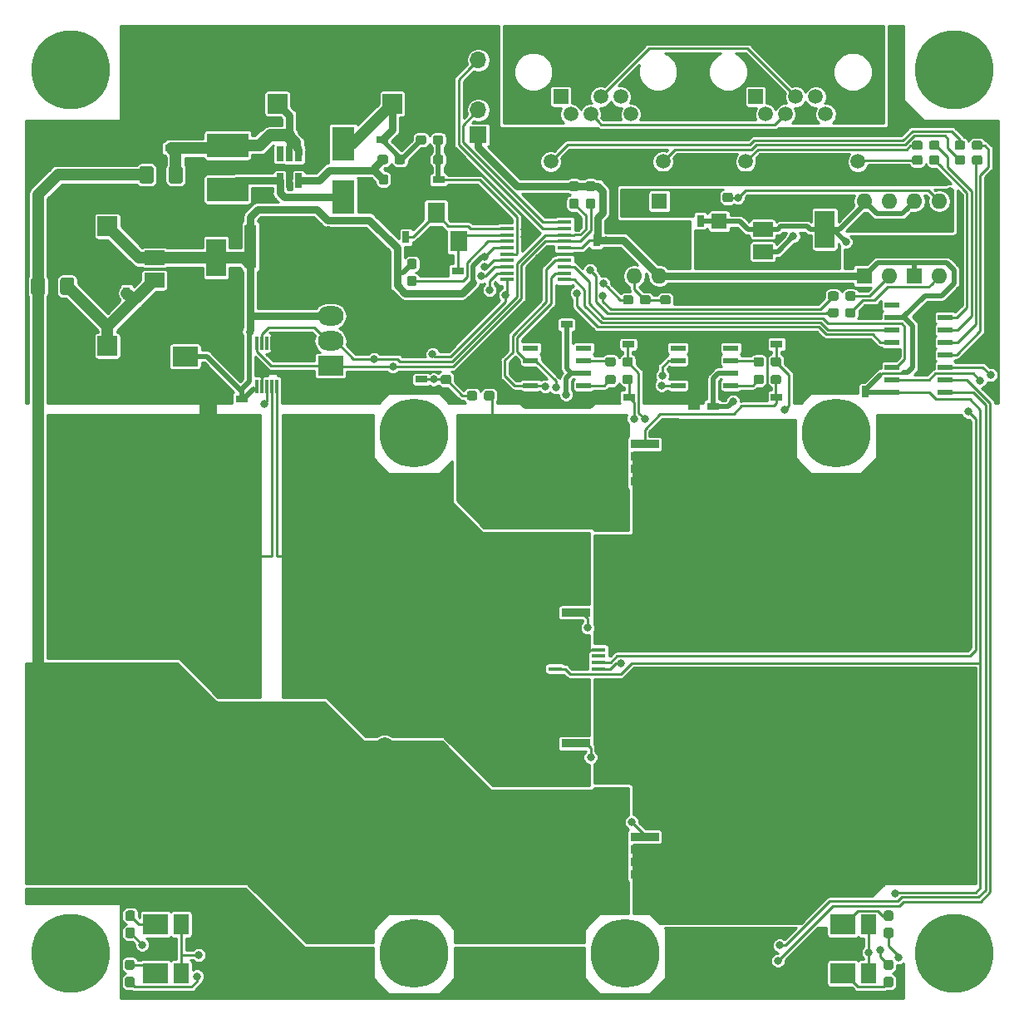
<source format=gbr>
G04 #@! TF.GenerationSoftware,KiCad,Pcbnew,(5.0.1)*
G04 #@! TF.CreationDate,2019-02-02T10:43:19+09:00*
G04 #@! TF.ProjectId,driver,6472697665722E6B696361645F706362,rev?*
G04 #@! TF.SameCoordinates,Original*
G04 #@! TF.FileFunction,Copper,L1,Top,Signal*
G04 #@! TF.FilePolarity,Positive*
%FSLAX46Y46*%
G04 Gerber Fmt 4.6, Leading zero omitted, Abs format (unit mm)*
G04 Created by KiCad (PCBNEW (5.0.1)) date Sat Feb  2 10:43:19 2019*
%MOMM*%
%LPD*%
G01*
G04 APERTURE LIST*
G04 #@! TA.AperFunction,ComponentPad*
%ADD10O,2.600000X2.000000*%
G04 #@! TD*
G04 #@! TA.AperFunction,ComponentPad*
%ADD11R,2.600000X2.000000*%
G04 #@! TD*
G04 #@! TA.AperFunction,SMDPad,CuDef*
%ADD12R,0.300000X1.400000*%
G04 #@! TD*
G04 #@! TA.AperFunction,SMDPad,CuDef*
%ADD13R,1.450000X0.450000*%
G04 #@! TD*
G04 #@! TA.AperFunction,Conductor*
%ADD14C,0.100000*%
G04 #@! TD*
G04 #@! TA.AperFunction,SMDPad,CuDef*
%ADD15C,0.950000*%
G04 #@! TD*
G04 #@! TA.AperFunction,ComponentPad*
%ADD16R,1.600000X1.600000*%
G04 #@! TD*
G04 #@! TA.AperFunction,ComponentPad*
%ADD17O,1.600000X1.600000*%
G04 #@! TD*
G04 #@! TA.AperFunction,SMDPad,CuDef*
%ADD18R,3.750000X4.700000*%
G04 #@! TD*
G04 #@! TA.AperFunction,SMDPad,CuDef*
%ADD19R,2.950000X0.850000*%
G04 #@! TD*
G04 #@! TA.AperFunction,SMDPad,CuDef*
%ADD20R,3.000000X0.850000*%
G04 #@! TD*
G04 #@! TA.AperFunction,SMDPad,CuDef*
%ADD21R,1.200000X0.750000*%
G04 #@! TD*
G04 #@! TA.AperFunction,SMDPad,CuDef*
%ADD22R,0.750000X1.200000*%
G04 #@! TD*
G04 #@! TA.AperFunction,SMDPad,CuDef*
%ADD23R,2.300000X3.500000*%
G04 #@! TD*
G04 #@! TA.AperFunction,SMDPad,CuDef*
%ADD24R,2.500000X2.100000*%
G04 #@! TD*
G04 #@! TA.AperFunction,SMDPad,CuDef*
%ADD25R,1.500000X2.100000*%
G04 #@! TD*
G04 #@! TA.AperFunction,ComponentPad*
%ADD26R,2.600000X2.600000*%
G04 #@! TD*
G04 #@! TA.AperFunction,ComponentPad*
%ADD27C,2.600000*%
G04 #@! TD*
G04 #@! TA.AperFunction,SMDPad,CuDef*
%ADD28R,4.200000X2.400000*%
G04 #@! TD*
G04 #@! TA.AperFunction,SMDPad,CuDef*
%ADD29C,1.425000*%
G04 #@! TD*
G04 #@! TA.AperFunction,SMDPad,CuDef*
%ADD30C,1.525000*%
G04 #@! TD*
G04 #@! TA.AperFunction,SMDPad,CuDef*
%ADD31R,0.650000X1.560000*%
G04 #@! TD*
G04 #@! TA.AperFunction,SMDPad,CuDef*
%ADD32R,2.000000X3.800000*%
G04 #@! TD*
G04 #@! TA.AperFunction,SMDPad,CuDef*
%ADD33R,2.000000X1.500000*%
G04 #@! TD*
G04 #@! TA.AperFunction,SMDPad,CuDef*
%ADD34R,1.800000X2.100000*%
G04 #@! TD*
G04 #@! TA.AperFunction,WasherPad*
%ADD35C,8.000000*%
G04 #@! TD*
G04 #@! TA.AperFunction,SMDPad,CuDef*
%ADD36R,1.550000X0.600000*%
G04 #@! TD*
G04 #@! TA.AperFunction,ComponentPad*
%ADD37C,2.000000*%
G04 #@! TD*
G04 #@! TA.AperFunction,ComponentPad*
%ADD38R,2.000000X2.000000*%
G04 #@! TD*
G04 #@! TA.AperFunction,ComponentPad*
%ADD39R,1.700000X1.700000*%
G04 #@! TD*
G04 #@! TA.AperFunction,ComponentPad*
%ADD40O,1.700000X1.700000*%
G04 #@! TD*
G04 #@! TA.AperFunction,ComponentPad*
%ADD41C,1.600000*%
G04 #@! TD*
G04 #@! TA.AperFunction,ComponentPad*
%ADD42C,1.500000*%
G04 #@! TD*
G04 #@! TA.AperFunction,ComponentPad*
%ADD43R,1.500000X1.500000*%
G04 #@! TD*
G04 #@! TA.AperFunction,SMDPad,CuDef*
%ADD44R,1.500000X0.600000*%
G04 #@! TD*
G04 #@! TA.AperFunction,WasherPad*
%ADD45C,7.000000*%
G04 #@! TD*
G04 #@! TA.AperFunction,ViaPad*
%ADD46C,0.800000*%
G04 #@! TD*
G04 #@! TA.AperFunction,ViaPad*
%ADD47C,2.000000*%
G04 #@! TD*
G04 #@! TA.AperFunction,Conductor*
%ADD48C,0.500000*%
G04 #@! TD*
G04 #@! TA.AperFunction,Conductor*
%ADD49C,0.800000*%
G04 #@! TD*
G04 #@! TA.AperFunction,Conductor*
%ADD50C,1.200000*%
G04 #@! TD*
G04 #@! TA.AperFunction,Conductor*
%ADD51C,0.250000*%
G04 #@! TD*
G04 #@! TA.AperFunction,Conductor*
%ADD52C,1.800000*%
G04 #@! TD*
G04 #@! TA.AperFunction,Conductor*
%ADD53C,0.254000*%
G04 #@! TD*
G04 APERTURE END LIST*
D10*
G04 #@! TO.P,J6,4*
G04 #@! TO.N,GND*
X101500000Y-82480000D03*
G04 #@! TO.P,J6,3*
G04 #@! TO.N,+3V3*
X101500000Y-85020000D03*
G04 #@! TO.P,J6,2*
G04 #@! TO.N,/SDA*
X101500000Y-87560000D03*
D11*
G04 #@! TO.P,J6,1*
G04 #@! TO.N,/SCL*
X101500000Y-90100000D03*
G04 #@! TD*
D12*
G04 #@! TO.P,U7,1*
G04 #@! TO.N,GND*
X96000000Y-87800000D03*
G04 #@! TO.P,U7,2*
X95500000Y-87800000D03*
G04 #@! TO.P,U7,3*
G04 #@! TO.N,Net-(U7-Pad3)*
X95000000Y-87800000D03*
G04 #@! TO.P,U7,4*
G04 #@! TO.N,/SDA*
X94500000Y-87800000D03*
G04 #@! TO.P,U7,5*
G04 #@! TO.N,/SCL*
X94000000Y-87800000D03*
G04 #@! TO.P,U7,6*
G04 #@! TO.N,+3V3*
X94000000Y-92200000D03*
G04 #@! TO.P,U7,7*
G04 #@! TO.N,GND*
X94500000Y-92200000D03*
G04 #@! TO.P,U7,8*
G04 #@! TO.N,/VIN*
X95000000Y-92200000D03*
G04 #@! TO.P,U7,9*
G04 #@! TO.N,GND*
X95500000Y-92200000D03*
G04 #@! TO.P,U7,10*
G04 #@! TO.N,/GND_MEAS*
X96000000Y-92200000D03*
G04 #@! TD*
D13*
G04 #@! TO.P,U6,1*
G04 #@! TO.N,GND*
X119450000Y-75475000D03*
G04 #@! TO.P,U6,2*
G04 #@! TO.N,/XT2*
X119450000Y-76125000D03*
G04 #@! TO.P,U6,3*
G04 #@! TO.N,/XT1*
X119450000Y-76775000D03*
G04 #@! TO.P,U6,4*
G04 #@! TO.N,/RST*
X119450000Y-77425000D03*
G04 #@! TO.P,U6,5*
G04 #@! TO.N,+3V3*
X119450000Y-78075000D03*
G04 #@! TO.P,U6,6*
G04 #@! TO.N,/VBOOT_MON*
X119450000Y-78725000D03*
G04 #@! TO.P,U6,7*
G04 #@! TO.N,/DE*
X119450000Y-79375000D03*
G04 #@! TO.P,U6,8*
G04 #@! TO.N,/TX*
X119450000Y-80025000D03*
G04 #@! TO.P,U6,9*
G04 #@! TO.N,/RX*
X119450000Y-80675000D03*
G04 #@! TO.P,U6,10*
G04 #@! TO.N,/VIN_MON*
X119450000Y-81325000D03*
G04 #@! TO.P,U6,11*
G04 #@! TO.N,/SCK*
X125350000Y-81325000D03*
G04 #@! TO.P,U6,12*
G04 #@! TO.N,/CTRL_A*
X125350000Y-80675000D03*
G04 #@! TO.P,U6,13*
G04 #@! TO.N,/MOSI*
X125350000Y-80025000D03*
G04 #@! TO.P,U6,14*
G04 #@! TO.N,/CTRL_B*
X125350000Y-79375000D03*
G04 #@! TO.P,U6,15*
G04 #@! TO.N,GND*
X125350000Y-78725000D03*
G04 #@! TO.P,U6,16*
G04 #@! TO.N,+3V3*
X125350000Y-78075000D03*
G04 #@! TO.P,U6,17*
G04 #@! TO.N,/SCL*
X125350000Y-77425000D03*
G04 #@! TO.P,U6,18*
G04 #@! TO.N,/SDA*
X125350000Y-76775000D03*
G04 #@! TO.P,U6,19*
G04 #@! TO.N,/SWDIO*
X125350000Y-76125000D03*
G04 #@! TO.P,U6,20*
G04 #@! TO.N,/SWCLK*
X125350000Y-75475000D03*
G04 #@! TD*
D14*
G04 #@! TO.N,+VSW*
G04 #@! TO.C,R3*
G36*
X111035779Y-66626144D02*
X111058834Y-66629563D01*
X111081443Y-66635227D01*
X111103387Y-66643079D01*
X111124457Y-66653044D01*
X111144448Y-66665026D01*
X111163168Y-66678910D01*
X111180438Y-66694562D01*
X111196090Y-66711832D01*
X111209974Y-66730552D01*
X111221956Y-66750543D01*
X111231921Y-66771613D01*
X111239773Y-66793557D01*
X111245437Y-66816166D01*
X111248856Y-66839221D01*
X111250000Y-66862500D01*
X111250000Y-67337500D01*
X111248856Y-67360779D01*
X111245437Y-67383834D01*
X111239773Y-67406443D01*
X111231921Y-67428387D01*
X111221956Y-67449457D01*
X111209974Y-67469448D01*
X111196090Y-67488168D01*
X111180438Y-67505438D01*
X111163168Y-67521090D01*
X111144448Y-67534974D01*
X111124457Y-67546956D01*
X111103387Y-67556921D01*
X111081443Y-67564773D01*
X111058834Y-67570437D01*
X111035779Y-67573856D01*
X111012500Y-67575000D01*
X110437500Y-67575000D01*
X110414221Y-67573856D01*
X110391166Y-67570437D01*
X110368557Y-67564773D01*
X110346613Y-67556921D01*
X110325543Y-67546956D01*
X110305552Y-67534974D01*
X110286832Y-67521090D01*
X110269562Y-67505438D01*
X110253910Y-67488168D01*
X110240026Y-67469448D01*
X110228044Y-67449457D01*
X110218079Y-67428387D01*
X110210227Y-67406443D01*
X110204563Y-67383834D01*
X110201144Y-67360779D01*
X110200000Y-67337500D01*
X110200000Y-66862500D01*
X110201144Y-66839221D01*
X110204563Y-66816166D01*
X110210227Y-66793557D01*
X110218079Y-66771613D01*
X110228044Y-66750543D01*
X110240026Y-66730552D01*
X110253910Y-66711832D01*
X110269562Y-66694562D01*
X110286832Y-66678910D01*
X110305552Y-66665026D01*
X110325543Y-66653044D01*
X110346613Y-66643079D01*
X110368557Y-66635227D01*
X110391166Y-66629563D01*
X110414221Y-66626144D01*
X110437500Y-66625000D01*
X111012500Y-66625000D01*
X111035779Y-66626144D01*
X111035779Y-66626144D01*
G37*
D15*
G04 #@! TD*
G04 #@! TO.P,R3,1*
G04 #@! TO.N,+VSW*
X110725000Y-67100000D03*
D14*
G04 #@! TO.N,/VBOOT_MON*
G04 #@! TO.C,R3*
G36*
X112785779Y-66626144D02*
X112808834Y-66629563D01*
X112831443Y-66635227D01*
X112853387Y-66643079D01*
X112874457Y-66653044D01*
X112894448Y-66665026D01*
X112913168Y-66678910D01*
X112930438Y-66694562D01*
X112946090Y-66711832D01*
X112959974Y-66730552D01*
X112971956Y-66750543D01*
X112981921Y-66771613D01*
X112989773Y-66793557D01*
X112995437Y-66816166D01*
X112998856Y-66839221D01*
X113000000Y-66862500D01*
X113000000Y-67337500D01*
X112998856Y-67360779D01*
X112995437Y-67383834D01*
X112989773Y-67406443D01*
X112981921Y-67428387D01*
X112971956Y-67449457D01*
X112959974Y-67469448D01*
X112946090Y-67488168D01*
X112930438Y-67505438D01*
X112913168Y-67521090D01*
X112894448Y-67534974D01*
X112874457Y-67546956D01*
X112853387Y-67556921D01*
X112831443Y-67564773D01*
X112808834Y-67570437D01*
X112785779Y-67573856D01*
X112762500Y-67575000D01*
X112187500Y-67575000D01*
X112164221Y-67573856D01*
X112141166Y-67570437D01*
X112118557Y-67564773D01*
X112096613Y-67556921D01*
X112075543Y-67546956D01*
X112055552Y-67534974D01*
X112036832Y-67521090D01*
X112019562Y-67505438D01*
X112003910Y-67488168D01*
X111990026Y-67469448D01*
X111978044Y-67449457D01*
X111968079Y-67428387D01*
X111960227Y-67406443D01*
X111954563Y-67383834D01*
X111951144Y-67360779D01*
X111950000Y-67337500D01*
X111950000Y-66862500D01*
X111951144Y-66839221D01*
X111954563Y-66816166D01*
X111960227Y-66793557D01*
X111968079Y-66771613D01*
X111978044Y-66750543D01*
X111990026Y-66730552D01*
X112003910Y-66711832D01*
X112019562Y-66694562D01*
X112036832Y-66678910D01*
X112055552Y-66665026D01*
X112075543Y-66653044D01*
X112096613Y-66643079D01*
X112118557Y-66635227D01*
X112141166Y-66629563D01*
X112164221Y-66626144D01*
X112187500Y-66625000D01*
X112762500Y-66625000D01*
X112785779Y-66626144D01*
X112785779Y-66626144D01*
G37*
D15*
G04 #@! TD*
G04 #@! TO.P,R3,2*
G04 #@! TO.N,/VBOOT_MON*
X112475000Y-67100000D03*
D14*
G04 #@! TO.N,Net-(R36-Pad2)*
G04 #@! TO.C,R39*
G36*
X135935779Y-82926144D02*
X135958834Y-82929563D01*
X135981443Y-82935227D01*
X136003387Y-82943079D01*
X136024457Y-82953044D01*
X136044448Y-82965026D01*
X136063168Y-82978910D01*
X136080438Y-82994562D01*
X136096090Y-83011832D01*
X136109974Y-83030552D01*
X136121956Y-83050543D01*
X136131921Y-83071613D01*
X136139773Y-83093557D01*
X136145437Y-83116166D01*
X136148856Y-83139221D01*
X136150000Y-83162500D01*
X136150000Y-83637500D01*
X136148856Y-83660779D01*
X136145437Y-83683834D01*
X136139773Y-83706443D01*
X136131921Y-83728387D01*
X136121956Y-83749457D01*
X136109974Y-83769448D01*
X136096090Y-83788168D01*
X136080438Y-83805438D01*
X136063168Y-83821090D01*
X136044448Y-83834974D01*
X136024457Y-83846956D01*
X136003387Y-83856921D01*
X135981443Y-83864773D01*
X135958834Y-83870437D01*
X135935779Y-83873856D01*
X135912500Y-83875000D01*
X135337500Y-83875000D01*
X135314221Y-83873856D01*
X135291166Y-83870437D01*
X135268557Y-83864773D01*
X135246613Y-83856921D01*
X135225543Y-83846956D01*
X135205552Y-83834974D01*
X135186832Y-83821090D01*
X135169562Y-83805438D01*
X135153910Y-83788168D01*
X135140026Y-83769448D01*
X135128044Y-83749457D01*
X135118079Y-83728387D01*
X135110227Y-83706443D01*
X135104563Y-83683834D01*
X135101144Y-83660779D01*
X135100000Y-83637500D01*
X135100000Y-83162500D01*
X135101144Y-83139221D01*
X135104563Y-83116166D01*
X135110227Y-83093557D01*
X135118079Y-83071613D01*
X135128044Y-83050543D01*
X135140026Y-83030552D01*
X135153910Y-83011832D01*
X135169562Y-82994562D01*
X135186832Y-82978910D01*
X135205552Y-82965026D01*
X135225543Y-82953044D01*
X135246613Y-82943079D01*
X135268557Y-82935227D01*
X135291166Y-82929563D01*
X135314221Y-82926144D01*
X135337500Y-82925000D01*
X135912500Y-82925000D01*
X135935779Y-82926144D01*
X135935779Y-82926144D01*
G37*
D15*
G04 #@! TD*
G04 #@! TO.P,R39,2*
G04 #@! TO.N,Net-(R36-Pad2)*
X135625000Y-83400000D03*
D14*
G04 #@! TO.N,GND*
G04 #@! TO.C,R39*
G36*
X137685779Y-82926144D02*
X137708834Y-82929563D01*
X137731443Y-82935227D01*
X137753387Y-82943079D01*
X137774457Y-82953044D01*
X137794448Y-82965026D01*
X137813168Y-82978910D01*
X137830438Y-82994562D01*
X137846090Y-83011832D01*
X137859974Y-83030552D01*
X137871956Y-83050543D01*
X137881921Y-83071613D01*
X137889773Y-83093557D01*
X137895437Y-83116166D01*
X137898856Y-83139221D01*
X137900000Y-83162500D01*
X137900000Y-83637500D01*
X137898856Y-83660779D01*
X137895437Y-83683834D01*
X137889773Y-83706443D01*
X137881921Y-83728387D01*
X137871956Y-83749457D01*
X137859974Y-83769448D01*
X137846090Y-83788168D01*
X137830438Y-83805438D01*
X137813168Y-83821090D01*
X137794448Y-83834974D01*
X137774457Y-83846956D01*
X137753387Y-83856921D01*
X137731443Y-83864773D01*
X137708834Y-83870437D01*
X137685779Y-83873856D01*
X137662500Y-83875000D01*
X137087500Y-83875000D01*
X137064221Y-83873856D01*
X137041166Y-83870437D01*
X137018557Y-83864773D01*
X136996613Y-83856921D01*
X136975543Y-83846956D01*
X136955552Y-83834974D01*
X136936832Y-83821090D01*
X136919562Y-83805438D01*
X136903910Y-83788168D01*
X136890026Y-83769448D01*
X136878044Y-83749457D01*
X136868079Y-83728387D01*
X136860227Y-83706443D01*
X136854563Y-83683834D01*
X136851144Y-83660779D01*
X136850000Y-83637500D01*
X136850000Y-83162500D01*
X136851144Y-83139221D01*
X136854563Y-83116166D01*
X136860227Y-83093557D01*
X136868079Y-83071613D01*
X136878044Y-83050543D01*
X136890026Y-83030552D01*
X136903910Y-83011832D01*
X136919562Y-82994562D01*
X136936832Y-82978910D01*
X136955552Y-82965026D01*
X136975543Y-82953044D01*
X136996613Y-82943079D01*
X137018557Y-82935227D01*
X137041166Y-82929563D01*
X137064221Y-82926144D01*
X137087500Y-82925000D01*
X137662500Y-82925000D01*
X137685779Y-82926144D01*
X137685779Y-82926144D01*
G37*
D15*
G04 #@! TD*
G04 #@! TO.P,R39,1*
G04 #@! TO.N,GND*
X137375000Y-83400000D03*
D16*
G04 #@! TO.P,U12,1*
G04 #@! TO.N,+3V3*
X160970000Y-80970000D03*
D17*
G04 #@! TO.P,U12,3*
G04 #@! TO.N,/ISO_DE*
X163510000Y-73350000D03*
G04 #@! TO.P,U12,2*
G04 #@! TO.N,Net-(R18-Pad2)*
X163510000Y-80970000D03*
G04 #@! TO.P,U12,4*
G04 #@! TO.N,/ISO_5V*
X160970000Y-73350000D03*
G04 #@! TD*
D18*
G04 #@! TO.P,Q1,1*
G04 #@! TO.N,/VIN*
X129450000Y-100000000D03*
D19*
G04 #@! TO.P,Q1,3*
G04 #@! TO.N,/OUT_A*
X133500000Y-101905000D03*
X133500000Y-100635000D03*
X133500000Y-99365000D03*
G04 #@! TO.P,Q1,2*
G04 #@! TO.N,/DRV4F*
X133500000Y-98095000D03*
D20*
G04 #@! TO.P,Q1,1*
G04 #@! TO.N,/VIN*
X126525000Y-98095000D03*
X126525000Y-99365000D03*
X126525000Y-100635000D03*
X126525000Y-101905000D03*
G04 #@! TD*
D18*
G04 #@! TO.P,Q2,1*
G04 #@! TO.N,/VIN*
X129450000Y-140000000D03*
D19*
G04 #@! TO.P,Q2,3*
G04 #@! TO.N,/OUT_B*
X133500000Y-141905000D03*
X133500000Y-140635000D03*
X133500000Y-139365000D03*
G04 #@! TO.P,Q2,2*
G04 #@! TO.N,/DRV2F*
X133500000Y-138095000D03*
D20*
G04 #@! TO.P,Q2,1*
G04 #@! TO.N,/VIN*
X126525000Y-138095000D03*
X126525000Y-139365000D03*
X126525000Y-140635000D03*
X126525000Y-141905000D03*
G04 #@! TD*
D18*
G04 #@! TO.P,Q3,1*
G04 #@! TO.N,/OUT_A*
X130550000Y-113333300D03*
D19*
G04 #@! TO.P,Q3,3*
G04 #@! TO.N,/GND_MEAS*
X126500000Y-111428300D03*
X126500000Y-112698300D03*
X126500000Y-113968300D03*
G04 #@! TO.P,Q3,2*
G04 #@! TO.N,/DRV3F*
X126500000Y-115238300D03*
D20*
G04 #@! TO.P,Q3,1*
G04 #@! TO.N,/OUT_A*
X133475000Y-115238300D03*
X133475000Y-113968300D03*
X133475000Y-112698300D03*
X133475000Y-111428300D03*
G04 #@! TD*
D18*
G04 #@! TO.P,Q4,1*
G04 #@! TO.N,/OUT_B*
X130550000Y-126666700D03*
D19*
G04 #@! TO.P,Q4,3*
G04 #@! TO.N,/GND_MEAS*
X126500000Y-124761700D03*
X126500000Y-126031700D03*
X126500000Y-127301700D03*
G04 #@! TO.P,Q4,2*
G04 #@! TO.N,/DRV1F*
X126500000Y-128571700D03*
D20*
G04 #@! TO.P,Q4,1*
G04 #@! TO.N,/OUT_B*
X133475000Y-128571700D03*
X133475000Y-127301700D03*
X133475000Y-126031700D03*
X133475000Y-124761700D03*
G04 #@! TD*
D21*
G04 #@! TO.P,C1,1*
G04 #@! TO.N,+VSW*
X106750000Y-67100000D03*
G04 #@! TO.P,C1,2*
G04 #@! TO.N,GND*
X108650000Y-67100000D03*
G04 #@! TD*
G04 #@! TO.P,C4,1*
G04 #@! TO.N,Net-(C3-Pad1)*
X85250000Y-67950000D03*
G04 #@! TO.P,C4,2*
G04 #@! TO.N,GND*
X83350000Y-67950000D03*
G04 #@! TD*
G04 #@! TO.P,C5,1*
G04 #@! TO.N,/VBOOT_MON*
X112524999Y-71174999D03*
G04 #@! TO.P,C5,2*
G04 #@! TO.N,GND*
X110624999Y-71174999D03*
G04 #@! TD*
D22*
G04 #@! TO.P,C12,1*
G04 #@! TO.N,+3V3*
X128600000Y-77350000D03*
G04 #@! TO.P,C12,2*
G04 #@! TO.N,GND*
X128600000Y-79250000D03*
G04 #@! TD*
G04 #@! TO.P,C13,2*
G04 #@! TO.N,GND*
X156000000Y-90850000D03*
G04 #@! TO.P,C13,1*
G04 #@! TO.N,+3V3*
X156000000Y-92750000D03*
G04 #@! TD*
D21*
G04 #@! TO.P,C14,1*
G04 #@! TO.N,+3V3*
X92450000Y-93500000D03*
G04 #@! TO.P,C14,2*
G04 #@! TO.N,GND*
X90550000Y-93500000D03*
G04 #@! TD*
D22*
G04 #@! TO.P,C16,1*
G04 #@! TO.N,Net-(C15-Pad1)*
X80750000Y-82700000D03*
G04 #@! TO.P,C16,2*
G04 #@! TO.N,GND*
X80750000Y-80800000D03*
G04 #@! TD*
D21*
G04 #@! TO.P,C17,2*
G04 #@! TO.N,GND*
X95250000Y-77900000D03*
G04 #@! TO.P,C17,1*
G04 #@! TO.N,+3V3*
X93350000Y-77900000D03*
G04 #@! TD*
G04 #@! TO.P,C18,2*
G04 #@! TO.N,GND*
X95250000Y-76100000D03*
G04 #@! TO.P,C18,1*
G04 #@! TO.N,+3V3*
X93350000Y-76100000D03*
G04 #@! TD*
G04 #@! TO.P,C20,2*
G04 #@! TO.N,/XT1*
X114450000Y-80450000D03*
G04 #@! TO.P,C20,1*
G04 #@! TO.N,GND*
X112550000Y-80450000D03*
G04 #@! TD*
G04 #@! TO.P,C21,2*
G04 #@! TO.N,GND*
X108850000Y-91500000D03*
G04 #@! TO.P,C21,1*
G04 #@! TO.N,/VIN_MON*
X110750000Y-91500000D03*
G04 #@! TD*
D22*
G04 #@! TO.P,C22,1*
G04 #@! TO.N,/XT2*
X109200000Y-77000000D03*
G04 #@! TO.P,C22,2*
G04 #@! TO.N,GND*
X109200000Y-75100000D03*
G04 #@! TD*
D21*
G04 #@! TO.P,C23,2*
G04 #@! TO.N,GND*
X123650000Y-85900000D03*
G04 #@! TO.P,C23,1*
G04 #@! TO.N,+VSW*
X125550000Y-85900000D03*
G04 #@! TD*
G04 #@! TO.P,C24,1*
G04 #@! TO.N,+VSW*
X140450000Y-94250000D03*
G04 #@! TO.P,C24,2*
G04 #@! TO.N,GND*
X138550000Y-94250000D03*
G04 #@! TD*
G04 #@! TO.P,C25,2*
G04 #@! TO.N,GND*
X129950000Y-87900000D03*
G04 #@! TO.P,C25,1*
G04 #@! TO.N,/DRV1F*
X131850000Y-87900000D03*
G04 #@! TD*
G04 #@! TO.P,C26,2*
G04 #@! TO.N,GND*
X145050000Y-87900000D03*
G04 #@! TO.P,C26,1*
G04 #@! TO.N,/DRV2F*
X146950000Y-87900000D03*
G04 #@! TD*
G04 #@! TO.P,C27,1*
G04 #@! TO.N,GND*
X130000000Y-93300000D03*
G04 #@! TO.P,C27,2*
G04 #@! TO.N,/DRV3F*
X131900000Y-93300000D03*
G04 #@! TD*
G04 #@! TO.P,C28,2*
G04 #@! TO.N,/DRV4F*
X146950000Y-93300000D03*
G04 #@! TO.P,C28,1*
G04 #@! TO.N,GND*
X145050000Y-93300000D03*
G04 #@! TD*
G04 #@! TO.P,C29,2*
G04 #@! TO.N,GND*
X95250000Y-79800000D03*
G04 #@! TO.P,C29,1*
G04 #@! TO.N,+3V3*
X93350000Y-79800000D03*
G04 #@! TD*
D23*
G04 #@! TO.P,D1,1*
G04 #@! TO.N,+VSW*
X102800000Y-67500000D03*
G04 #@! TO.P,D1,2*
G04 #@! TO.N,Net-(D1-Pad2)*
X102800000Y-72900000D03*
G04 #@! TD*
D24*
G04 #@! TO.P,D4,1*
G04 #@! TO.N,Net-(D4-Pad1)*
X153670000Y-152000000D03*
D25*
G04 #@! TO.P,D4,2*
G04 #@! TO.N,+3V3*
X156330000Y-152000000D03*
G04 #@! TD*
G04 #@! TO.P,D5,2*
G04 #@! TO.N,+3V3*
X86330000Y-152000000D03*
D24*
G04 #@! TO.P,D5,1*
G04 #@! TO.N,Net-(D5-Pad1)*
X83670000Y-152000000D03*
G04 #@! TD*
D25*
G04 #@! TO.P,D6,2*
G04 #@! TO.N,+3V3*
X86330000Y-147000000D03*
D24*
G04 #@! TO.P,D6,1*
G04 #@! TO.N,Net-(D6-Pad1)*
X83670000Y-147000000D03*
G04 #@! TD*
G04 #@! TO.P,D7,1*
G04 #@! TO.N,Net-(D7-Pad1)*
X153670000Y-147000000D03*
D25*
G04 #@! TO.P,D7,2*
G04 #@! TO.N,+3V3*
X156330000Y-147000000D03*
G04 #@! TD*
D26*
G04 #@! TO.P,J1,1*
G04 #@! TO.N,/OUT_A*
X165000000Y-104840000D03*
D27*
G04 #@! TO.P,J1,2*
X165000000Y-109920000D03*
G04 #@! TO.P,J1,3*
X165000000Y-115000000D03*
G04 #@! TD*
G04 #@! TO.P,J2,3*
G04 #@! TO.N,/OUT_B*
X165000000Y-135080000D03*
G04 #@! TO.P,J2,2*
X165000000Y-130000000D03*
D26*
G04 #@! TO.P,J2,1*
X165000000Y-124920000D03*
G04 #@! TD*
D27*
G04 #@! TO.P,J7,3*
G04 #@! TO.N,/VIN*
X75000000Y-124920000D03*
G04 #@! TO.P,J7,2*
X75000000Y-130000000D03*
D26*
G04 #@! TO.P,J7,1*
X75000000Y-135080000D03*
G04 #@! TD*
G04 #@! TO.P,J8,1*
G04 #@! TO.N,GND*
X75000000Y-115080000D03*
D27*
G04 #@! TO.P,J8,2*
X75000000Y-110000000D03*
G04 #@! TO.P,J8,3*
X75000000Y-104920000D03*
G04 #@! TD*
D28*
G04 #@! TO.P,L1,1*
G04 #@! TO.N,Net-(C3-Pad1)*
X91000000Y-67650000D03*
G04 #@! TO.P,L1,2*
G04 #@! TO.N,Net-(D1-Pad2)*
X91000000Y-72150000D03*
G04 #@! TD*
D14*
G04 #@! TO.N,+VSW*
G04 #@! TO.C,R2*
G36*
X108885779Y-68626144D02*
X108908834Y-68629563D01*
X108931443Y-68635227D01*
X108953387Y-68643079D01*
X108974457Y-68653044D01*
X108994448Y-68665026D01*
X109013168Y-68678910D01*
X109030438Y-68694562D01*
X109046090Y-68711832D01*
X109059974Y-68730552D01*
X109071956Y-68750543D01*
X109081921Y-68771613D01*
X109089773Y-68793557D01*
X109095437Y-68816166D01*
X109098856Y-68839221D01*
X109100000Y-68862500D01*
X109100000Y-69337500D01*
X109098856Y-69360779D01*
X109095437Y-69383834D01*
X109089773Y-69406443D01*
X109081921Y-69428387D01*
X109071956Y-69449457D01*
X109059974Y-69469448D01*
X109046090Y-69488168D01*
X109030438Y-69505438D01*
X109013168Y-69521090D01*
X108994448Y-69534974D01*
X108974457Y-69546956D01*
X108953387Y-69556921D01*
X108931443Y-69564773D01*
X108908834Y-69570437D01*
X108885779Y-69573856D01*
X108862500Y-69575000D01*
X108287500Y-69575000D01*
X108264221Y-69573856D01*
X108241166Y-69570437D01*
X108218557Y-69564773D01*
X108196613Y-69556921D01*
X108175543Y-69546956D01*
X108155552Y-69534974D01*
X108136832Y-69521090D01*
X108119562Y-69505438D01*
X108103910Y-69488168D01*
X108090026Y-69469448D01*
X108078044Y-69449457D01*
X108068079Y-69428387D01*
X108060227Y-69406443D01*
X108054563Y-69383834D01*
X108051144Y-69360779D01*
X108050000Y-69337500D01*
X108050000Y-68862500D01*
X108051144Y-68839221D01*
X108054563Y-68816166D01*
X108060227Y-68793557D01*
X108068079Y-68771613D01*
X108078044Y-68750543D01*
X108090026Y-68730552D01*
X108103910Y-68711832D01*
X108119562Y-68694562D01*
X108136832Y-68678910D01*
X108155552Y-68665026D01*
X108175543Y-68653044D01*
X108196613Y-68643079D01*
X108218557Y-68635227D01*
X108241166Y-68629563D01*
X108264221Y-68626144D01*
X108287500Y-68625000D01*
X108862500Y-68625000D01*
X108885779Y-68626144D01*
X108885779Y-68626144D01*
G37*
D15*
G04 #@! TD*
G04 #@! TO.P,R2,2*
G04 #@! TO.N,+VSW*
X108575000Y-69100000D03*
D14*
G04 #@! TO.N,Net-(R2-Pad1)*
G04 #@! TO.C,R2*
G36*
X107135779Y-68626144D02*
X107158834Y-68629563D01*
X107181443Y-68635227D01*
X107203387Y-68643079D01*
X107224457Y-68653044D01*
X107244448Y-68665026D01*
X107263168Y-68678910D01*
X107280438Y-68694562D01*
X107296090Y-68711832D01*
X107309974Y-68730552D01*
X107321956Y-68750543D01*
X107331921Y-68771613D01*
X107339773Y-68793557D01*
X107345437Y-68816166D01*
X107348856Y-68839221D01*
X107350000Y-68862500D01*
X107350000Y-69337500D01*
X107348856Y-69360779D01*
X107345437Y-69383834D01*
X107339773Y-69406443D01*
X107331921Y-69428387D01*
X107321956Y-69449457D01*
X107309974Y-69469448D01*
X107296090Y-69488168D01*
X107280438Y-69505438D01*
X107263168Y-69521090D01*
X107244448Y-69534974D01*
X107224457Y-69546956D01*
X107203387Y-69556921D01*
X107181443Y-69564773D01*
X107158834Y-69570437D01*
X107135779Y-69573856D01*
X107112500Y-69575000D01*
X106537500Y-69575000D01*
X106514221Y-69573856D01*
X106491166Y-69570437D01*
X106468557Y-69564773D01*
X106446613Y-69556921D01*
X106425543Y-69546956D01*
X106405552Y-69534974D01*
X106386832Y-69521090D01*
X106369562Y-69505438D01*
X106353910Y-69488168D01*
X106340026Y-69469448D01*
X106328044Y-69449457D01*
X106318079Y-69428387D01*
X106310227Y-69406443D01*
X106304563Y-69383834D01*
X106301144Y-69360779D01*
X106300000Y-69337500D01*
X106300000Y-68862500D01*
X106301144Y-68839221D01*
X106304563Y-68816166D01*
X106310227Y-68793557D01*
X106318079Y-68771613D01*
X106328044Y-68750543D01*
X106340026Y-68730552D01*
X106353910Y-68711832D01*
X106369562Y-68694562D01*
X106386832Y-68678910D01*
X106405552Y-68665026D01*
X106425543Y-68653044D01*
X106446613Y-68643079D01*
X106468557Y-68635227D01*
X106491166Y-68629563D01*
X106514221Y-68626144D01*
X106537500Y-68625000D01*
X107112500Y-68625000D01*
X107135779Y-68626144D01*
X107135779Y-68626144D01*
G37*
D15*
G04 #@! TD*
G04 #@! TO.P,R2,1*
G04 #@! TO.N,Net-(R2-Pad1)*
X106825000Y-69100000D03*
D14*
G04 #@! TO.N,Net-(R2-Pad1)*
G04 #@! TO.C,R4*
G36*
X107160779Y-70601144D02*
X107183834Y-70604563D01*
X107206443Y-70610227D01*
X107228387Y-70618079D01*
X107249457Y-70628044D01*
X107269448Y-70640026D01*
X107288168Y-70653910D01*
X107305438Y-70669562D01*
X107321090Y-70686832D01*
X107334974Y-70705552D01*
X107346956Y-70725543D01*
X107356921Y-70746613D01*
X107364773Y-70768557D01*
X107370437Y-70791166D01*
X107373856Y-70814221D01*
X107375000Y-70837500D01*
X107375000Y-71412500D01*
X107373856Y-71435779D01*
X107370437Y-71458834D01*
X107364773Y-71481443D01*
X107356921Y-71503387D01*
X107346956Y-71524457D01*
X107334974Y-71544448D01*
X107321090Y-71563168D01*
X107305438Y-71580438D01*
X107288168Y-71596090D01*
X107269448Y-71609974D01*
X107249457Y-71621956D01*
X107228387Y-71631921D01*
X107206443Y-71639773D01*
X107183834Y-71645437D01*
X107160779Y-71648856D01*
X107137500Y-71650000D01*
X106662500Y-71650000D01*
X106639221Y-71648856D01*
X106616166Y-71645437D01*
X106593557Y-71639773D01*
X106571613Y-71631921D01*
X106550543Y-71621956D01*
X106530552Y-71609974D01*
X106511832Y-71596090D01*
X106494562Y-71580438D01*
X106478910Y-71563168D01*
X106465026Y-71544448D01*
X106453044Y-71524457D01*
X106443079Y-71503387D01*
X106435227Y-71481443D01*
X106429563Y-71458834D01*
X106426144Y-71435779D01*
X106425000Y-71412500D01*
X106425000Y-70837500D01*
X106426144Y-70814221D01*
X106429563Y-70791166D01*
X106435227Y-70768557D01*
X106443079Y-70746613D01*
X106453044Y-70725543D01*
X106465026Y-70705552D01*
X106478910Y-70686832D01*
X106494562Y-70669562D01*
X106511832Y-70653910D01*
X106530552Y-70640026D01*
X106550543Y-70628044D01*
X106571613Y-70618079D01*
X106593557Y-70610227D01*
X106616166Y-70604563D01*
X106639221Y-70601144D01*
X106662500Y-70600000D01*
X107137500Y-70600000D01*
X107160779Y-70601144D01*
X107160779Y-70601144D01*
G37*
D15*
G04 #@! TD*
G04 #@! TO.P,R4,2*
G04 #@! TO.N,Net-(R2-Pad1)*
X106900000Y-71125000D03*
D14*
G04 #@! TO.N,GND*
G04 #@! TO.C,R4*
G36*
X107160779Y-72351144D02*
X107183834Y-72354563D01*
X107206443Y-72360227D01*
X107228387Y-72368079D01*
X107249457Y-72378044D01*
X107269448Y-72390026D01*
X107288168Y-72403910D01*
X107305438Y-72419562D01*
X107321090Y-72436832D01*
X107334974Y-72455552D01*
X107346956Y-72475543D01*
X107356921Y-72496613D01*
X107364773Y-72518557D01*
X107370437Y-72541166D01*
X107373856Y-72564221D01*
X107375000Y-72587500D01*
X107375000Y-73162500D01*
X107373856Y-73185779D01*
X107370437Y-73208834D01*
X107364773Y-73231443D01*
X107356921Y-73253387D01*
X107346956Y-73274457D01*
X107334974Y-73294448D01*
X107321090Y-73313168D01*
X107305438Y-73330438D01*
X107288168Y-73346090D01*
X107269448Y-73359974D01*
X107249457Y-73371956D01*
X107228387Y-73381921D01*
X107206443Y-73389773D01*
X107183834Y-73395437D01*
X107160779Y-73398856D01*
X107137500Y-73400000D01*
X106662500Y-73400000D01*
X106639221Y-73398856D01*
X106616166Y-73395437D01*
X106593557Y-73389773D01*
X106571613Y-73381921D01*
X106550543Y-73371956D01*
X106530552Y-73359974D01*
X106511832Y-73346090D01*
X106494562Y-73330438D01*
X106478910Y-73313168D01*
X106465026Y-73294448D01*
X106453044Y-73274457D01*
X106443079Y-73253387D01*
X106435227Y-73231443D01*
X106429563Y-73208834D01*
X106426144Y-73185779D01*
X106425000Y-73162500D01*
X106425000Y-72587500D01*
X106426144Y-72564221D01*
X106429563Y-72541166D01*
X106435227Y-72518557D01*
X106443079Y-72496613D01*
X106453044Y-72475543D01*
X106465026Y-72455552D01*
X106478910Y-72436832D01*
X106494562Y-72419562D01*
X106511832Y-72403910D01*
X106530552Y-72390026D01*
X106550543Y-72378044D01*
X106571613Y-72368079D01*
X106593557Y-72360227D01*
X106616166Y-72354563D01*
X106639221Y-72351144D01*
X106662500Y-72350000D01*
X107137500Y-72350000D01*
X107160779Y-72351144D01*
X107160779Y-72351144D01*
G37*
D15*
G04 #@! TD*
G04 #@! TO.P,R4,1*
G04 #@! TO.N,GND*
X106900000Y-72875000D03*
D14*
G04 #@! TO.N,GND*
G04 #@! TO.C,R5*
G36*
X111035779Y-68626144D02*
X111058834Y-68629563D01*
X111081443Y-68635227D01*
X111103387Y-68643079D01*
X111124457Y-68653044D01*
X111144448Y-68665026D01*
X111163168Y-68678910D01*
X111180438Y-68694562D01*
X111196090Y-68711832D01*
X111209974Y-68730552D01*
X111221956Y-68750543D01*
X111231921Y-68771613D01*
X111239773Y-68793557D01*
X111245437Y-68816166D01*
X111248856Y-68839221D01*
X111250000Y-68862500D01*
X111250000Y-69337500D01*
X111248856Y-69360779D01*
X111245437Y-69383834D01*
X111239773Y-69406443D01*
X111231921Y-69428387D01*
X111221956Y-69449457D01*
X111209974Y-69469448D01*
X111196090Y-69488168D01*
X111180438Y-69505438D01*
X111163168Y-69521090D01*
X111144448Y-69534974D01*
X111124457Y-69546956D01*
X111103387Y-69556921D01*
X111081443Y-69564773D01*
X111058834Y-69570437D01*
X111035779Y-69573856D01*
X111012500Y-69575000D01*
X110437500Y-69575000D01*
X110414221Y-69573856D01*
X110391166Y-69570437D01*
X110368557Y-69564773D01*
X110346613Y-69556921D01*
X110325543Y-69546956D01*
X110305552Y-69534974D01*
X110286832Y-69521090D01*
X110269562Y-69505438D01*
X110253910Y-69488168D01*
X110240026Y-69469448D01*
X110228044Y-69449457D01*
X110218079Y-69428387D01*
X110210227Y-69406443D01*
X110204563Y-69383834D01*
X110201144Y-69360779D01*
X110200000Y-69337500D01*
X110200000Y-68862500D01*
X110201144Y-68839221D01*
X110204563Y-68816166D01*
X110210227Y-68793557D01*
X110218079Y-68771613D01*
X110228044Y-68750543D01*
X110240026Y-68730552D01*
X110253910Y-68711832D01*
X110269562Y-68694562D01*
X110286832Y-68678910D01*
X110305552Y-68665026D01*
X110325543Y-68653044D01*
X110346613Y-68643079D01*
X110368557Y-68635227D01*
X110391166Y-68629563D01*
X110414221Y-68626144D01*
X110437500Y-68625000D01*
X111012500Y-68625000D01*
X111035779Y-68626144D01*
X111035779Y-68626144D01*
G37*
D15*
G04 #@! TD*
G04 #@! TO.P,R5,1*
G04 #@! TO.N,GND*
X110725000Y-69100000D03*
D14*
G04 #@! TO.N,/VBOOT_MON*
G04 #@! TO.C,R5*
G36*
X112785779Y-68626144D02*
X112808834Y-68629563D01*
X112831443Y-68635227D01*
X112853387Y-68643079D01*
X112874457Y-68653044D01*
X112894448Y-68665026D01*
X112913168Y-68678910D01*
X112930438Y-68694562D01*
X112946090Y-68711832D01*
X112959974Y-68730552D01*
X112971956Y-68750543D01*
X112981921Y-68771613D01*
X112989773Y-68793557D01*
X112995437Y-68816166D01*
X112998856Y-68839221D01*
X113000000Y-68862500D01*
X113000000Y-69337500D01*
X112998856Y-69360779D01*
X112995437Y-69383834D01*
X112989773Y-69406443D01*
X112981921Y-69428387D01*
X112971956Y-69449457D01*
X112959974Y-69469448D01*
X112946090Y-69488168D01*
X112930438Y-69505438D01*
X112913168Y-69521090D01*
X112894448Y-69534974D01*
X112874457Y-69546956D01*
X112853387Y-69556921D01*
X112831443Y-69564773D01*
X112808834Y-69570437D01*
X112785779Y-69573856D01*
X112762500Y-69575000D01*
X112187500Y-69575000D01*
X112164221Y-69573856D01*
X112141166Y-69570437D01*
X112118557Y-69564773D01*
X112096613Y-69556921D01*
X112075543Y-69546956D01*
X112055552Y-69534974D01*
X112036832Y-69521090D01*
X112019562Y-69505438D01*
X112003910Y-69488168D01*
X111990026Y-69469448D01*
X111978044Y-69449457D01*
X111968079Y-69428387D01*
X111960227Y-69406443D01*
X111954563Y-69383834D01*
X111951144Y-69360779D01*
X111950000Y-69337500D01*
X111950000Y-68862500D01*
X111951144Y-68839221D01*
X111954563Y-68816166D01*
X111960227Y-68793557D01*
X111968079Y-68771613D01*
X111978044Y-68750543D01*
X111990026Y-68730552D01*
X112003910Y-68711832D01*
X112019562Y-68694562D01*
X112036832Y-68678910D01*
X112055552Y-68665026D01*
X112075543Y-68653044D01*
X112096613Y-68643079D01*
X112118557Y-68635227D01*
X112141166Y-68629563D01*
X112164221Y-68626144D01*
X112187500Y-68625000D01*
X112762500Y-68625000D01*
X112785779Y-68626144D01*
X112785779Y-68626144D01*
G37*
D15*
G04 #@! TD*
G04 #@! TO.P,R5,2*
G04 #@! TO.N,/VBOOT_MON*
X112475000Y-69100000D03*
D14*
G04 #@! TO.N,/VIN*
G04 #@! TO.C,R7*
G36*
X72199504Y-81126204D02*
X72223773Y-81129804D01*
X72247571Y-81135765D01*
X72270671Y-81144030D01*
X72292849Y-81154520D01*
X72313893Y-81167133D01*
X72333598Y-81181747D01*
X72351777Y-81198223D01*
X72368253Y-81216402D01*
X72382867Y-81236107D01*
X72395480Y-81257151D01*
X72405970Y-81279329D01*
X72414235Y-81302429D01*
X72420196Y-81326227D01*
X72423796Y-81350496D01*
X72425000Y-81375000D01*
X72425000Y-82625000D01*
X72423796Y-82649504D01*
X72420196Y-82673773D01*
X72414235Y-82697571D01*
X72405970Y-82720671D01*
X72395480Y-82742849D01*
X72382867Y-82763893D01*
X72368253Y-82783598D01*
X72351777Y-82801777D01*
X72333598Y-82818253D01*
X72313893Y-82832867D01*
X72292849Y-82845480D01*
X72270671Y-82855970D01*
X72247571Y-82864235D01*
X72223773Y-82870196D01*
X72199504Y-82873796D01*
X72175000Y-82875000D01*
X71250000Y-82875000D01*
X71225496Y-82873796D01*
X71201227Y-82870196D01*
X71177429Y-82864235D01*
X71154329Y-82855970D01*
X71132151Y-82845480D01*
X71111107Y-82832867D01*
X71091402Y-82818253D01*
X71073223Y-82801777D01*
X71056747Y-82783598D01*
X71042133Y-82763893D01*
X71029520Y-82742849D01*
X71019030Y-82720671D01*
X71010765Y-82697571D01*
X71004804Y-82673773D01*
X71001204Y-82649504D01*
X71000000Y-82625000D01*
X71000000Y-81375000D01*
X71001204Y-81350496D01*
X71004804Y-81326227D01*
X71010765Y-81302429D01*
X71019030Y-81279329D01*
X71029520Y-81257151D01*
X71042133Y-81236107D01*
X71056747Y-81216402D01*
X71073223Y-81198223D01*
X71091402Y-81181747D01*
X71111107Y-81167133D01*
X71132151Y-81154520D01*
X71154329Y-81144030D01*
X71177429Y-81135765D01*
X71201227Y-81129804D01*
X71225496Y-81126204D01*
X71250000Y-81125000D01*
X72175000Y-81125000D01*
X72199504Y-81126204D01*
X72199504Y-81126204D01*
G37*
D29*
G04 #@! TD*
G04 #@! TO.P,R7,1*
G04 #@! TO.N,/VIN*
X71712500Y-82000000D03*
D14*
G04 #@! TO.N,Net-(C15-Pad1)*
G04 #@! TO.C,R7*
G36*
X75174504Y-81126204D02*
X75198773Y-81129804D01*
X75222571Y-81135765D01*
X75245671Y-81144030D01*
X75267849Y-81154520D01*
X75288893Y-81167133D01*
X75308598Y-81181747D01*
X75326777Y-81198223D01*
X75343253Y-81216402D01*
X75357867Y-81236107D01*
X75370480Y-81257151D01*
X75380970Y-81279329D01*
X75389235Y-81302429D01*
X75395196Y-81326227D01*
X75398796Y-81350496D01*
X75400000Y-81375000D01*
X75400000Y-82625000D01*
X75398796Y-82649504D01*
X75395196Y-82673773D01*
X75389235Y-82697571D01*
X75380970Y-82720671D01*
X75370480Y-82742849D01*
X75357867Y-82763893D01*
X75343253Y-82783598D01*
X75326777Y-82801777D01*
X75308598Y-82818253D01*
X75288893Y-82832867D01*
X75267849Y-82845480D01*
X75245671Y-82855970D01*
X75222571Y-82864235D01*
X75198773Y-82870196D01*
X75174504Y-82873796D01*
X75150000Y-82875000D01*
X74225000Y-82875000D01*
X74200496Y-82873796D01*
X74176227Y-82870196D01*
X74152429Y-82864235D01*
X74129329Y-82855970D01*
X74107151Y-82845480D01*
X74086107Y-82832867D01*
X74066402Y-82818253D01*
X74048223Y-82801777D01*
X74031747Y-82783598D01*
X74017133Y-82763893D01*
X74004520Y-82742849D01*
X73994030Y-82720671D01*
X73985765Y-82697571D01*
X73979804Y-82673773D01*
X73976204Y-82649504D01*
X73975000Y-82625000D01*
X73975000Y-81375000D01*
X73976204Y-81350496D01*
X73979804Y-81326227D01*
X73985765Y-81302429D01*
X73994030Y-81279329D01*
X74004520Y-81257151D01*
X74017133Y-81236107D01*
X74031747Y-81216402D01*
X74048223Y-81198223D01*
X74066402Y-81181747D01*
X74086107Y-81167133D01*
X74107151Y-81154520D01*
X74129329Y-81144030D01*
X74152429Y-81135765D01*
X74176227Y-81129804D01*
X74200496Y-81126204D01*
X74225000Y-81125000D01*
X75150000Y-81125000D01*
X75174504Y-81126204D01*
X75174504Y-81126204D01*
G37*
D29*
G04 #@! TD*
G04 #@! TO.P,R7,2*
G04 #@! TO.N,Net-(C15-Pad1)*
X74687500Y-82000000D03*
D14*
G04 #@! TO.N,/VIN_MON*
G04 #@! TO.C,R8*
G36*
X116235779Y-92676144D02*
X116258834Y-92679563D01*
X116281443Y-92685227D01*
X116303387Y-92693079D01*
X116324457Y-92703044D01*
X116344448Y-92715026D01*
X116363168Y-92728910D01*
X116380438Y-92744562D01*
X116396090Y-92761832D01*
X116409974Y-92780552D01*
X116421956Y-92800543D01*
X116431921Y-92821613D01*
X116439773Y-92843557D01*
X116445437Y-92866166D01*
X116448856Y-92889221D01*
X116450000Y-92912500D01*
X116450000Y-93387500D01*
X116448856Y-93410779D01*
X116445437Y-93433834D01*
X116439773Y-93456443D01*
X116431921Y-93478387D01*
X116421956Y-93499457D01*
X116409974Y-93519448D01*
X116396090Y-93538168D01*
X116380438Y-93555438D01*
X116363168Y-93571090D01*
X116344448Y-93584974D01*
X116324457Y-93596956D01*
X116303387Y-93606921D01*
X116281443Y-93614773D01*
X116258834Y-93620437D01*
X116235779Y-93623856D01*
X116212500Y-93625000D01*
X115637500Y-93625000D01*
X115614221Y-93623856D01*
X115591166Y-93620437D01*
X115568557Y-93614773D01*
X115546613Y-93606921D01*
X115525543Y-93596956D01*
X115505552Y-93584974D01*
X115486832Y-93571090D01*
X115469562Y-93555438D01*
X115453910Y-93538168D01*
X115440026Y-93519448D01*
X115428044Y-93499457D01*
X115418079Y-93478387D01*
X115410227Y-93456443D01*
X115404563Y-93433834D01*
X115401144Y-93410779D01*
X115400000Y-93387500D01*
X115400000Y-92912500D01*
X115401144Y-92889221D01*
X115404563Y-92866166D01*
X115410227Y-92843557D01*
X115418079Y-92821613D01*
X115428044Y-92800543D01*
X115440026Y-92780552D01*
X115453910Y-92761832D01*
X115469562Y-92744562D01*
X115486832Y-92728910D01*
X115505552Y-92715026D01*
X115525543Y-92703044D01*
X115546613Y-92693079D01*
X115568557Y-92685227D01*
X115591166Y-92679563D01*
X115614221Y-92676144D01*
X115637500Y-92675000D01*
X116212500Y-92675000D01*
X116235779Y-92676144D01*
X116235779Y-92676144D01*
G37*
D15*
G04 #@! TD*
G04 #@! TO.P,R8,2*
G04 #@! TO.N,/VIN_MON*
X115925000Y-93150000D03*
D14*
G04 #@! TO.N,/VIN*
G04 #@! TO.C,R8*
G36*
X117985779Y-92676144D02*
X118008834Y-92679563D01*
X118031443Y-92685227D01*
X118053387Y-92693079D01*
X118074457Y-92703044D01*
X118094448Y-92715026D01*
X118113168Y-92728910D01*
X118130438Y-92744562D01*
X118146090Y-92761832D01*
X118159974Y-92780552D01*
X118171956Y-92800543D01*
X118181921Y-92821613D01*
X118189773Y-92843557D01*
X118195437Y-92866166D01*
X118198856Y-92889221D01*
X118200000Y-92912500D01*
X118200000Y-93387500D01*
X118198856Y-93410779D01*
X118195437Y-93433834D01*
X118189773Y-93456443D01*
X118181921Y-93478387D01*
X118171956Y-93499457D01*
X118159974Y-93519448D01*
X118146090Y-93538168D01*
X118130438Y-93555438D01*
X118113168Y-93571090D01*
X118094448Y-93584974D01*
X118074457Y-93596956D01*
X118053387Y-93606921D01*
X118031443Y-93614773D01*
X118008834Y-93620437D01*
X117985779Y-93623856D01*
X117962500Y-93625000D01*
X117387500Y-93625000D01*
X117364221Y-93623856D01*
X117341166Y-93620437D01*
X117318557Y-93614773D01*
X117296613Y-93606921D01*
X117275543Y-93596956D01*
X117255552Y-93584974D01*
X117236832Y-93571090D01*
X117219562Y-93555438D01*
X117203910Y-93538168D01*
X117190026Y-93519448D01*
X117178044Y-93499457D01*
X117168079Y-93478387D01*
X117160227Y-93456443D01*
X117154563Y-93433834D01*
X117151144Y-93410779D01*
X117150000Y-93387500D01*
X117150000Y-92912500D01*
X117151144Y-92889221D01*
X117154563Y-92866166D01*
X117160227Y-92843557D01*
X117168079Y-92821613D01*
X117178044Y-92800543D01*
X117190026Y-92780552D01*
X117203910Y-92761832D01*
X117219562Y-92744562D01*
X117236832Y-92728910D01*
X117255552Y-92715026D01*
X117275543Y-92703044D01*
X117296613Y-92693079D01*
X117318557Y-92685227D01*
X117341166Y-92679563D01*
X117364221Y-92676144D01*
X117387500Y-92675000D01*
X117962500Y-92675000D01*
X117985779Y-92676144D01*
X117985779Y-92676144D01*
G37*
D15*
G04 #@! TD*
G04 #@! TO.P,R8,1*
G04 #@! TO.N,/VIN*
X117675000Y-93150000D03*
D14*
G04 #@! TO.N,GND*
G04 #@! TO.C,R9*
G36*
X115335779Y-91026144D02*
X115358834Y-91029563D01*
X115381443Y-91035227D01*
X115403387Y-91043079D01*
X115424457Y-91053044D01*
X115444448Y-91065026D01*
X115463168Y-91078910D01*
X115480438Y-91094562D01*
X115496090Y-91111832D01*
X115509974Y-91130552D01*
X115521956Y-91150543D01*
X115531921Y-91171613D01*
X115539773Y-91193557D01*
X115545437Y-91216166D01*
X115548856Y-91239221D01*
X115550000Y-91262500D01*
X115550000Y-91737500D01*
X115548856Y-91760779D01*
X115545437Y-91783834D01*
X115539773Y-91806443D01*
X115531921Y-91828387D01*
X115521956Y-91849457D01*
X115509974Y-91869448D01*
X115496090Y-91888168D01*
X115480438Y-91905438D01*
X115463168Y-91921090D01*
X115444448Y-91934974D01*
X115424457Y-91946956D01*
X115403387Y-91956921D01*
X115381443Y-91964773D01*
X115358834Y-91970437D01*
X115335779Y-91973856D01*
X115312500Y-91975000D01*
X114737500Y-91975000D01*
X114714221Y-91973856D01*
X114691166Y-91970437D01*
X114668557Y-91964773D01*
X114646613Y-91956921D01*
X114625543Y-91946956D01*
X114605552Y-91934974D01*
X114586832Y-91921090D01*
X114569562Y-91905438D01*
X114553910Y-91888168D01*
X114540026Y-91869448D01*
X114528044Y-91849457D01*
X114518079Y-91828387D01*
X114510227Y-91806443D01*
X114504563Y-91783834D01*
X114501144Y-91760779D01*
X114500000Y-91737500D01*
X114500000Y-91262500D01*
X114501144Y-91239221D01*
X114504563Y-91216166D01*
X114510227Y-91193557D01*
X114518079Y-91171613D01*
X114528044Y-91150543D01*
X114540026Y-91130552D01*
X114553910Y-91111832D01*
X114569562Y-91094562D01*
X114586832Y-91078910D01*
X114605552Y-91065026D01*
X114625543Y-91053044D01*
X114646613Y-91043079D01*
X114668557Y-91035227D01*
X114691166Y-91029563D01*
X114714221Y-91026144D01*
X114737500Y-91025000D01*
X115312500Y-91025000D01*
X115335779Y-91026144D01*
X115335779Y-91026144D01*
G37*
D15*
G04 #@! TD*
G04 #@! TO.P,R9,1*
G04 #@! TO.N,GND*
X115025000Y-91500000D03*
D14*
G04 #@! TO.N,/VIN_MON*
G04 #@! TO.C,R9*
G36*
X113585779Y-91026144D02*
X113608834Y-91029563D01*
X113631443Y-91035227D01*
X113653387Y-91043079D01*
X113674457Y-91053044D01*
X113694448Y-91065026D01*
X113713168Y-91078910D01*
X113730438Y-91094562D01*
X113746090Y-91111832D01*
X113759974Y-91130552D01*
X113771956Y-91150543D01*
X113781921Y-91171613D01*
X113789773Y-91193557D01*
X113795437Y-91216166D01*
X113798856Y-91239221D01*
X113800000Y-91262500D01*
X113800000Y-91737500D01*
X113798856Y-91760779D01*
X113795437Y-91783834D01*
X113789773Y-91806443D01*
X113781921Y-91828387D01*
X113771956Y-91849457D01*
X113759974Y-91869448D01*
X113746090Y-91888168D01*
X113730438Y-91905438D01*
X113713168Y-91921090D01*
X113694448Y-91934974D01*
X113674457Y-91946956D01*
X113653387Y-91956921D01*
X113631443Y-91964773D01*
X113608834Y-91970437D01*
X113585779Y-91973856D01*
X113562500Y-91975000D01*
X112987500Y-91975000D01*
X112964221Y-91973856D01*
X112941166Y-91970437D01*
X112918557Y-91964773D01*
X112896613Y-91956921D01*
X112875543Y-91946956D01*
X112855552Y-91934974D01*
X112836832Y-91921090D01*
X112819562Y-91905438D01*
X112803910Y-91888168D01*
X112790026Y-91869448D01*
X112778044Y-91849457D01*
X112768079Y-91828387D01*
X112760227Y-91806443D01*
X112754563Y-91783834D01*
X112751144Y-91760779D01*
X112750000Y-91737500D01*
X112750000Y-91262500D01*
X112751144Y-91239221D01*
X112754563Y-91216166D01*
X112760227Y-91193557D01*
X112768079Y-91171613D01*
X112778044Y-91150543D01*
X112790026Y-91130552D01*
X112803910Y-91111832D01*
X112819562Y-91094562D01*
X112836832Y-91078910D01*
X112855552Y-91065026D01*
X112875543Y-91053044D01*
X112896613Y-91043079D01*
X112918557Y-91035227D01*
X112941166Y-91029563D01*
X112964221Y-91026144D01*
X112987500Y-91025000D01*
X113562500Y-91025000D01*
X113585779Y-91026144D01*
X113585779Y-91026144D01*
G37*
D15*
G04 #@! TD*
G04 #@! TO.P,R9,2*
G04 #@! TO.N,/VIN_MON*
X113275000Y-91500000D03*
D14*
G04 #@! TO.N,+3V3*
G04 #@! TO.C,R10*
G36*
X110060779Y-79201144D02*
X110083834Y-79204563D01*
X110106443Y-79210227D01*
X110128387Y-79218079D01*
X110149457Y-79228044D01*
X110169448Y-79240026D01*
X110188168Y-79253910D01*
X110205438Y-79269562D01*
X110221090Y-79286832D01*
X110234974Y-79305552D01*
X110246956Y-79325543D01*
X110256921Y-79346613D01*
X110264773Y-79368557D01*
X110270437Y-79391166D01*
X110273856Y-79414221D01*
X110275000Y-79437500D01*
X110275000Y-80012500D01*
X110273856Y-80035779D01*
X110270437Y-80058834D01*
X110264773Y-80081443D01*
X110256921Y-80103387D01*
X110246956Y-80124457D01*
X110234974Y-80144448D01*
X110221090Y-80163168D01*
X110205438Y-80180438D01*
X110188168Y-80196090D01*
X110169448Y-80209974D01*
X110149457Y-80221956D01*
X110128387Y-80231921D01*
X110106443Y-80239773D01*
X110083834Y-80245437D01*
X110060779Y-80248856D01*
X110037500Y-80250000D01*
X109562500Y-80250000D01*
X109539221Y-80248856D01*
X109516166Y-80245437D01*
X109493557Y-80239773D01*
X109471613Y-80231921D01*
X109450543Y-80221956D01*
X109430552Y-80209974D01*
X109411832Y-80196090D01*
X109394562Y-80180438D01*
X109378910Y-80163168D01*
X109365026Y-80144448D01*
X109353044Y-80124457D01*
X109343079Y-80103387D01*
X109335227Y-80081443D01*
X109329563Y-80058834D01*
X109326144Y-80035779D01*
X109325000Y-80012500D01*
X109325000Y-79437500D01*
X109326144Y-79414221D01*
X109329563Y-79391166D01*
X109335227Y-79368557D01*
X109343079Y-79346613D01*
X109353044Y-79325543D01*
X109365026Y-79305552D01*
X109378910Y-79286832D01*
X109394562Y-79269562D01*
X109411832Y-79253910D01*
X109430552Y-79240026D01*
X109450543Y-79228044D01*
X109471613Y-79218079D01*
X109493557Y-79210227D01*
X109516166Y-79204563D01*
X109539221Y-79201144D01*
X109562500Y-79200000D01*
X110037500Y-79200000D01*
X110060779Y-79201144D01*
X110060779Y-79201144D01*
G37*
D15*
G04 #@! TD*
G04 #@! TO.P,R10,2*
G04 #@! TO.N,+3V3*
X109800000Y-79725000D03*
D14*
G04 #@! TO.N,/RST*
G04 #@! TO.C,R10*
G36*
X110060779Y-80951144D02*
X110083834Y-80954563D01*
X110106443Y-80960227D01*
X110128387Y-80968079D01*
X110149457Y-80978044D01*
X110169448Y-80990026D01*
X110188168Y-81003910D01*
X110205438Y-81019562D01*
X110221090Y-81036832D01*
X110234974Y-81055552D01*
X110246956Y-81075543D01*
X110256921Y-81096613D01*
X110264773Y-81118557D01*
X110270437Y-81141166D01*
X110273856Y-81164221D01*
X110275000Y-81187500D01*
X110275000Y-81762500D01*
X110273856Y-81785779D01*
X110270437Y-81808834D01*
X110264773Y-81831443D01*
X110256921Y-81853387D01*
X110246956Y-81874457D01*
X110234974Y-81894448D01*
X110221090Y-81913168D01*
X110205438Y-81930438D01*
X110188168Y-81946090D01*
X110169448Y-81959974D01*
X110149457Y-81971956D01*
X110128387Y-81981921D01*
X110106443Y-81989773D01*
X110083834Y-81995437D01*
X110060779Y-81998856D01*
X110037500Y-82000000D01*
X109562500Y-82000000D01*
X109539221Y-81998856D01*
X109516166Y-81995437D01*
X109493557Y-81989773D01*
X109471613Y-81981921D01*
X109450543Y-81971956D01*
X109430552Y-81959974D01*
X109411832Y-81946090D01*
X109394562Y-81930438D01*
X109378910Y-81913168D01*
X109365026Y-81894448D01*
X109353044Y-81874457D01*
X109343079Y-81853387D01*
X109335227Y-81831443D01*
X109329563Y-81808834D01*
X109326144Y-81785779D01*
X109325000Y-81762500D01*
X109325000Y-81187500D01*
X109326144Y-81164221D01*
X109329563Y-81141166D01*
X109335227Y-81118557D01*
X109343079Y-81096613D01*
X109353044Y-81075543D01*
X109365026Y-81055552D01*
X109378910Y-81036832D01*
X109394562Y-81019562D01*
X109411832Y-81003910D01*
X109430552Y-80990026D01*
X109450543Y-80978044D01*
X109471613Y-80968079D01*
X109493557Y-80960227D01*
X109516166Y-80954563D01*
X109539221Y-80951144D01*
X109562500Y-80950000D01*
X110037500Y-80950000D01*
X110060779Y-80951144D01*
X110060779Y-80951144D01*
G37*
D15*
G04 #@! TD*
G04 #@! TO.P,R10,1*
G04 #@! TO.N,/RST*
X109800000Y-81475000D03*
D14*
G04 #@! TO.N,/SLED1*
G04 #@! TO.C,R13*
G36*
X158610779Y-147351144D02*
X158633834Y-147354563D01*
X158656443Y-147360227D01*
X158678387Y-147368079D01*
X158699457Y-147378044D01*
X158719448Y-147390026D01*
X158738168Y-147403910D01*
X158755438Y-147419562D01*
X158771090Y-147436832D01*
X158784974Y-147455552D01*
X158796956Y-147475543D01*
X158806921Y-147496613D01*
X158814773Y-147518557D01*
X158820437Y-147541166D01*
X158823856Y-147564221D01*
X158825000Y-147587500D01*
X158825000Y-148162500D01*
X158823856Y-148185779D01*
X158820437Y-148208834D01*
X158814773Y-148231443D01*
X158806921Y-148253387D01*
X158796956Y-148274457D01*
X158784974Y-148294448D01*
X158771090Y-148313168D01*
X158755438Y-148330438D01*
X158738168Y-148346090D01*
X158719448Y-148359974D01*
X158699457Y-148371956D01*
X158678387Y-148381921D01*
X158656443Y-148389773D01*
X158633834Y-148395437D01*
X158610779Y-148398856D01*
X158587500Y-148400000D01*
X158112500Y-148400000D01*
X158089221Y-148398856D01*
X158066166Y-148395437D01*
X158043557Y-148389773D01*
X158021613Y-148381921D01*
X158000543Y-148371956D01*
X157980552Y-148359974D01*
X157961832Y-148346090D01*
X157944562Y-148330438D01*
X157928910Y-148313168D01*
X157915026Y-148294448D01*
X157903044Y-148274457D01*
X157893079Y-148253387D01*
X157885227Y-148231443D01*
X157879563Y-148208834D01*
X157876144Y-148185779D01*
X157875000Y-148162500D01*
X157875000Y-147587500D01*
X157876144Y-147564221D01*
X157879563Y-147541166D01*
X157885227Y-147518557D01*
X157893079Y-147496613D01*
X157903044Y-147475543D01*
X157915026Y-147455552D01*
X157928910Y-147436832D01*
X157944562Y-147419562D01*
X157961832Y-147403910D01*
X157980552Y-147390026D01*
X158000543Y-147378044D01*
X158021613Y-147368079D01*
X158043557Y-147360227D01*
X158066166Y-147354563D01*
X158089221Y-147351144D01*
X158112500Y-147350000D01*
X158587500Y-147350000D01*
X158610779Y-147351144D01*
X158610779Y-147351144D01*
G37*
D15*
G04 #@! TD*
G04 #@! TO.P,R13,1*
G04 #@! TO.N,/SLED1*
X158350000Y-147875000D03*
D14*
G04 #@! TO.N,Net-(D7-Pad1)*
G04 #@! TO.C,R13*
G36*
X158610779Y-145601144D02*
X158633834Y-145604563D01*
X158656443Y-145610227D01*
X158678387Y-145618079D01*
X158699457Y-145628044D01*
X158719448Y-145640026D01*
X158738168Y-145653910D01*
X158755438Y-145669562D01*
X158771090Y-145686832D01*
X158784974Y-145705552D01*
X158796956Y-145725543D01*
X158806921Y-145746613D01*
X158814773Y-145768557D01*
X158820437Y-145791166D01*
X158823856Y-145814221D01*
X158825000Y-145837500D01*
X158825000Y-146412500D01*
X158823856Y-146435779D01*
X158820437Y-146458834D01*
X158814773Y-146481443D01*
X158806921Y-146503387D01*
X158796956Y-146524457D01*
X158784974Y-146544448D01*
X158771090Y-146563168D01*
X158755438Y-146580438D01*
X158738168Y-146596090D01*
X158719448Y-146609974D01*
X158699457Y-146621956D01*
X158678387Y-146631921D01*
X158656443Y-146639773D01*
X158633834Y-146645437D01*
X158610779Y-146648856D01*
X158587500Y-146650000D01*
X158112500Y-146650000D01*
X158089221Y-146648856D01*
X158066166Y-146645437D01*
X158043557Y-146639773D01*
X158021613Y-146631921D01*
X158000543Y-146621956D01*
X157980552Y-146609974D01*
X157961832Y-146596090D01*
X157944562Y-146580438D01*
X157928910Y-146563168D01*
X157915026Y-146544448D01*
X157903044Y-146524457D01*
X157893079Y-146503387D01*
X157885227Y-146481443D01*
X157879563Y-146458834D01*
X157876144Y-146435779D01*
X157875000Y-146412500D01*
X157875000Y-145837500D01*
X157876144Y-145814221D01*
X157879563Y-145791166D01*
X157885227Y-145768557D01*
X157893079Y-145746613D01*
X157903044Y-145725543D01*
X157915026Y-145705552D01*
X157928910Y-145686832D01*
X157944562Y-145669562D01*
X157961832Y-145653910D01*
X157980552Y-145640026D01*
X158000543Y-145628044D01*
X158021613Y-145618079D01*
X158043557Y-145610227D01*
X158066166Y-145604563D01*
X158089221Y-145601144D01*
X158112500Y-145600000D01*
X158587500Y-145600000D01*
X158610779Y-145601144D01*
X158610779Y-145601144D01*
G37*
D15*
G04 #@! TD*
G04 #@! TO.P,R13,2*
G04 #@! TO.N,Net-(D7-Pad1)*
X158350000Y-146125000D03*
D14*
G04 #@! TO.N,Net-(D5-Pad1)*
G04 #@! TO.C,R14*
G36*
X81310779Y-150601144D02*
X81333834Y-150604563D01*
X81356443Y-150610227D01*
X81378387Y-150618079D01*
X81399457Y-150628044D01*
X81419448Y-150640026D01*
X81438168Y-150653910D01*
X81455438Y-150669562D01*
X81471090Y-150686832D01*
X81484974Y-150705552D01*
X81496956Y-150725543D01*
X81506921Y-150746613D01*
X81514773Y-150768557D01*
X81520437Y-150791166D01*
X81523856Y-150814221D01*
X81525000Y-150837500D01*
X81525000Y-151412500D01*
X81523856Y-151435779D01*
X81520437Y-151458834D01*
X81514773Y-151481443D01*
X81506921Y-151503387D01*
X81496956Y-151524457D01*
X81484974Y-151544448D01*
X81471090Y-151563168D01*
X81455438Y-151580438D01*
X81438168Y-151596090D01*
X81419448Y-151609974D01*
X81399457Y-151621956D01*
X81378387Y-151631921D01*
X81356443Y-151639773D01*
X81333834Y-151645437D01*
X81310779Y-151648856D01*
X81287500Y-151650000D01*
X80812500Y-151650000D01*
X80789221Y-151648856D01*
X80766166Y-151645437D01*
X80743557Y-151639773D01*
X80721613Y-151631921D01*
X80700543Y-151621956D01*
X80680552Y-151609974D01*
X80661832Y-151596090D01*
X80644562Y-151580438D01*
X80628910Y-151563168D01*
X80615026Y-151544448D01*
X80603044Y-151524457D01*
X80593079Y-151503387D01*
X80585227Y-151481443D01*
X80579563Y-151458834D01*
X80576144Y-151435779D01*
X80575000Y-151412500D01*
X80575000Y-150837500D01*
X80576144Y-150814221D01*
X80579563Y-150791166D01*
X80585227Y-150768557D01*
X80593079Y-150746613D01*
X80603044Y-150725543D01*
X80615026Y-150705552D01*
X80628910Y-150686832D01*
X80644562Y-150669562D01*
X80661832Y-150653910D01*
X80680552Y-150640026D01*
X80700543Y-150628044D01*
X80721613Y-150618079D01*
X80743557Y-150610227D01*
X80766166Y-150604563D01*
X80789221Y-150601144D01*
X80812500Y-150600000D01*
X81287500Y-150600000D01*
X81310779Y-150601144D01*
X81310779Y-150601144D01*
G37*
D15*
G04 #@! TD*
G04 #@! TO.P,R14,2*
G04 #@! TO.N,Net-(D5-Pad1)*
X81050000Y-151125000D03*
D14*
G04 #@! TO.N,/SLED2*
G04 #@! TO.C,R14*
G36*
X81310779Y-152351144D02*
X81333834Y-152354563D01*
X81356443Y-152360227D01*
X81378387Y-152368079D01*
X81399457Y-152378044D01*
X81419448Y-152390026D01*
X81438168Y-152403910D01*
X81455438Y-152419562D01*
X81471090Y-152436832D01*
X81484974Y-152455552D01*
X81496956Y-152475543D01*
X81506921Y-152496613D01*
X81514773Y-152518557D01*
X81520437Y-152541166D01*
X81523856Y-152564221D01*
X81525000Y-152587500D01*
X81525000Y-153162500D01*
X81523856Y-153185779D01*
X81520437Y-153208834D01*
X81514773Y-153231443D01*
X81506921Y-153253387D01*
X81496956Y-153274457D01*
X81484974Y-153294448D01*
X81471090Y-153313168D01*
X81455438Y-153330438D01*
X81438168Y-153346090D01*
X81419448Y-153359974D01*
X81399457Y-153371956D01*
X81378387Y-153381921D01*
X81356443Y-153389773D01*
X81333834Y-153395437D01*
X81310779Y-153398856D01*
X81287500Y-153400000D01*
X80812500Y-153400000D01*
X80789221Y-153398856D01*
X80766166Y-153395437D01*
X80743557Y-153389773D01*
X80721613Y-153381921D01*
X80700543Y-153371956D01*
X80680552Y-153359974D01*
X80661832Y-153346090D01*
X80644562Y-153330438D01*
X80628910Y-153313168D01*
X80615026Y-153294448D01*
X80603044Y-153274457D01*
X80593079Y-153253387D01*
X80585227Y-153231443D01*
X80579563Y-153208834D01*
X80576144Y-153185779D01*
X80575000Y-153162500D01*
X80575000Y-152587500D01*
X80576144Y-152564221D01*
X80579563Y-152541166D01*
X80585227Y-152518557D01*
X80593079Y-152496613D01*
X80603044Y-152475543D01*
X80615026Y-152455552D01*
X80628910Y-152436832D01*
X80644562Y-152419562D01*
X80661832Y-152403910D01*
X80680552Y-152390026D01*
X80700543Y-152378044D01*
X80721613Y-152368079D01*
X80743557Y-152360227D01*
X80766166Y-152354563D01*
X80789221Y-152351144D01*
X80812500Y-152350000D01*
X81287500Y-152350000D01*
X81310779Y-152351144D01*
X81310779Y-152351144D01*
G37*
D15*
G04 #@! TD*
G04 #@! TO.P,R14,1*
G04 #@! TO.N,/SLED2*
X81050000Y-152875000D03*
D14*
G04 #@! TO.N,Net-(D6-Pad1)*
G04 #@! TO.C,R15*
G36*
X81360779Y-145601144D02*
X81383834Y-145604563D01*
X81406443Y-145610227D01*
X81428387Y-145618079D01*
X81449457Y-145628044D01*
X81469448Y-145640026D01*
X81488168Y-145653910D01*
X81505438Y-145669562D01*
X81521090Y-145686832D01*
X81534974Y-145705552D01*
X81546956Y-145725543D01*
X81556921Y-145746613D01*
X81564773Y-145768557D01*
X81570437Y-145791166D01*
X81573856Y-145814221D01*
X81575000Y-145837500D01*
X81575000Y-146412500D01*
X81573856Y-146435779D01*
X81570437Y-146458834D01*
X81564773Y-146481443D01*
X81556921Y-146503387D01*
X81546956Y-146524457D01*
X81534974Y-146544448D01*
X81521090Y-146563168D01*
X81505438Y-146580438D01*
X81488168Y-146596090D01*
X81469448Y-146609974D01*
X81449457Y-146621956D01*
X81428387Y-146631921D01*
X81406443Y-146639773D01*
X81383834Y-146645437D01*
X81360779Y-146648856D01*
X81337500Y-146650000D01*
X80862500Y-146650000D01*
X80839221Y-146648856D01*
X80816166Y-146645437D01*
X80793557Y-146639773D01*
X80771613Y-146631921D01*
X80750543Y-146621956D01*
X80730552Y-146609974D01*
X80711832Y-146596090D01*
X80694562Y-146580438D01*
X80678910Y-146563168D01*
X80665026Y-146544448D01*
X80653044Y-146524457D01*
X80643079Y-146503387D01*
X80635227Y-146481443D01*
X80629563Y-146458834D01*
X80626144Y-146435779D01*
X80625000Y-146412500D01*
X80625000Y-145837500D01*
X80626144Y-145814221D01*
X80629563Y-145791166D01*
X80635227Y-145768557D01*
X80643079Y-145746613D01*
X80653044Y-145725543D01*
X80665026Y-145705552D01*
X80678910Y-145686832D01*
X80694562Y-145669562D01*
X80711832Y-145653910D01*
X80730552Y-145640026D01*
X80750543Y-145628044D01*
X80771613Y-145618079D01*
X80793557Y-145610227D01*
X80816166Y-145604563D01*
X80839221Y-145601144D01*
X80862500Y-145600000D01*
X81337500Y-145600000D01*
X81360779Y-145601144D01*
X81360779Y-145601144D01*
G37*
D15*
G04 #@! TD*
G04 #@! TO.P,R15,2*
G04 #@! TO.N,Net-(D6-Pad1)*
X81100000Y-146125000D03*
D14*
G04 #@! TO.N,/SLED3*
G04 #@! TO.C,R15*
G36*
X81360779Y-147351144D02*
X81383834Y-147354563D01*
X81406443Y-147360227D01*
X81428387Y-147368079D01*
X81449457Y-147378044D01*
X81469448Y-147390026D01*
X81488168Y-147403910D01*
X81505438Y-147419562D01*
X81521090Y-147436832D01*
X81534974Y-147455552D01*
X81546956Y-147475543D01*
X81556921Y-147496613D01*
X81564773Y-147518557D01*
X81570437Y-147541166D01*
X81573856Y-147564221D01*
X81575000Y-147587500D01*
X81575000Y-148162500D01*
X81573856Y-148185779D01*
X81570437Y-148208834D01*
X81564773Y-148231443D01*
X81556921Y-148253387D01*
X81546956Y-148274457D01*
X81534974Y-148294448D01*
X81521090Y-148313168D01*
X81505438Y-148330438D01*
X81488168Y-148346090D01*
X81469448Y-148359974D01*
X81449457Y-148371956D01*
X81428387Y-148381921D01*
X81406443Y-148389773D01*
X81383834Y-148395437D01*
X81360779Y-148398856D01*
X81337500Y-148400000D01*
X80862500Y-148400000D01*
X80839221Y-148398856D01*
X80816166Y-148395437D01*
X80793557Y-148389773D01*
X80771613Y-148381921D01*
X80750543Y-148371956D01*
X80730552Y-148359974D01*
X80711832Y-148346090D01*
X80694562Y-148330438D01*
X80678910Y-148313168D01*
X80665026Y-148294448D01*
X80653044Y-148274457D01*
X80643079Y-148253387D01*
X80635227Y-148231443D01*
X80629563Y-148208834D01*
X80626144Y-148185779D01*
X80625000Y-148162500D01*
X80625000Y-147587500D01*
X80626144Y-147564221D01*
X80629563Y-147541166D01*
X80635227Y-147518557D01*
X80643079Y-147496613D01*
X80653044Y-147475543D01*
X80665026Y-147455552D01*
X80678910Y-147436832D01*
X80694562Y-147419562D01*
X80711832Y-147403910D01*
X80730552Y-147390026D01*
X80750543Y-147378044D01*
X80771613Y-147368079D01*
X80793557Y-147360227D01*
X80816166Y-147354563D01*
X80839221Y-147351144D01*
X80862500Y-147350000D01*
X81337500Y-147350000D01*
X81360779Y-147351144D01*
X81360779Y-147351144D01*
G37*
D15*
G04 #@! TD*
G04 #@! TO.P,R15,1*
G04 #@! TO.N,/SLED3*
X81100000Y-147875000D03*
D14*
G04 #@! TO.N,Net-(D4-Pad1)*
G04 #@! TO.C,R16*
G36*
X158610779Y-152351144D02*
X158633834Y-152354563D01*
X158656443Y-152360227D01*
X158678387Y-152368079D01*
X158699457Y-152378044D01*
X158719448Y-152390026D01*
X158738168Y-152403910D01*
X158755438Y-152419562D01*
X158771090Y-152436832D01*
X158784974Y-152455552D01*
X158796956Y-152475543D01*
X158806921Y-152496613D01*
X158814773Y-152518557D01*
X158820437Y-152541166D01*
X158823856Y-152564221D01*
X158825000Y-152587500D01*
X158825000Y-153162500D01*
X158823856Y-153185779D01*
X158820437Y-153208834D01*
X158814773Y-153231443D01*
X158806921Y-153253387D01*
X158796956Y-153274457D01*
X158784974Y-153294448D01*
X158771090Y-153313168D01*
X158755438Y-153330438D01*
X158738168Y-153346090D01*
X158719448Y-153359974D01*
X158699457Y-153371956D01*
X158678387Y-153381921D01*
X158656443Y-153389773D01*
X158633834Y-153395437D01*
X158610779Y-153398856D01*
X158587500Y-153400000D01*
X158112500Y-153400000D01*
X158089221Y-153398856D01*
X158066166Y-153395437D01*
X158043557Y-153389773D01*
X158021613Y-153381921D01*
X158000543Y-153371956D01*
X157980552Y-153359974D01*
X157961832Y-153346090D01*
X157944562Y-153330438D01*
X157928910Y-153313168D01*
X157915026Y-153294448D01*
X157903044Y-153274457D01*
X157893079Y-153253387D01*
X157885227Y-153231443D01*
X157879563Y-153208834D01*
X157876144Y-153185779D01*
X157875000Y-153162500D01*
X157875000Y-152587500D01*
X157876144Y-152564221D01*
X157879563Y-152541166D01*
X157885227Y-152518557D01*
X157893079Y-152496613D01*
X157903044Y-152475543D01*
X157915026Y-152455552D01*
X157928910Y-152436832D01*
X157944562Y-152419562D01*
X157961832Y-152403910D01*
X157980552Y-152390026D01*
X158000543Y-152378044D01*
X158021613Y-152368079D01*
X158043557Y-152360227D01*
X158066166Y-152354563D01*
X158089221Y-152351144D01*
X158112500Y-152350000D01*
X158587500Y-152350000D01*
X158610779Y-152351144D01*
X158610779Y-152351144D01*
G37*
D15*
G04 #@! TD*
G04 #@! TO.P,R16,2*
G04 #@! TO.N,Net-(D4-Pad1)*
X158350000Y-152875000D03*
D14*
G04 #@! TO.N,/SLED4*
G04 #@! TO.C,R16*
G36*
X158610779Y-150601144D02*
X158633834Y-150604563D01*
X158656443Y-150610227D01*
X158678387Y-150618079D01*
X158699457Y-150628044D01*
X158719448Y-150640026D01*
X158738168Y-150653910D01*
X158755438Y-150669562D01*
X158771090Y-150686832D01*
X158784974Y-150705552D01*
X158796956Y-150725543D01*
X158806921Y-150746613D01*
X158814773Y-150768557D01*
X158820437Y-150791166D01*
X158823856Y-150814221D01*
X158825000Y-150837500D01*
X158825000Y-151412500D01*
X158823856Y-151435779D01*
X158820437Y-151458834D01*
X158814773Y-151481443D01*
X158806921Y-151503387D01*
X158796956Y-151524457D01*
X158784974Y-151544448D01*
X158771090Y-151563168D01*
X158755438Y-151580438D01*
X158738168Y-151596090D01*
X158719448Y-151609974D01*
X158699457Y-151621956D01*
X158678387Y-151631921D01*
X158656443Y-151639773D01*
X158633834Y-151645437D01*
X158610779Y-151648856D01*
X158587500Y-151650000D01*
X158112500Y-151650000D01*
X158089221Y-151648856D01*
X158066166Y-151645437D01*
X158043557Y-151639773D01*
X158021613Y-151631921D01*
X158000543Y-151621956D01*
X157980552Y-151609974D01*
X157961832Y-151596090D01*
X157944562Y-151580438D01*
X157928910Y-151563168D01*
X157915026Y-151544448D01*
X157903044Y-151524457D01*
X157893079Y-151503387D01*
X157885227Y-151481443D01*
X157879563Y-151458834D01*
X157876144Y-151435779D01*
X157875000Y-151412500D01*
X157875000Y-150837500D01*
X157876144Y-150814221D01*
X157879563Y-150791166D01*
X157885227Y-150768557D01*
X157893079Y-150746613D01*
X157903044Y-150725543D01*
X157915026Y-150705552D01*
X157928910Y-150686832D01*
X157944562Y-150669562D01*
X157961832Y-150653910D01*
X157980552Y-150640026D01*
X158000543Y-150628044D01*
X158021613Y-150618079D01*
X158043557Y-150610227D01*
X158066166Y-150604563D01*
X158089221Y-150601144D01*
X158112500Y-150600000D01*
X158587500Y-150600000D01*
X158610779Y-150601144D01*
X158610779Y-150601144D01*
G37*
D15*
G04 #@! TD*
G04 #@! TO.P,R16,1*
G04 #@! TO.N,/SLED4*
X158350000Y-151125000D03*
D14*
G04 #@! TO.N,/DRV1F*
G04 #@! TO.C,R19*
G36*
X132085779Y-89226144D02*
X132108834Y-89229563D01*
X132131443Y-89235227D01*
X132153387Y-89243079D01*
X132174457Y-89253044D01*
X132194448Y-89265026D01*
X132213168Y-89278910D01*
X132230438Y-89294562D01*
X132246090Y-89311832D01*
X132259974Y-89330552D01*
X132271956Y-89350543D01*
X132281921Y-89371613D01*
X132289773Y-89393557D01*
X132295437Y-89416166D01*
X132298856Y-89439221D01*
X132300000Y-89462500D01*
X132300000Y-89937500D01*
X132298856Y-89960779D01*
X132295437Y-89983834D01*
X132289773Y-90006443D01*
X132281921Y-90028387D01*
X132271956Y-90049457D01*
X132259974Y-90069448D01*
X132246090Y-90088168D01*
X132230438Y-90105438D01*
X132213168Y-90121090D01*
X132194448Y-90134974D01*
X132174457Y-90146956D01*
X132153387Y-90156921D01*
X132131443Y-90164773D01*
X132108834Y-90170437D01*
X132085779Y-90173856D01*
X132062500Y-90175000D01*
X131487500Y-90175000D01*
X131464221Y-90173856D01*
X131441166Y-90170437D01*
X131418557Y-90164773D01*
X131396613Y-90156921D01*
X131375543Y-90146956D01*
X131355552Y-90134974D01*
X131336832Y-90121090D01*
X131319562Y-90105438D01*
X131303910Y-90088168D01*
X131290026Y-90069448D01*
X131278044Y-90049457D01*
X131268079Y-90028387D01*
X131260227Y-90006443D01*
X131254563Y-89983834D01*
X131251144Y-89960779D01*
X131250000Y-89937500D01*
X131250000Y-89462500D01*
X131251144Y-89439221D01*
X131254563Y-89416166D01*
X131260227Y-89393557D01*
X131268079Y-89371613D01*
X131278044Y-89350543D01*
X131290026Y-89330552D01*
X131303910Y-89311832D01*
X131319562Y-89294562D01*
X131336832Y-89278910D01*
X131355552Y-89265026D01*
X131375543Y-89253044D01*
X131396613Y-89243079D01*
X131418557Y-89235227D01*
X131441166Y-89229563D01*
X131464221Y-89226144D01*
X131487500Y-89225000D01*
X132062500Y-89225000D01*
X132085779Y-89226144D01*
X132085779Y-89226144D01*
G37*
D15*
G04 #@! TD*
G04 #@! TO.P,R19,1*
G04 #@! TO.N,/DRV1F*
X131775000Y-89700000D03*
D14*
G04 #@! TO.N,/DRV1*
G04 #@! TO.C,R19*
G36*
X130335779Y-89226144D02*
X130358834Y-89229563D01*
X130381443Y-89235227D01*
X130403387Y-89243079D01*
X130424457Y-89253044D01*
X130444448Y-89265026D01*
X130463168Y-89278910D01*
X130480438Y-89294562D01*
X130496090Y-89311832D01*
X130509974Y-89330552D01*
X130521956Y-89350543D01*
X130531921Y-89371613D01*
X130539773Y-89393557D01*
X130545437Y-89416166D01*
X130548856Y-89439221D01*
X130550000Y-89462500D01*
X130550000Y-89937500D01*
X130548856Y-89960779D01*
X130545437Y-89983834D01*
X130539773Y-90006443D01*
X130531921Y-90028387D01*
X130521956Y-90049457D01*
X130509974Y-90069448D01*
X130496090Y-90088168D01*
X130480438Y-90105438D01*
X130463168Y-90121090D01*
X130444448Y-90134974D01*
X130424457Y-90146956D01*
X130403387Y-90156921D01*
X130381443Y-90164773D01*
X130358834Y-90170437D01*
X130335779Y-90173856D01*
X130312500Y-90175000D01*
X129737500Y-90175000D01*
X129714221Y-90173856D01*
X129691166Y-90170437D01*
X129668557Y-90164773D01*
X129646613Y-90156921D01*
X129625543Y-90146956D01*
X129605552Y-90134974D01*
X129586832Y-90121090D01*
X129569562Y-90105438D01*
X129553910Y-90088168D01*
X129540026Y-90069448D01*
X129528044Y-90049457D01*
X129518079Y-90028387D01*
X129510227Y-90006443D01*
X129504563Y-89983834D01*
X129501144Y-89960779D01*
X129500000Y-89937500D01*
X129500000Y-89462500D01*
X129501144Y-89439221D01*
X129504563Y-89416166D01*
X129510227Y-89393557D01*
X129518079Y-89371613D01*
X129528044Y-89350543D01*
X129540026Y-89330552D01*
X129553910Y-89311832D01*
X129569562Y-89294562D01*
X129586832Y-89278910D01*
X129605552Y-89265026D01*
X129625543Y-89253044D01*
X129646613Y-89243079D01*
X129668557Y-89235227D01*
X129691166Y-89229563D01*
X129714221Y-89226144D01*
X129737500Y-89225000D01*
X130312500Y-89225000D01*
X130335779Y-89226144D01*
X130335779Y-89226144D01*
G37*
D15*
G04 #@! TD*
G04 #@! TO.P,R19,2*
G04 #@! TO.N,/DRV1*
X130025000Y-89700000D03*
D14*
G04 #@! TO.N,/DRV2*
G04 #@! TO.C,R20*
G36*
X145435779Y-89226144D02*
X145458834Y-89229563D01*
X145481443Y-89235227D01*
X145503387Y-89243079D01*
X145524457Y-89253044D01*
X145544448Y-89265026D01*
X145563168Y-89278910D01*
X145580438Y-89294562D01*
X145596090Y-89311832D01*
X145609974Y-89330552D01*
X145621956Y-89350543D01*
X145631921Y-89371613D01*
X145639773Y-89393557D01*
X145645437Y-89416166D01*
X145648856Y-89439221D01*
X145650000Y-89462500D01*
X145650000Y-89937500D01*
X145648856Y-89960779D01*
X145645437Y-89983834D01*
X145639773Y-90006443D01*
X145631921Y-90028387D01*
X145621956Y-90049457D01*
X145609974Y-90069448D01*
X145596090Y-90088168D01*
X145580438Y-90105438D01*
X145563168Y-90121090D01*
X145544448Y-90134974D01*
X145524457Y-90146956D01*
X145503387Y-90156921D01*
X145481443Y-90164773D01*
X145458834Y-90170437D01*
X145435779Y-90173856D01*
X145412500Y-90175000D01*
X144837500Y-90175000D01*
X144814221Y-90173856D01*
X144791166Y-90170437D01*
X144768557Y-90164773D01*
X144746613Y-90156921D01*
X144725543Y-90146956D01*
X144705552Y-90134974D01*
X144686832Y-90121090D01*
X144669562Y-90105438D01*
X144653910Y-90088168D01*
X144640026Y-90069448D01*
X144628044Y-90049457D01*
X144618079Y-90028387D01*
X144610227Y-90006443D01*
X144604563Y-89983834D01*
X144601144Y-89960779D01*
X144600000Y-89937500D01*
X144600000Y-89462500D01*
X144601144Y-89439221D01*
X144604563Y-89416166D01*
X144610227Y-89393557D01*
X144618079Y-89371613D01*
X144628044Y-89350543D01*
X144640026Y-89330552D01*
X144653910Y-89311832D01*
X144669562Y-89294562D01*
X144686832Y-89278910D01*
X144705552Y-89265026D01*
X144725543Y-89253044D01*
X144746613Y-89243079D01*
X144768557Y-89235227D01*
X144791166Y-89229563D01*
X144814221Y-89226144D01*
X144837500Y-89225000D01*
X145412500Y-89225000D01*
X145435779Y-89226144D01*
X145435779Y-89226144D01*
G37*
D15*
G04 #@! TD*
G04 #@! TO.P,R20,2*
G04 #@! TO.N,/DRV2*
X145125000Y-89700000D03*
D14*
G04 #@! TO.N,/DRV2F*
G04 #@! TO.C,R20*
G36*
X147185779Y-89226144D02*
X147208834Y-89229563D01*
X147231443Y-89235227D01*
X147253387Y-89243079D01*
X147274457Y-89253044D01*
X147294448Y-89265026D01*
X147313168Y-89278910D01*
X147330438Y-89294562D01*
X147346090Y-89311832D01*
X147359974Y-89330552D01*
X147371956Y-89350543D01*
X147381921Y-89371613D01*
X147389773Y-89393557D01*
X147395437Y-89416166D01*
X147398856Y-89439221D01*
X147400000Y-89462500D01*
X147400000Y-89937500D01*
X147398856Y-89960779D01*
X147395437Y-89983834D01*
X147389773Y-90006443D01*
X147381921Y-90028387D01*
X147371956Y-90049457D01*
X147359974Y-90069448D01*
X147346090Y-90088168D01*
X147330438Y-90105438D01*
X147313168Y-90121090D01*
X147294448Y-90134974D01*
X147274457Y-90146956D01*
X147253387Y-90156921D01*
X147231443Y-90164773D01*
X147208834Y-90170437D01*
X147185779Y-90173856D01*
X147162500Y-90175000D01*
X146587500Y-90175000D01*
X146564221Y-90173856D01*
X146541166Y-90170437D01*
X146518557Y-90164773D01*
X146496613Y-90156921D01*
X146475543Y-90146956D01*
X146455552Y-90134974D01*
X146436832Y-90121090D01*
X146419562Y-90105438D01*
X146403910Y-90088168D01*
X146390026Y-90069448D01*
X146378044Y-90049457D01*
X146368079Y-90028387D01*
X146360227Y-90006443D01*
X146354563Y-89983834D01*
X146351144Y-89960779D01*
X146350000Y-89937500D01*
X146350000Y-89462500D01*
X146351144Y-89439221D01*
X146354563Y-89416166D01*
X146360227Y-89393557D01*
X146368079Y-89371613D01*
X146378044Y-89350543D01*
X146390026Y-89330552D01*
X146403910Y-89311832D01*
X146419562Y-89294562D01*
X146436832Y-89278910D01*
X146455552Y-89265026D01*
X146475543Y-89253044D01*
X146496613Y-89243079D01*
X146518557Y-89235227D01*
X146541166Y-89229563D01*
X146564221Y-89226144D01*
X146587500Y-89225000D01*
X147162500Y-89225000D01*
X147185779Y-89226144D01*
X147185779Y-89226144D01*
G37*
D15*
G04 #@! TD*
G04 #@! TO.P,R20,1*
G04 #@! TO.N,/DRV2F*
X146875000Y-89700000D03*
D14*
G04 #@! TO.N,/DRV3F*
G04 #@! TO.C,R21*
G36*
X132085779Y-91026144D02*
X132108834Y-91029563D01*
X132131443Y-91035227D01*
X132153387Y-91043079D01*
X132174457Y-91053044D01*
X132194448Y-91065026D01*
X132213168Y-91078910D01*
X132230438Y-91094562D01*
X132246090Y-91111832D01*
X132259974Y-91130552D01*
X132271956Y-91150543D01*
X132281921Y-91171613D01*
X132289773Y-91193557D01*
X132295437Y-91216166D01*
X132298856Y-91239221D01*
X132300000Y-91262500D01*
X132300000Y-91737500D01*
X132298856Y-91760779D01*
X132295437Y-91783834D01*
X132289773Y-91806443D01*
X132281921Y-91828387D01*
X132271956Y-91849457D01*
X132259974Y-91869448D01*
X132246090Y-91888168D01*
X132230438Y-91905438D01*
X132213168Y-91921090D01*
X132194448Y-91934974D01*
X132174457Y-91946956D01*
X132153387Y-91956921D01*
X132131443Y-91964773D01*
X132108834Y-91970437D01*
X132085779Y-91973856D01*
X132062500Y-91975000D01*
X131487500Y-91975000D01*
X131464221Y-91973856D01*
X131441166Y-91970437D01*
X131418557Y-91964773D01*
X131396613Y-91956921D01*
X131375543Y-91946956D01*
X131355552Y-91934974D01*
X131336832Y-91921090D01*
X131319562Y-91905438D01*
X131303910Y-91888168D01*
X131290026Y-91869448D01*
X131278044Y-91849457D01*
X131268079Y-91828387D01*
X131260227Y-91806443D01*
X131254563Y-91783834D01*
X131251144Y-91760779D01*
X131250000Y-91737500D01*
X131250000Y-91262500D01*
X131251144Y-91239221D01*
X131254563Y-91216166D01*
X131260227Y-91193557D01*
X131268079Y-91171613D01*
X131278044Y-91150543D01*
X131290026Y-91130552D01*
X131303910Y-91111832D01*
X131319562Y-91094562D01*
X131336832Y-91078910D01*
X131355552Y-91065026D01*
X131375543Y-91053044D01*
X131396613Y-91043079D01*
X131418557Y-91035227D01*
X131441166Y-91029563D01*
X131464221Y-91026144D01*
X131487500Y-91025000D01*
X132062500Y-91025000D01*
X132085779Y-91026144D01*
X132085779Y-91026144D01*
G37*
D15*
G04 #@! TD*
G04 #@! TO.P,R21,1*
G04 #@! TO.N,/DRV3F*
X131775000Y-91500000D03*
D14*
G04 #@! TO.N,/DRV3*
G04 #@! TO.C,R21*
G36*
X130335779Y-91026144D02*
X130358834Y-91029563D01*
X130381443Y-91035227D01*
X130403387Y-91043079D01*
X130424457Y-91053044D01*
X130444448Y-91065026D01*
X130463168Y-91078910D01*
X130480438Y-91094562D01*
X130496090Y-91111832D01*
X130509974Y-91130552D01*
X130521956Y-91150543D01*
X130531921Y-91171613D01*
X130539773Y-91193557D01*
X130545437Y-91216166D01*
X130548856Y-91239221D01*
X130550000Y-91262500D01*
X130550000Y-91737500D01*
X130548856Y-91760779D01*
X130545437Y-91783834D01*
X130539773Y-91806443D01*
X130531921Y-91828387D01*
X130521956Y-91849457D01*
X130509974Y-91869448D01*
X130496090Y-91888168D01*
X130480438Y-91905438D01*
X130463168Y-91921090D01*
X130444448Y-91934974D01*
X130424457Y-91946956D01*
X130403387Y-91956921D01*
X130381443Y-91964773D01*
X130358834Y-91970437D01*
X130335779Y-91973856D01*
X130312500Y-91975000D01*
X129737500Y-91975000D01*
X129714221Y-91973856D01*
X129691166Y-91970437D01*
X129668557Y-91964773D01*
X129646613Y-91956921D01*
X129625543Y-91946956D01*
X129605552Y-91934974D01*
X129586832Y-91921090D01*
X129569562Y-91905438D01*
X129553910Y-91888168D01*
X129540026Y-91869448D01*
X129528044Y-91849457D01*
X129518079Y-91828387D01*
X129510227Y-91806443D01*
X129504563Y-91783834D01*
X129501144Y-91760779D01*
X129500000Y-91737500D01*
X129500000Y-91262500D01*
X129501144Y-91239221D01*
X129504563Y-91216166D01*
X129510227Y-91193557D01*
X129518079Y-91171613D01*
X129528044Y-91150543D01*
X129540026Y-91130552D01*
X129553910Y-91111832D01*
X129569562Y-91094562D01*
X129586832Y-91078910D01*
X129605552Y-91065026D01*
X129625543Y-91053044D01*
X129646613Y-91043079D01*
X129668557Y-91035227D01*
X129691166Y-91029563D01*
X129714221Y-91026144D01*
X129737500Y-91025000D01*
X130312500Y-91025000D01*
X130335779Y-91026144D01*
X130335779Y-91026144D01*
G37*
D15*
G04 #@! TD*
G04 #@! TO.P,R21,2*
G04 #@! TO.N,/DRV3*
X130025000Y-91500000D03*
D14*
G04 #@! TO.N,/DRV4*
G04 #@! TO.C,R22*
G36*
X145435779Y-91026144D02*
X145458834Y-91029563D01*
X145481443Y-91035227D01*
X145503387Y-91043079D01*
X145524457Y-91053044D01*
X145544448Y-91065026D01*
X145563168Y-91078910D01*
X145580438Y-91094562D01*
X145596090Y-91111832D01*
X145609974Y-91130552D01*
X145621956Y-91150543D01*
X145631921Y-91171613D01*
X145639773Y-91193557D01*
X145645437Y-91216166D01*
X145648856Y-91239221D01*
X145650000Y-91262500D01*
X145650000Y-91737500D01*
X145648856Y-91760779D01*
X145645437Y-91783834D01*
X145639773Y-91806443D01*
X145631921Y-91828387D01*
X145621956Y-91849457D01*
X145609974Y-91869448D01*
X145596090Y-91888168D01*
X145580438Y-91905438D01*
X145563168Y-91921090D01*
X145544448Y-91934974D01*
X145524457Y-91946956D01*
X145503387Y-91956921D01*
X145481443Y-91964773D01*
X145458834Y-91970437D01*
X145435779Y-91973856D01*
X145412500Y-91975000D01*
X144837500Y-91975000D01*
X144814221Y-91973856D01*
X144791166Y-91970437D01*
X144768557Y-91964773D01*
X144746613Y-91956921D01*
X144725543Y-91946956D01*
X144705552Y-91934974D01*
X144686832Y-91921090D01*
X144669562Y-91905438D01*
X144653910Y-91888168D01*
X144640026Y-91869448D01*
X144628044Y-91849457D01*
X144618079Y-91828387D01*
X144610227Y-91806443D01*
X144604563Y-91783834D01*
X144601144Y-91760779D01*
X144600000Y-91737500D01*
X144600000Y-91262500D01*
X144601144Y-91239221D01*
X144604563Y-91216166D01*
X144610227Y-91193557D01*
X144618079Y-91171613D01*
X144628044Y-91150543D01*
X144640026Y-91130552D01*
X144653910Y-91111832D01*
X144669562Y-91094562D01*
X144686832Y-91078910D01*
X144705552Y-91065026D01*
X144725543Y-91053044D01*
X144746613Y-91043079D01*
X144768557Y-91035227D01*
X144791166Y-91029563D01*
X144814221Y-91026144D01*
X144837500Y-91025000D01*
X145412500Y-91025000D01*
X145435779Y-91026144D01*
X145435779Y-91026144D01*
G37*
D15*
G04 #@! TD*
G04 #@! TO.P,R22,2*
G04 #@! TO.N,/DRV4*
X145125000Y-91500000D03*
D14*
G04 #@! TO.N,/DRV4F*
G04 #@! TO.C,R22*
G36*
X147185779Y-91026144D02*
X147208834Y-91029563D01*
X147231443Y-91035227D01*
X147253387Y-91043079D01*
X147274457Y-91053044D01*
X147294448Y-91065026D01*
X147313168Y-91078910D01*
X147330438Y-91094562D01*
X147346090Y-91111832D01*
X147359974Y-91130552D01*
X147371956Y-91150543D01*
X147381921Y-91171613D01*
X147389773Y-91193557D01*
X147395437Y-91216166D01*
X147398856Y-91239221D01*
X147400000Y-91262500D01*
X147400000Y-91737500D01*
X147398856Y-91760779D01*
X147395437Y-91783834D01*
X147389773Y-91806443D01*
X147381921Y-91828387D01*
X147371956Y-91849457D01*
X147359974Y-91869448D01*
X147346090Y-91888168D01*
X147330438Y-91905438D01*
X147313168Y-91921090D01*
X147294448Y-91934974D01*
X147274457Y-91946956D01*
X147253387Y-91956921D01*
X147231443Y-91964773D01*
X147208834Y-91970437D01*
X147185779Y-91973856D01*
X147162500Y-91975000D01*
X146587500Y-91975000D01*
X146564221Y-91973856D01*
X146541166Y-91970437D01*
X146518557Y-91964773D01*
X146496613Y-91956921D01*
X146475543Y-91946956D01*
X146455552Y-91934974D01*
X146436832Y-91921090D01*
X146419562Y-91905438D01*
X146403910Y-91888168D01*
X146390026Y-91869448D01*
X146378044Y-91849457D01*
X146368079Y-91828387D01*
X146360227Y-91806443D01*
X146354563Y-91783834D01*
X146351144Y-91760779D01*
X146350000Y-91737500D01*
X146350000Y-91262500D01*
X146351144Y-91239221D01*
X146354563Y-91216166D01*
X146360227Y-91193557D01*
X146368079Y-91171613D01*
X146378044Y-91150543D01*
X146390026Y-91130552D01*
X146403910Y-91111832D01*
X146419562Y-91094562D01*
X146436832Y-91078910D01*
X146455552Y-91065026D01*
X146475543Y-91053044D01*
X146496613Y-91043079D01*
X146518557Y-91035227D01*
X146541166Y-91029563D01*
X146564221Y-91026144D01*
X146587500Y-91025000D01*
X147162500Y-91025000D01*
X147185779Y-91026144D01*
X147185779Y-91026144D01*
G37*
D15*
G04 #@! TD*
G04 #@! TO.P,R22,1*
G04 #@! TO.N,/DRV4F*
X146875000Y-91500000D03*
D14*
G04 #@! TO.N,/ISO_DE*
G04 #@! TO.C,R23*
G36*
X142285779Y-72476144D02*
X142308834Y-72479563D01*
X142331443Y-72485227D01*
X142353387Y-72493079D01*
X142374457Y-72503044D01*
X142394448Y-72515026D01*
X142413168Y-72528910D01*
X142430438Y-72544562D01*
X142446090Y-72561832D01*
X142459974Y-72580552D01*
X142471956Y-72600543D01*
X142481921Y-72621613D01*
X142489773Y-72643557D01*
X142495437Y-72666166D01*
X142498856Y-72689221D01*
X142500000Y-72712500D01*
X142500000Y-73187500D01*
X142498856Y-73210779D01*
X142495437Y-73233834D01*
X142489773Y-73256443D01*
X142481921Y-73278387D01*
X142471956Y-73299457D01*
X142459974Y-73319448D01*
X142446090Y-73338168D01*
X142430438Y-73355438D01*
X142413168Y-73371090D01*
X142394448Y-73384974D01*
X142374457Y-73396956D01*
X142353387Y-73406921D01*
X142331443Y-73414773D01*
X142308834Y-73420437D01*
X142285779Y-73423856D01*
X142262500Y-73425000D01*
X141687500Y-73425000D01*
X141664221Y-73423856D01*
X141641166Y-73420437D01*
X141618557Y-73414773D01*
X141596613Y-73406921D01*
X141575543Y-73396956D01*
X141555552Y-73384974D01*
X141536832Y-73371090D01*
X141519562Y-73355438D01*
X141503910Y-73338168D01*
X141490026Y-73319448D01*
X141478044Y-73299457D01*
X141468079Y-73278387D01*
X141460227Y-73256443D01*
X141454563Y-73233834D01*
X141451144Y-73210779D01*
X141450000Y-73187500D01*
X141450000Y-72712500D01*
X141451144Y-72689221D01*
X141454563Y-72666166D01*
X141460227Y-72643557D01*
X141468079Y-72621613D01*
X141478044Y-72600543D01*
X141490026Y-72580552D01*
X141503910Y-72561832D01*
X141519562Y-72544562D01*
X141536832Y-72528910D01*
X141555552Y-72515026D01*
X141575543Y-72503044D01*
X141596613Y-72493079D01*
X141618557Y-72485227D01*
X141641166Y-72479563D01*
X141664221Y-72476144D01*
X141687500Y-72475000D01*
X142262500Y-72475000D01*
X142285779Y-72476144D01*
X142285779Y-72476144D01*
G37*
D15*
G04 #@! TD*
G04 #@! TO.P,R23,1*
G04 #@! TO.N,/ISO_DE*
X141975000Y-72950000D03*
D14*
G04 #@! TO.N,/ISO_GND*
G04 #@! TO.C,R23*
G36*
X140535779Y-72476144D02*
X140558834Y-72479563D01*
X140581443Y-72485227D01*
X140603387Y-72493079D01*
X140624457Y-72503044D01*
X140644448Y-72515026D01*
X140663168Y-72528910D01*
X140680438Y-72544562D01*
X140696090Y-72561832D01*
X140709974Y-72580552D01*
X140721956Y-72600543D01*
X140731921Y-72621613D01*
X140739773Y-72643557D01*
X140745437Y-72666166D01*
X140748856Y-72689221D01*
X140750000Y-72712500D01*
X140750000Y-73187500D01*
X140748856Y-73210779D01*
X140745437Y-73233834D01*
X140739773Y-73256443D01*
X140731921Y-73278387D01*
X140721956Y-73299457D01*
X140709974Y-73319448D01*
X140696090Y-73338168D01*
X140680438Y-73355438D01*
X140663168Y-73371090D01*
X140644448Y-73384974D01*
X140624457Y-73396956D01*
X140603387Y-73406921D01*
X140581443Y-73414773D01*
X140558834Y-73420437D01*
X140535779Y-73423856D01*
X140512500Y-73425000D01*
X139937500Y-73425000D01*
X139914221Y-73423856D01*
X139891166Y-73420437D01*
X139868557Y-73414773D01*
X139846613Y-73406921D01*
X139825543Y-73396956D01*
X139805552Y-73384974D01*
X139786832Y-73371090D01*
X139769562Y-73355438D01*
X139753910Y-73338168D01*
X139740026Y-73319448D01*
X139728044Y-73299457D01*
X139718079Y-73278387D01*
X139710227Y-73256443D01*
X139704563Y-73233834D01*
X139701144Y-73210779D01*
X139700000Y-73187500D01*
X139700000Y-72712500D01*
X139701144Y-72689221D01*
X139704563Y-72666166D01*
X139710227Y-72643557D01*
X139718079Y-72621613D01*
X139728044Y-72600543D01*
X139740026Y-72580552D01*
X139753910Y-72561832D01*
X139769562Y-72544562D01*
X139786832Y-72528910D01*
X139805552Y-72515026D01*
X139825543Y-72503044D01*
X139846613Y-72493079D01*
X139868557Y-72485227D01*
X139891166Y-72479563D01*
X139914221Y-72476144D01*
X139937500Y-72475000D01*
X140512500Y-72475000D01*
X140535779Y-72476144D01*
X140535779Y-72476144D01*
G37*
D15*
G04 #@! TD*
G04 #@! TO.P,R23,2*
G04 #@! TO.N,/ISO_GND*
X140225000Y-72950000D03*
D14*
G04 #@! TO.N,+3V3*
G04 #@! TO.C,R26*
G36*
X126560779Y-71301144D02*
X126583834Y-71304563D01*
X126606443Y-71310227D01*
X126628387Y-71318079D01*
X126649457Y-71328044D01*
X126669448Y-71340026D01*
X126688168Y-71353910D01*
X126705438Y-71369562D01*
X126721090Y-71386832D01*
X126734974Y-71405552D01*
X126746956Y-71425543D01*
X126756921Y-71446613D01*
X126764773Y-71468557D01*
X126770437Y-71491166D01*
X126773856Y-71514221D01*
X126775000Y-71537500D01*
X126775000Y-72112500D01*
X126773856Y-72135779D01*
X126770437Y-72158834D01*
X126764773Y-72181443D01*
X126756921Y-72203387D01*
X126746956Y-72224457D01*
X126734974Y-72244448D01*
X126721090Y-72263168D01*
X126705438Y-72280438D01*
X126688168Y-72296090D01*
X126669448Y-72309974D01*
X126649457Y-72321956D01*
X126628387Y-72331921D01*
X126606443Y-72339773D01*
X126583834Y-72345437D01*
X126560779Y-72348856D01*
X126537500Y-72350000D01*
X126062500Y-72350000D01*
X126039221Y-72348856D01*
X126016166Y-72345437D01*
X125993557Y-72339773D01*
X125971613Y-72331921D01*
X125950543Y-72321956D01*
X125930552Y-72309974D01*
X125911832Y-72296090D01*
X125894562Y-72280438D01*
X125878910Y-72263168D01*
X125865026Y-72244448D01*
X125853044Y-72224457D01*
X125843079Y-72203387D01*
X125835227Y-72181443D01*
X125829563Y-72158834D01*
X125826144Y-72135779D01*
X125825000Y-72112500D01*
X125825000Y-71537500D01*
X125826144Y-71514221D01*
X125829563Y-71491166D01*
X125835227Y-71468557D01*
X125843079Y-71446613D01*
X125853044Y-71425543D01*
X125865026Y-71405552D01*
X125878910Y-71386832D01*
X125894562Y-71369562D01*
X125911832Y-71353910D01*
X125930552Y-71340026D01*
X125950543Y-71328044D01*
X125971613Y-71318079D01*
X125993557Y-71310227D01*
X126016166Y-71304563D01*
X126039221Y-71301144D01*
X126062500Y-71300000D01*
X126537500Y-71300000D01*
X126560779Y-71301144D01*
X126560779Y-71301144D01*
G37*
D15*
G04 #@! TD*
G04 #@! TO.P,R26,1*
G04 #@! TO.N,+3V3*
X126300000Y-71825000D03*
D14*
G04 #@! TO.N,/SDA*
G04 #@! TO.C,R26*
G36*
X126560779Y-73051144D02*
X126583834Y-73054563D01*
X126606443Y-73060227D01*
X126628387Y-73068079D01*
X126649457Y-73078044D01*
X126669448Y-73090026D01*
X126688168Y-73103910D01*
X126705438Y-73119562D01*
X126721090Y-73136832D01*
X126734974Y-73155552D01*
X126746956Y-73175543D01*
X126756921Y-73196613D01*
X126764773Y-73218557D01*
X126770437Y-73241166D01*
X126773856Y-73264221D01*
X126775000Y-73287500D01*
X126775000Y-73862500D01*
X126773856Y-73885779D01*
X126770437Y-73908834D01*
X126764773Y-73931443D01*
X126756921Y-73953387D01*
X126746956Y-73974457D01*
X126734974Y-73994448D01*
X126721090Y-74013168D01*
X126705438Y-74030438D01*
X126688168Y-74046090D01*
X126669448Y-74059974D01*
X126649457Y-74071956D01*
X126628387Y-74081921D01*
X126606443Y-74089773D01*
X126583834Y-74095437D01*
X126560779Y-74098856D01*
X126537500Y-74100000D01*
X126062500Y-74100000D01*
X126039221Y-74098856D01*
X126016166Y-74095437D01*
X125993557Y-74089773D01*
X125971613Y-74081921D01*
X125950543Y-74071956D01*
X125930552Y-74059974D01*
X125911832Y-74046090D01*
X125894562Y-74030438D01*
X125878910Y-74013168D01*
X125865026Y-73994448D01*
X125853044Y-73974457D01*
X125843079Y-73953387D01*
X125835227Y-73931443D01*
X125829563Y-73908834D01*
X125826144Y-73885779D01*
X125825000Y-73862500D01*
X125825000Y-73287500D01*
X125826144Y-73264221D01*
X125829563Y-73241166D01*
X125835227Y-73218557D01*
X125843079Y-73196613D01*
X125853044Y-73175543D01*
X125865026Y-73155552D01*
X125878910Y-73136832D01*
X125894562Y-73119562D01*
X125911832Y-73103910D01*
X125930552Y-73090026D01*
X125950543Y-73078044D01*
X125971613Y-73068079D01*
X125993557Y-73060227D01*
X126016166Y-73054563D01*
X126039221Y-73051144D01*
X126062500Y-73050000D01*
X126537500Y-73050000D01*
X126560779Y-73051144D01*
X126560779Y-73051144D01*
G37*
D15*
G04 #@! TD*
G04 #@! TO.P,R26,2*
G04 #@! TO.N,/SDA*
X126300000Y-73575000D03*
D14*
G04 #@! TO.N,/SCL*
G04 #@! TO.C,R27*
G36*
X128260779Y-73051144D02*
X128283834Y-73054563D01*
X128306443Y-73060227D01*
X128328387Y-73068079D01*
X128349457Y-73078044D01*
X128369448Y-73090026D01*
X128388168Y-73103910D01*
X128405438Y-73119562D01*
X128421090Y-73136832D01*
X128434974Y-73155552D01*
X128446956Y-73175543D01*
X128456921Y-73196613D01*
X128464773Y-73218557D01*
X128470437Y-73241166D01*
X128473856Y-73264221D01*
X128475000Y-73287500D01*
X128475000Y-73862500D01*
X128473856Y-73885779D01*
X128470437Y-73908834D01*
X128464773Y-73931443D01*
X128456921Y-73953387D01*
X128446956Y-73974457D01*
X128434974Y-73994448D01*
X128421090Y-74013168D01*
X128405438Y-74030438D01*
X128388168Y-74046090D01*
X128369448Y-74059974D01*
X128349457Y-74071956D01*
X128328387Y-74081921D01*
X128306443Y-74089773D01*
X128283834Y-74095437D01*
X128260779Y-74098856D01*
X128237500Y-74100000D01*
X127762500Y-74100000D01*
X127739221Y-74098856D01*
X127716166Y-74095437D01*
X127693557Y-74089773D01*
X127671613Y-74081921D01*
X127650543Y-74071956D01*
X127630552Y-74059974D01*
X127611832Y-74046090D01*
X127594562Y-74030438D01*
X127578910Y-74013168D01*
X127565026Y-73994448D01*
X127553044Y-73974457D01*
X127543079Y-73953387D01*
X127535227Y-73931443D01*
X127529563Y-73908834D01*
X127526144Y-73885779D01*
X127525000Y-73862500D01*
X127525000Y-73287500D01*
X127526144Y-73264221D01*
X127529563Y-73241166D01*
X127535227Y-73218557D01*
X127543079Y-73196613D01*
X127553044Y-73175543D01*
X127565026Y-73155552D01*
X127578910Y-73136832D01*
X127594562Y-73119562D01*
X127611832Y-73103910D01*
X127630552Y-73090026D01*
X127650543Y-73078044D01*
X127671613Y-73068079D01*
X127693557Y-73060227D01*
X127716166Y-73054563D01*
X127739221Y-73051144D01*
X127762500Y-73050000D01*
X128237500Y-73050000D01*
X128260779Y-73051144D01*
X128260779Y-73051144D01*
G37*
D15*
G04 #@! TD*
G04 #@! TO.P,R27,2*
G04 #@! TO.N,/SCL*
X128000000Y-73575000D03*
D14*
G04 #@! TO.N,+3V3*
G04 #@! TO.C,R27*
G36*
X128260779Y-71301144D02*
X128283834Y-71304563D01*
X128306443Y-71310227D01*
X128328387Y-71318079D01*
X128349457Y-71328044D01*
X128369448Y-71340026D01*
X128388168Y-71353910D01*
X128405438Y-71369562D01*
X128421090Y-71386832D01*
X128434974Y-71405552D01*
X128446956Y-71425543D01*
X128456921Y-71446613D01*
X128464773Y-71468557D01*
X128470437Y-71491166D01*
X128473856Y-71514221D01*
X128475000Y-71537500D01*
X128475000Y-72112500D01*
X128473856Y-72135779D01*
X128470437Y-72158834D01*
X128464773Y-72181443D01*
X128456921Y-72203387D01*
X128446956Y-72224457D01*
X128434974Y-72244448D01*
X128421090Y-72263168D01*
X128405438Y-72280438D01*
X128388168Y-72296090D01*
X128369448Y-72309974D01*
X128349457Y-72321956D01*
X128328387Y-72331921D01*
X128306443Y-72339773D01*
X128283834Y-72345437D01*
X128260779Y-72348856D01*
X128237500Y-72350000D01*
X127762500Y-72350000D01*
X127739221Y-72348856D01*
X127716166Y-72345437D01*
X127693557Y-72339773D01*
X127671613Y-72331921D01*
X127650543Y-72321956D01*
X127630552Y-72309974D01*
X127611832Y-72296090D01*
X127594562Y-72280438D01*
X127578910Y-72263168D01*
X127565026Y-72244448D01*
X127553044Y-72224457D01*
X127543079Y-72203387D01*
X127535227Y-72181443D01*
X127529563Y-72158834D01*
X127526144Y-72135779D01*
X127525000Y-72112500D01*
X127525000Y-71537500D01*
X127526144Y-71514221D01*
X127529563Y-71491166D01*
X127535227Y-71468557D01*
X127543079Y-71446613D01*
X127553044Y-71425543D01*
X127565026Y-71405552D01*
X127578910Y-71386832D01*
X127594562Y-71369562D01*
X127611832Y-71353910D01*
X127630552Y-71340026D01*
X127650543Y-71328044D01*
X127671613Y-71318079D01*
X127693557Y-71310227D01*
X127716166Y-71304563D01*
X127739221Y-71301144D01*
X127762500Y-71300000D01*
X128237500Y-71300000D01*
X128260779Y-71301144D01*
X128260779Y-71301144D01*
G37*
D15*
G04 #@! TD*
G04 #@! TO.P,R27,1*
G04 #@! TO.N,+3V3*
X128000000Y-71825000D03*
D14*
G04 #@! TO.N,GND*
G04 #@! TO.C,R28*
G36*
X93049505Y-119326204D02*
X93073773Y-119329804D01*
X93097572Y-119335765D01*
X93120671Y-119344030D01*
X93142850Y-119354520D01*
X93163893Y-119367132D01*
X93183599Y-119381747D01*
X93201777Y-119398223D01*
X93218253Y-119416401D01*
X93232868Y-119436107D01*
X93245480Y-119457150D01*
X93255970Y-119479329D01*
X93264235Y-119502428D01*
X93270196Y-119526227D01*
X93273796Y-119550495D01*
X93275000Y-119574999D01*
X93275000Y-122425001D01*
X93273796Y-122449505D01*
X93270196Y-122473773D01*
X93264235Y-122497572D01*
X93255970Y-122520671D01*
X93245480Y-122542850D01*
X93232868Y-122563893D01*
X93218253Y-122583599D01*
X93201777Y-122601777D01*
X93183599Y-122618253D01*
X93163893Y-122632868D01*
X93142850Y-122645480D01*
X93120671Y-122655970D01*
X93097572Y-122664235D01*
X93073773Y-122670196D01*
X93049505Y-122673796D01*
X93025001Y-122675000D01*
X91999999Y-122675000D01*
X91975495Y-122673796D01*
X91951227Y-122670196D01*
X91927428Y-122664235D01*
X91904329Y-122655970D01*
X91882150Y-122645480D01*
X91861107Y-122632868D01*
X91841401Y-122618253D01*
X91823223Y-122601777D01*
X91806747Y-122583599D01*
X91792132Y-122563893D01*
X91779520Y-122542850D01*
X91769030Y-122520671D01*
X91760765Y-122497572D01*
X91754804Y-122473773D01*
X91751204Y-122449505D01*
X91750000Y-122425001D01*
X91750000Y-119574999D01*
X91751204Y-119550495D01*
X91754804Y-119526227D01*
X91760765Y-119502428D01*
X91769030Y-119479329D01*
X91779520Y-119457150D01*
X91792132Y-119436107D01*
X91806747Y-119416401D01*
X91823223Y-119398223D01*
X91841401Y-119381747D01*
X91861107Y-119367132D01*
X91882150Y-119354520D01*
X91904329Y-119344030D01*
X91927428Y-119335765D01*
X91951227Y-119329804D01*
X91975495Y-119326204D01*
X91999999Y-119325000D01*
X93025001Y-119325000D01*
X93049505Y-119326204D01*
X93049505Y-119326204D01*
G37*
D30*
G04 #@! TD*
G04 #@! TO.P,R28,2*
G04 #@! TO.N,GND*
X92512500Y-121000000D03*
D14*
G04 #@! TO.N,/GND_MEAS*
G04 #@! TO.C,R28*
G36*
X99024505Y-119326204D02*
X99048773Y-119329804D01*
X99072572Y-119335765D01*
X99095671Y-119344030D01*
X99117850Y-119354520D01*
X99138893Y-119367132D01*
X99158599Y-119381747D01*
X99176777Y-119398223D01*
X99193253Y-119416401D01*
X99207868Y-119436107D01*
X99220480Y-119457150D01*
X99230970Y-119479329D01*
X99239235Y-119502428D01*
X99245196Y-119526227D01*
X99248796Y-119550495D01*
X99250000Y-119574999D01*
X99250000Y-122425001D01*
X99248796Y-122449505D01*
X99245196Y-122473773D01*
X99239235Y-122497572D01*
X99230970Y-122520671D01*
X99220480Y-122542850D01*
X99207868Y-122563893D01*
X99193253Y-122583599D01*
X99176777Y-122601777D01*
X99158599Y-122618253D01*
X99138893Y-122632868D01*
X99117850Y-122645480D01*
X99095671Y-122655970D01*
X99072572Y-122664235D01*
X99048773Y-122670196D01*
X99024505Y-122673796D01*
X99000001Y-122675000D01*
X97974999Y-122675000D01*
X97950495Y-122673796D01*
X97926227Y-122670196D01*
X97902428Y-122664235D01*
X97879329Y-122655970D01*
X97857150Y-122645480D01*
X97836107Y-122632868D01*
X97816401Y-122618253D01*
X97798223Y-122601777D01*
X97781747Y-122583599D01*
X97767132Y-122563893D01*
X97754520Y-122542850D01*
X97744030Y-122520671D01*
X97735765Y-122497572D01*
X97729804Y-122473773D01*
X97726204Y-122449505D01*
X97725000Y-122425001D01*
X97725000Y-119574999D01*
X97726204Y-119550495D01*
X97729804Y-119526227D01*
X97735765Y-119502428D01*
X97744030Y-119479329D01*
X97754520Y-119457150D01*
X97767132Y-119436107D01*
X97781747Y-119416401D01*
X97798223Y-119398223D01*
X97816401Y-119381747D01*
X97836107Y-119367132D01*
X97857150Y-119354520D01*
X97879329Y-119344030D01*
X97902428Y-119335765D01*
X97926227Y-119329804D01*
X97950495Y-119326204D01*
X97974999Y-119325000D01*
X99000001Y-119325000D01*
X99024505Y-119326204D01*
X99024505Y-119326204D01*
G37*
D30*
G04 #@! TD*
G04 #@! TO.P,R28,1*
G04 #@! TO.N,/GND_MEAS*
X98487500Y-121000000D03*
D14*
G04 #@! TO.N,/GND_MEAS*
G04 #@! TO.C,R29*
G36*
X99024505Y-96326204D02*
X99048773Y-96329804D01*
X99072572Y-96335765D01*
X99095671Y-96344030D01*
X99117850Y-96354520D01*
X99138893Y-96367132D01*
X99158599Y-96381747D01*
X99176777Y-96398223D01*
X99193253Y-96416401D01*
X99207868Y-96436107D01*
X99220480Y-96457150D01*
X99230970Y-96479329D01*
X99239235Y-96502428D01*
X99245196Y-96526227D01*
X99248796Y-96550495D01*
X99250000Y-96574999D01*
X99250000Y-99425001D01*
X99248796Y-99449505D01*
X99245196Y-99473773D01*
X99239235Y-99497572D01*
X99230970Y-99520671D01*
X99220480Y-99542850D01*
X99207868Y-99563893D01*
X99193253Y-99583599D01*
X99176777Y-99601777D01*
X99158599Y-99618253D01*
X99138893Y-99632868D01*
X99117850Y-99645480D01*
X99095671Y-99655970D01*
X99072572Y-99664235D01*
X99048773Y-99670196D01*
X99024505Y-99673796D01*
X99000001Y-99675000D01*
X97974999Y-99675000D01*
X97950495Y-99673796D01*
X97926227Y-99670196D01*
X97902428Y-99664235D01*
X97879329Y-99655970D01*
X97857150Y-99645480D01*
X97836107Y-99632868D01*
X97816401Y-99618253D01*
X97798223Y-99601777D01*
X97781747Y-99583599D01*
X97767132Y-99563893D01*
X97754520Y-99542850D01*
X97744030Y-99520671D01*
X97735765Y-99497572D01*
X97729804Y-99473773D01*
X97726204Y-99449505D01*
X97725000Y-99425001D01*
X97725000Y-96574999D01*
X97726204Y-96550495D01*
X97729804Y-96526227D01*
X97735765Y-96502428D01*
X97744030Y-96479329D01*
X97754520Y-96457150D01*
X97767132Y-96436107D01*
X97781747Y-96416401D01*
X97798223Y-96398223D01*
X97816401Y-96381747D01*
X97836107Y-96367132D01*
X97857150Y-96354520D01*
X97879329Y-96344030D01*
X97902428Y-96335765D01*
X97926227Y-96329804D01*
X97950495Y-96326204D01*
X97974999Y-96325000D01*
X99000001Y-96325000D01*
X99024505Y-96326204D01*
X99024505Y-96326204D01*
G37*
D30*
G04 #@! TD*
G04 #@! TO.P,R29,1*
G04 #@! TO.N,/GND_MEAS*
X98487500Y-98000000D03*
D14*
G04 #@! TO.N,GND*
G04 #@! TO.C,R29*
G36*
X93049505Y-96326204D02*
X93073773Y-96329804D01*
X93097572Y-96335765D01*
X93120671Y-96344030D01*
X93142850Y-96354520D01*
X93163893Y-96367132D01*
X93183599Y-96381747D01*
X93201777Y-96398223D01*
X93218253Y-96416401D01*
X93232868Y-96436107D01*
X93245480Y-96457150D01*
X93255970Y-96479329D01*
X93264235Y-96502428D01*
X93270196Y-96526227D01*
X93273796Y-96550495D01*
X93275000Y-96574999D01*
X93275000Y-99425001D01*
X93273796Y-99449505D01*
X93270196Y-99473773D01*
X93264235Y-99497572D01*
X93255970Y-99520671D01*
X93245480Y-99542850D01*
X93232868Y-99563893D01*
X93218253Y-99583599D01*
X93201777Y-99601777D01*
X93183599Y-99618253D01*
X93163893Y-99632868D01*
X93142850Y-99645480D01*
X93120671Y-99655970D01*
X93097572Y-99664235D01*
X93073773Y-99670196D01*
X93049505Y-99673796D01*
X93025001Y-99675000D01*
X91999999Y-99675000D01*
X91975495Y-99673796D01*
X91951227Y-99670196D01*
X91927428Y-99664235D01*
X91904329Y-99655970D01*
X91882150Y-99645480D01*
X91861107Y-99632868D01*
X91841401Y-99618253D01*
X91823223Y-99601777D01*
X91806747Y-99583599D01*
X91792132Y-99563893D01*
X91779520Y-99542850D01*
X91769030Y-99520671D01*
X91760765Y-99497572D01*
X91754804Y-99473773D01*
X91751204Y-99449505D01*
X91750000Y-99425001D01*
X91750000Y-96574999D01*
X91751204Y-96550495D01*
X91754804Y-96526227D01*
X91760765Y-96502428D01*
X91769030Y-96479329D01*
X91779520Y-96457150D01*
X91792132Y-96436107D01*
X91806747Y-96416401D01*
X91823223Y-96398223D01*
X91841401Y-96381747D01*
X91861107Y-96367132D01*
X91882150Y-96354520D01*
X91904329Y-96344030D01*
X91927428Y-96335765D01*
X91951227Y-96329804D01*
X91975495Y-96326204D01*
X91999999Y-96325000D01*
X93025001Y-96325000D01*
X93049505Y-96326204D01*
X93049505Y-96326204D01*
G37*
D30*
G04 #@! TD*
G04 #@! TO.P,R29,2*
G04 #@! TO.N,GND*
X92512500Y-98000000D03*
D14*
G04 #@! TO.N,/GND_MEAS*
G04 #@! TO.C,R30*
G36*
X99024505Y-107826204D02*
X99048773Y-107829804D01*
X99072572Y-107835765D01*
X99095671Y-107844030D01*
X99117850Y-107854520D01*
X99138893Y-107867132D01*
X99158599Y-107881747D01*
X99176777Y-107898223D01*
X99193253Y-107916401D01*
X99207868Y-107936107D01*
X99220480Y-107957150D01*
X99230970Y-107979329D01*
X99239235Y-108002428D01*
X99245196Y-108026227D01*
X99248796Y-108050495D01*
X99250000Y-108074999D01*
X99250000Y-110925001D01*
X99248796Y-110949505D01*
X99245196Y-110973773D01*
X99239235Y-110997572D01*
X99230970Y-111020671D01*
X99220480Y-111042850D01*
X99207868Y-111063893D01*
X99193253Y-111083599D01*
X99176777Y-111101777D01*
X99158599Y-111118253D01*
X99138893Y-111132868D01*
X99117850Y-111145480D01*
X99095671Y-111155970D01*
X99072572Y-111164235D01*
X99048773Y-111170196D01*
X99024505Y-111173796D01*
X99000001Y-111175000D01*
X97974999Y-111175000D01*
X97950495Y-111173796D01*
X97926227Y-111170196D01*
X97902428Y-111164235D01*
X97879329Y-111155970D01*
X97857150Y-111145480D01*
X97836107Y-111132868D01*
X97816401Y-111118253D01*
X97798223Y-111101777D01*
X97781747Y-111083599D01*
X97767132Y-111063893D01*
X97754520Y-111042850D01*
X97744030Y-111020671D01*
X97735765Y-110997572D01*
X97729804Y-110973773D01*
X97726204Y-110949505D01*
X97725000Y-110925001D01*
X97725000Y-108074999D01*
X97726204Y-108050495D01*
X97729804Y-108026227D01*
X97735765Y-108002428D01*
X97744030Y-107979329D01*
X97754520Y-107957150D01*
X97767132Y-107936107D01*
X97781747Y-107916401D01*
X97798223Y-107898223D01*
X97816401Y-107881747D01*
X97836107Y-107867132D01*
X97857150Y-107854520D01*
X97879329Y-107844030D01*
X97902428Y-107835765D01*
X97926227Y-107829804D01*
X97950495Y-107826204D01*
X97974999Y-107825000D01*
X99000001Y-107825000D01*
X99024505Y-107826204D01*
X99024505Y-107826204D01*
G37*
D30*
G04 #@! TD*
G04 #@! TO.P,R30,1*
G04 #@! TO.N,/GND_MEAS*
X98487500Y-109500000D03*
D14*
G04 #@! TO.N,GND*
G04 #@! TO.C,R30*
G36*
X93049505Y-107826204D02*
X93073773Y-107829804D01*
X93097572Y-107835765D01*
X93120671Y-107844030D01*
X93142850Y-107854520D01*
X93163893Y-107867132D01*
X93183599Y-107881747D01*
X93201777Y-107898223D01*
X93218253Y-107916401D01*
X93232868Y-107936107D01*
X93245480Y-107957150D01*
X93255970Y-107979329D01*
X93264235Y-108002428D01*
X93270196Y-108026227D01*
X93273796Y-108050495D01*
X93275000Y-108074999D01*
X93275000Y-110925001D01*
X93273796Y-110949505D01*
X93270196Y-110973773D01*
X93264235Y-110997572D01*
X93255970Y-111020671D01*
X93245480Y-111042850D01*
X93232868Y-111063893D01*
X93218253Y-111083599D01*
X93201777Y-111101777D01*
X93183599Y-111118253D01*
X93163893Y-111132868D01*
X93142850Y-111145480D01*
X93120671Y-111155970D01*
X93097572Y-111164235D01*
X93073773Y-111170196D01*
X93049505Y-111173796D01*
X93025001Y-111175000D01*
X91999999Y-111175000D01*
X91975495Y-111173796D01*
X91951227Y-111170196D01*
X91927428Y-111164235D01*
X91904329Y-111155970D01*
X91882150Y-111145480D01*
X91861107Y-111132868D01*
X91841401Y-111118253D01*
X91823223Y-111101777D01*
X91806747Y-111083599D01*
X91792132Y-111063893D01*
X91779520Y-111042850D01*
X91769030Y-111020671D01*
X91760765Y-110997572D01*
X91754804Y-110973773D01*
X91751204Y-110949505D01*
X91750000Y-110925001D01*
X91750000Y-108074999D01*
X91751204Y-108050495D01*
X91754804Y-108026227D01*
X91760765Y-108002428D01*
X91769030Y-107979329D01*
X91779520Y-107957150D01*
X91792132Y-107936107D01*
X91806747Y-107916401D01*
X91823223Y-107898223D01*
X91841401Y-107881747D01*
X91861107Y-107867132D01*
X91882150Y-107854520D01*
X91904329Y-107844030D01*
X91927428Y-107835765D01*
X91951227Y-107829804D01*
X91975495Y-107826204D01*
X91999999Y-107825000D01*
X93025001Y-107825000D01*
X93049505Y-107826204D01*
X93049505Y-107826204D01*
G37*
D30*
G04 #@! TD*
G04 #@! TO.P,R30,2*
G04 #@! TO.N,GND*
X92512500Y-109500000D03*
D14*
G04 #@! TO.N,GND*
G04 #@! TO.C,R31*
G36*
X93049505Y-101826204D02*
X93073773Y-101829804D01*
X93097572Y-101835765D01*
X93120671Y-101844030D01*
X93142850Y-101854520D01*
X93163893Y-101867132D01*
X93183599Y-101881747D01*
X93201777Y-101898223D01*
X93218253Y-101916401D01*
X93232868Y-101936107D01*
X93245480Y-101957150D01*
X93255970Y-101979329D01*
X93264235Y-102002428D01*
X93270196Y-102026227D01*
X93273796Y-102050495D01*
X93275000Y-102074999D01*
X93275000Y-104925001D01*
X93273796Y-104949505D01*
X93270196Y-104973773D01*
X93264235Y-104997572D01*
X93255970Y-105020671D01*
X93245480Y-105042850D01*
X93232868Y-105063893D01*
X93218253Y-105083599D01*
X93201777Y-105101777D01*
X93183599Y-105118253D01*
X93163893Y-105132868D01*
X93142850Y-105145480D01*
X93120671Y-105155970D01*
X93097572Y-105164235D01*
X93073773Y-105170196D01*
X93049505Y-105173796D01*
X93025001Y-105175000D01*
X91999999Y-105175000D01*
X91975495Y-105173796D01*
X91951227Y-105170196D01*
X91927428Y-105164235D01*
X91904329Y-105155970D01*
X91882150Y-105145480D01*
X91861107Y-105132868D01*
X91841401Y-105118253D01*
X91823223Y-105101777D01*
X91806747Y-105083599D01*
X91792132Y-105063893D01*
X91779520Y-105042850D01*
X91769030Y-105020671D01*
X91760765Y-104997572D01*
X91754804Y-104973773D01*
X91751204Y-104949505D01*
X91750000Y-104925001D01*
X91750000Y-102074999D01*
X91751204Y-102050495D01*
X91754804Y-102026227D01*
X91760765Y-102002428D01*
X91769030Y-101979329D01*
X91779520Y-101957150D01*
X91792132Y-101936107D01*
X91806747Y-101916401D01*
X91823223Y-101898223D01*
X91841401Y-101881747D01*
X91861107Y-101867132D01*
X91882150Y-101854520D01*
X91904329Y-101844030D01*
X91927428Y-101835765D01*
X91951227Y-101829804D01*
X91975495Y-101826204D01*
X91999999Y-101825000D01*
X93025001Y-101825000D01*
X93049505Y-101826204D01*
X93049505Y-101826204D01*
G37*
D30*
G04 #@! TD*
G04 #@! TO.P,R31,2*
G04 #@! TO.N,GND*
X92512500Y-103500000D03*
D14*
G04 #@! TO.N,/GND_MEAS*
G04 #@! TO.C,R31*
G36*
X99024505Y-101826204D02*
X99048773Y-101829804D01*
X99072572Y-101835765D01*
X99095671Y-101844030D01*
X99117850Y-101854520D01*
X99138893Y-101867132D01*
X99158599Y-101881747D01*
X99176777Y-101898223D01*
X99193253Y-101916401D01*
X99207868Y-101936107D01*
X99220480Y-101957150D01*
X99230970Y-101979329D01*
X99239235Y-102002428D01*
X99245196Y-102026227D01*
X99248796Y-102050495D01*
X99250000Y-102074999D01*
X99250000Y-104925001D01*
X99248796Y-104949505D01*
X99245196Y-104973773D01*
X99239235Y-104997572D01*
X99230970Y-105020671D01*
X99220480Y-105042850D01*
X99207868Y-105063893D01*
X99193253Y-105083599D01*
X99176777Y-105101777D01*
X99158599Y-105118253D01*
X99138893Y-105132868D01*
X99117850Y-105145480D01*
X99095671Y-105155970D01*
X99072572Y-105164235D01*
X99048773Y-105170196D01*
X99024505Y-105173796D01*
X99000001Y-105175000D01*
X97974999Y-105175000D01*
X97950495Y-105173796D01*
X97926227Y-105170196D01*
X97902428Y-105164235D01*
X97879329Y-105155970D01*
X97857150Y-105145480D01*
X97836107Y-105132868D01*
X97816401Y-105118253D01*
X97798223Y-105101777D01*
X97781747Y-105083599D01*
X97767132Y-105063893D01*
X97754520Y-105042850D01*
X97744030Y-105020671D01*
X97735765Y-104997572D01*
X97729804Y-104973773D01*
X97726204Y-104949505D01*
X97725000Y-104925001D01*
X97725000Y-102074999D01*
X97726204Y-102050495D01*
X97729804Y-102026227D01*
X97735765Y-102002428D01*
X97744030Y-101979329D01*
X97754520Y-101957150D01*
X97767132Y-101936107D01*
X97781747Y-101916401D01*
X97798223Y-101898223D01*
X97816401Y-101881747D01*
X97836107Y-101867132D01*
X97857150Y-101854520D01*
X97879329Y-101844030D01*
X97902428Y-101835765D01*
X97926227Y-101829804D01*
X97950495Y-101826204D01*
X97974999Y-101825000D01*
X99000001Y-101825000D01*
X99024505Y-101826204D01*
X99024505Y-101826204D01*
G37*
D30*
G04 #@! TD*
G04 #@! TO.P,R31,1*
G04 #@! TO.N,/GND_MEAS*
X98487500Y-103500000D03*
D14*
G04 #@! TO.N,/GND_MEAS*
G04 #@! TO.C,R32*
G36*
X99024505Y-113826204D02*
X99048773Y-113829804D01*
X99072572Y-113835765D01*
X99095671Y-113844030D01*
X99117850Y-113854520D01*
X99138893Y-113867132D01*
X99158599Y-113881747D01*
X99176777Y-113898223D01*
X99193253Y-113916401D01*
X99207868Y-113936107D01*
X99220480Y-113957150D01*
X99230970Y-113979329D01*
X99239235Y-114002428D01*
X99245196Y-114026227D01*
X99248796Y-114050495D01*
X99250000Y-114074999D01*
X99250000Y-116925001D01*
X99248796Y-116949505D01*
X99245196Y-116973773D01*
X99239235Y-116997572D01*
X99230970Y-117020671D01*
X99220480Y-117042850D01*
X99207868Y-117063893D01*
X99193253Y-117083599D01*
X99176777Y-117101777D01*
X99158599Y-117118253D01*
X99138893Y-117132868D01*
X99117850Y-117145480D01*
X99095671Y-117155970D01*
X99072572Y-117164235D01*
X99048773Y-117170196D01*
X99024505Y-117173796D01*
X99000001Y-117175000D01*
X97974999Y-117175000D01*
X97950495Y-117173796D01*
X97926227Y-117170196D01*
X97902428Y-117164235D01*
X97879329Y-117155970D01*
X97857150Y-117145480D01*
X97836107Y-117132868D01*
X97816401Y-117118253D01*
X97798223Y-117101777D01*
X97781747Y-117083599D01*
X97767132Y-117063893D01*
X97754520Y-117042850D01*
X97744030Y-117020671D01*
X97735765Y-116997572D01*
X97729804Y-116973773D01*
X97726204Y-116949505D01*
X97725000Y-116925001D01*
X97725000Y-114074999D01*
X97726204Y-114050495D01*
X97729804Y-114026227D01*
X97735765Y-114002428D01*
X97744030Y-113979329D01*
X97754520Y-113957150D01*
X97767132Y-113936107D01*
X97781747Y-113916401D01*
X97798223Y-113898223D01*
X97816401Y-113881747D01*
X97836107Y-113867132D01*
X97857150Y-113854520D01*
X97879329Y-113844030D01*
X97902428Y-113835765D01*
X97926227Y-113829804D01*
X97950495Y-113826204D01*
X97974999Y-113825000D01*
X99000001Y-113825000D01*
X99024505Y-113826204D01*
X99024505Y-113826204D01*
G37*
D30*
G04 #@! TD*
G04 #@! TO.P,R32,1*
G04 #@! TO.N,/GND_MEAS*
X98487500Y-115500000D03*
D14*
G04 #@! TO.N,GND*
G04 #@! TO.C,R32*
G36*
X93049505Y-113826204D02*
X93073773Y-113829804D01*
X93097572Y-113835765D01*
X93120671Y-113844030D01*
X93142850Y-113854520D01*
X93163893Y-113867132D01*
X93183599Y-113881747D01*
X93201777Y-113898223D01*
X93218253Y-113916401D01*
X93232868Y-113936107D01*
X93245480Y-113957150D01*
X93255970Y-113979329D01*
X93264235Y-114002428D01*
X93270196Y-114026227D01*
X93273796Y-114050495D01*
X93275000Y-114074999D01*
X93275000Y-116925001D01*
X93273796Y-116949505D01*
X93270196Y-116973773D01*
X93264235Y-116997572D01*
X93255970Y-117020671D01*
X93245480Y-117042850D01*
X93232868Y-117063893D01*
X93218253Y-117083599D01*
X93201777Y-117101777D01*
X93183599Y-117118253D01*
X93163893Y-117132868D01*
X93142850Y-117145480D01*
X93120671Y-117155970D01*
X93097572Y-117164235D01*
X93073773Y-117170196D01*
X93049505Y-117173796D01*
X93025001Y-117175000D01*
X91999999Y-117175000D01*
X91975495Y-117173796D01*
X91951227Y-117170196D01*
X91927428Y-117164235D01*
X91904329Y-117155970D01*
X91882150Y-117145480D01*
X91861107Y-117132868D01*
X91841401Y-117118253D01*
X91823223Y-117101777D01*
X91806747Y-117083599D01*
X91792132Y-117063893D01*
X91779520Y-117042850D01*
X91769030Y-117020671D01*
X91760765Y-116997572D01*
X91754804Y-116973773D01*
X91751204Y-116949505D01*
X91750000Y-116925001D01*
X91750000Y-114074999D01*
X91751204Y-114050495D01*
X91754804Y-114026227D01*
X91760765Y-114002428D01*
X91769030Y-113979329D01*
X91779520Y-113957150D01*
X91792132Y-113936107D01*
X91806747Y-113916401D01*
X91823223Y-113898223D01*
X91841401Y-113881747D01*
X91861107Y-113867132D01*
X91882150Y-113854520D01*
X91904329Y-113844030D01*
X91927428Y-113835765D01*
X91951227Y-113829804D01*
X91975495Y-113826204D01*
X91999999Y-113825000D01*
X93025001Y-113825000D01*
X93049505Y-113826204D01*
X93049505Y-113826204D01*
G37*
D30*
G04 #@! TD*
G04 #@! TO.P,R32,2*
G04 #@! TO.N,GND*
X92512500Y-115500000D03*
D14*
G04 #@! TO.N,/TX*
G04 #@! TO.C,R33*
G36*
X153035779Y-82526144D02*
X153058834Y-82529563D01*
X153081443Y-82535227D01*
X153103387Y-82543079D01*
X153124457Y-82553044D01*
X153144448Y-82565026D01*
X153163168Y-82578910D01*
X153180438Y-82594562D01*
X153196090Y-82611832D01*
X153209974Y-82630552D01*
X153221956Y-82650543D01*
X153231921Y-82671613D01*
X153239773Y-82693557D01*
X153245437Y-82716166D01*
X153248856Y-82739221D01*
X153250000Y-82762500D01*
X153250000Y-83237500D01*
X153248856Y-83260779D01*
X153245437Y-83283834D01*
X153239773Y-83306443D01*
X153231921Y-83328387D01*
X153221956Y-83349457D01*
X153209974Y-83369448D01*
X153196090Y-83388168D01*
X153180438Y-83405438D01*
X153163168Y-83421090D01*
X153144448Y-83434974D01*
X153124457Y-83446956D01*
X153103387Y-83456921D01*
X153081443Y-83464773D01*
X153058834Y-83470437D01*
X153035779Y-83473856D01*
X153012500Y-83475000D01*
X152437500Y-83475000D01*
X152414221Y-83473856D01*
X152391166Y-83470437D01*
X152368557Y-83464773D01*
X152346613Y-83456921D01*
X152325543Y-83446956D01*
X152305552Y-83434974D01*
X152286832Y-83421090D01*
X152269562Y-83405438D01*
X152253910Y-83388168D01*
X152240026Y-83369448D01*
X152228044Y-83349457D01*
X152218079Y-83328387D01*
X152210227Y-83306443D01*
X152204563Y-83283834D01*
X152201144Y-83260779D01*
X152200000Y-83237500D01*
X152200000Y-82762500D01*
X152201144Y-82739221D01*
X152204563Y-82716166D01*
X152210227Y-82693557D01*
X152218079Y-82671613D01*
X152228044Y-82650543D01*
X152240026Y-82630552D01*
X152253910Y-82611832D01*
X152269562Y-82594562D01*
X152286832Y-82578910D01*
X152305552Y-82565026D01*
X152325543Y-82553044D01*
X152346613Y-82543079D01*
X152368557Y-82535227D01*
X152391166Y-82529563D01*
X152414221Y-82526144D01*
X152437500Y-82525000D01*
X153012500Y-82525000D01*
X153035779Y-82526144D01*
X153035779Y-82526144D01*
G37*
D15*
G04 #@! TD*
G04 #@! TO.P,R33,1*
G04 #@! TO.N,/TX*
X152725000Y-83000000D03*
D14*
G04 #@! TO.N,Net-(R33-Pad2)*
G04 #@! TO.C,R33*
G36*
X154785779Y-82526144D02*
X154808834Y-82529563D01*
X154831443Y-82535227D01*
X154853387Y-82543079D01*
X154874457Y-82553044D01*
X154894448Y-82565026D01*
X154913168Y-82578910D01*
X154930438Y-82594562D01*
X154946090Y-82611832D01*
X154959974Y-82630552D01*
X154971956Y-82650543D01*
X154981921Y-82671613D01*
X154989773Y-82693557D01*
X154995437Y-82716166D01*
X154998856Y-82739221D01*
X155000000Y-82762500D01*
X155000000Y-83237500D01*
X154998856Y-83260779D01*
X154995437Y-83283834D01*
X154989773Y-83306443D01*
X154981921Y-83328387D01*
X154971956Y-83349457D01*
X154959974Y-83369448D01*
X154946090Y-83388168D01*
X154930438Y-83405438D01*
X154913168Y-83421090D01*
X154894448Y-83434974D01*
X154874457Y-83446956D01*
X154853387Y-83456921D01*
X154831443Y-83464773D01*
X154808834Y-83470437D01*
X154785779Y-83473856D01*
X154762500Y-83475000D01*
X154187500Y-83475000D01*
X154164221Y-83473856D01*
X154141166Y-83470437D01*
X154118557Y-83464773D01*
X154096613Y-83456921D01*
X154075543Y-83446956D01*
X154055552Y-83434974D01*
X154036832Y-83421090D01*
X154019562Y-83405438D01*
X154003910Y-83388168D01*
X153990026Y-83369448D01*
X153978044Y-83349457D01*
X153968079Y-83328387D01*
X153960227Y-83306443D01*
X153954563Y-83283834D01*
X153951144Y-83260779D01*
X153950000Y-83237500D01*
X153950000Y-82762500D01*
X153951144Y-82739221D01*
X153954563Y-82716166D01*
X153960227Y-82693557D01*
X153968079Y-82671613D01*
X153978044Y-82650543D01*
X153990026Y-82630552D01*
X154003910Y-82611832D01*
X154019562Y-82594562D01*
X154036832Y-82578910D01*
X154055552Y-82565026D01*
X154075543Y-82553044D01*
X154096613Y-82543079D01*
X154118557Y-82535227D01*
X154141166Y-82529563D01*
X154164221Y-82526144D01*
X154187500Y-82525000D01*
X154762500Y-82525000D01*
X154785779Y-82526144D01*
X154785779Y-82526144D01*
G37*
D15*
G04 #@! TD*
G04 #@! TO.P,R33,2*
G04 #@! TO.N,Net-(R33-Pad2)*
X154475000Y-83000000D03*
D14*
G04 #@! TO.N,/RX*
G04 #@! TO.C,R36*
G36*
X132135779Y-82926144D02*
X132158834Y-82929563D01*
X132181443Y-82935227D01*
X132203387Y-82943079D01*
X132224457Y-82953044D01*
X132244448Y-82965026D01*
X132263168Y-82978910D01*
X132280438Y-82994562D01*
X132296090Y-83011832D01*
X132309974Y-83030552D01*
X132321956Y-83050543D01*
X132331921Y-83071613D01*
X132339773Y-83093557D01*
X132345437Y-83116166D01*
X132348856Y-83139221D01*
X132350000Y-83162500D01*
X132350000Y-83637500D01*
X132348856Y-83660779D01*
X132345437Y-83683834D01*
X132339773Y-83706443D01*
X132331921Y-83728387D01*
X132321956Y-83749457D01*
X132309974Y-83769448D01*
X132296090Y-83788168D01*
X132280438Y-83805438D01*
X132263168Y-83821090D01*
X132244448Y-83834974D01*
X132224457Y-83846956D01*
X132203387Y-83856921D01*
X132181443Y-83864773D01*
X132158834Y-83870437D01*
X132135779Y-83873856D01*
X132112500Y-83875000D01*
X131537500Y-83875000D01*
X131514221Y-83873856D01*
X131491166Y-83870437D01*
X131468557Y-83864773D01*
X131446613Y-83856921D01*
X131425543Y-83846956D01*
X131405552Y-83834974D01*
X131386832Y-83821090D01*
X131369562Y-83805438D01*
X131353910Y-83788168D01*
X131340026Y-83769448D01*
X131328044Y-83749457D01*
X131318079Y-83728387D01*
X131310227Y-83706443D01*
X131304563Y-83683834D01*
X131301144Y-83660779D01*
X131300000Y-83637500D01*
X131300000Y-83162500D01*
X131301144Y-83139221D01*
X131304563Y-83116166D01*
X131310227Y-83093557D01*
X131318079Y-83071613D01*
X131328044Y-83050543D01*
X131340026Y-83030552D01*
X131353910Y-83011832D01*
X131369562Y-82994562D01*
X131386832Y-82978910D01*
X131405552Y-82965026D01*
X131425543Y-82953044D01*
X131446613Y-82943079D01*
X131468557Y-82935227D01*
X131491166Y-82929563D01*
X131514221Y-82926144D01*
X131537500Y-82925000D01*
X132112500Y-82925000D01*
X132135779Y-82926144D01*
X132135779Y-82926144D01*
G37*
D15*
G04 #@! TD*
G04 #@! TO.P,R36,1*
G04 #@! TO.N,/RX*
X131825000Y-83400000D03*
D14*
G04 #@! TO.N,Net-(R36-Pad2)*
G04 #@! TO.C,R36*
G36*
X133885779Y-82926144D02*
X133908834Y-82929563D01*
X133931443Y-82935227D01*
X133953387Y-82943079D01*
X133974457Y-82953044D01*
X133994448Y-82965026D01*
X134013168Y-82978910D01*
X134030438Y-82994562D01*
X134046090Y-83011832D01*
X134059974Y-83030552D01*
X134071956Y-83050543D01*
X134081921Y-83071613D01*
X134089773Y-83093557D01*
X134095437Y-83116166D01*
X134098856Y-83139221D01*
X134100000Y-83162500D01*
X134100000Y-83637500D01*
X134098856Y-83660779D01*
X134095437Y-83683834D01*
X134089773Y-83706443D01*
X134081921Y-83728387D01*
X134071956Y-83749457D01*
X134059974Y-83769448D01*
X134046090Y-83788168D01*
X134030438Y-83805438D01*
X134013168Y-83821090D01*
X133994448Y-83834974D01*
X133974457Y-83846956D01*
X133953387Y-83856921D01*
X133931443Y-83864773D01*
X133908834Y-83870437D01*
X133885779Y-83873856D01*
X133862500Y-83875000D01*
X133287500Y-83875000D01*
X133264221Y-83873856D01*
X133241166Y-83870437D01*
X133218557Y-83864773D01*
X133196613Y-83856921D01*
X133175543Y-83846956D01*
X133155552Y-83834974D01*
X133136832Y-83821090D01*
X133119562Y-83805438D01*
X133103910Y-83788168D01*
X133090026Y-83769448D01*
X133078044Y-83749457D01*
X133068079Y-83728387D01*
X133060227Y-83706443D01*
X133054563Y-83683834D01*
X133051144Y-83660779D01*
X133050000Y-83637500D01*
X133050000Y-83162500D01*
X133051144Y-83139221D01*
X133054563Y-83116166D01*
X133060227Y-83093557D01*
X133068079Y-83071613D01*
X133078044Y-83050543D01*
X133090026Y-83030552D01*
X133103910Y-83011832D01*
X133119562Y-82994562D01*
X133136832Y-82978910D01*
X133155552Y-82965026D01*
X133175543Y-82953044D01*
X133196613Y-82943079D01*
X133218557Y-82935227D01*
X133241166Y-82929563D01*
X133264221Y-82926144D01*
X133287500Y-82925000D01*
X133862500Y-82925000D01*
X133885779Y-82926144D01*
X133885779Y-82926144D01*
G37*
D15*
G04 #@! TD*
G04 #@! TO.P,R36,2*
G04 #@! TO.N,Net-(R36-Pad2)*
X133575000Y-83400000D03*
D31*
G04 #@! TO.P,U1,1*
G04 #@! TO.N,Net-(D1-Pad2)*
X96350000Y-71250000D03*
G04 #@! TO.P,U1,2*
G04 #@! TO.N,GND*
X97300000Y-71250000D03*
G04 #@! TO.P,U1,3*
G04 #@! TO.N,Net-(R2-Pad1)*
X98250000Y-71250000D03*
G04 #@! TO.P,U1,4*
G04 #@! TO.N,Net-(C3-Pad1)*
X98250000Y-68550000D03*
G04 #@! TO.P,U1,6*
G04 #@! TO.N,N/C*
X96350000Y-68550000D03*
G04 #@! TO.P,U1,5*
G04 #@! TO.N,Net-(C3-Pad1)*
X97300000Y-68550000D03*
G04 #@! TD*
D32*
G04 #@! TO.P,U3,2*
G04 #@! TO.N,+3V3*
X89850000Y-79100000D03*
D33*
X83550000Y-79100000D03*
G04 #@! TO.P,U3,3*
G04 #@! TO.N,Net-(C15-Pad1)*
X83550000Y-81400000D03*
G04 #@! TO.P,U3,1*
G04 #@! TO.N,GND*
X83550000Y-76800000D03*
G04 #@! TD*
D17*
G04 #@! TO.P,U9,4*
G04 #@! TO.N,/ISO_5V*
X155890000Y-73350000D03*
G04 #@! TO.P,U9,2*
G04 #@! TO.N,Net-(R33-Pad2)*
X158430000Y-80970000D03*
G04 #@! TO.P,U9,3*
G04 #@! TO.N,/ISO_DI*
X158430000Y-73350000D03*
D16*
G04 #@! TO.P,U9,1*
G04 #@! TO.N,+3V3*
X155890000Y-80970000D03*
G04 #@! TD*
G04 #@! TO.P,U10,1*
G04 #@! TO.N,Net-(R35-Pad2)*
X135000000Y-73350000D03*
D17*
G04 #@! TO.P,U10,3*
G04 #@! TO.N,Net-(R36-Pad2)*
X132460000Y-80970000D03*
G04 #@! TO.P,U10,2*
G04 #@! TO.N,/ISO_GND*
X132460000Y-73350000D03*
G04 #@! TO.P,U10,4*
G04 #@! TO.N,+3V3*
X135000000Y-80970000D03*
G04 #@! TD*
D34*
G04 #@! TO.P,Y1,1*
G04 #@! TO.N,/XT2*
X112250000Y-74500000D03*
G04 #@! TO.P,Y1,2*
G04 #@! TO.N,GND*
X112250000Y-77400000D03*
G04 #@! TO.P,Y1,3*
G04 #@! TO.N,/XT1*
X114550000Y-77400000D03*
G04 #@! TO.P,Y1,4*
G04 #@! TO.N,GND*
X114550000Y-74500000D03*
G04 #@! TD*
D35*
G04 #@! TO.P,H1,1*
G04 #@! TO.N,*
X75000000Y-60000000D03*
G04 #@! TD*
G04 #@! TO.P,H2,1*
G04 #@! TO.N,*
X165000000Y-60000000D03*
G04 #@! TD*
G04 #@! TO.P,H3,1*
G04 #@! TO.N,*
X75000000Y-150000000D03*
G04 #@! TD*
G04 #@! TO.P,H4,1*
G04 #@! TO.N,*
X165000000Y-150000000D03*
G04 #@! TD*
D36*
G04 #@! TO.P,U4,8*
G04 #@! TO.N,N/C*
X127300000Y-88295000D03*
G04 #@! TO.P,U4,7*
G04 #@! TO.N,/DRV1*
X127300000Y-89565000D03*
G04 #@! TO.P,U4,6*
G04 #@! TO.N,+VSW*
X127300000Y-90835000D03*
G04 #@! TO.P,U4,5*
G04 #@! TO.N,/DRV3*
X127300000Y-92105000D03*
G04 #@! TO.P,U4,4*
G04 #@! TO.N,/CTRL_B*
X121900000Y-92105000D03*
G04 #@! TO.P,U4,3*
G04 #@! TO.N,GND*
X121900000Y-90835000D03*
G04 #@! TO.P,U4,2*
G04 #@! TO.N,/CTRL_A*
X121900000Y-89565000D03*
G04 #@! TO.P,U4,1*
G04 #@! TO.N,N/C*
X121900000Y-88295000D03*
G04 #@! TD*
G04 #@! TO.P,U5,1*
G04 #@! TO.N,N/C*
X136900000Y-88295000D03*
G04 #@! TO.P,U5,2*
G04 #@! TO.N,/CTRL_B*
X136900000Y-89565000D03*
G04 #@! TO.P,U5,3*
G04 #@! TO.N,GND*
X136900000Y-90835000D03*
G04 #@! TO.P,U5,4*
G04 #@! TO.N,/CTRL_A*
X136900000Y-92105000D03*
G04 #@! TO.P,U5,5*
G04 #@! TO.N,/DRV4*
X142300000Y-92105000D03*
G04 #@! TO.P,U5,6*
G04 #@! TO.N,+VSW*
X142300000Y-90835000D03*
G04 #@! TO.P,U5,7*
G04 #@! TO.N,/DRV2*
X142300000Y-89565000D03*
G04 #@! TO.P,U5,8*
G04 #@! TO.N,N/C*
X142300000Y-88295000D03*
G04 #@! TD*
D37*
G04 #@! TO.P,C2,2*
G04 #@! TO.N,GND*
X107800000Y-58400000D03*
D38*
G04 #@! TO.P,C2,1*
G04 #@! TO.N,+VSW*
X107800000Y-63400000D03*
G04 #@! TD*
G04 #@! TO.P,C3,1*
G04 #@! TO.N,Net-(C3-Pad1)*
X96100000Y-63400000D03*
D37*
G04 #@! TO.P,C3,2*
G04 #@! TO.N,GND*
X96100000Y-58400000D03*
G04 #@! TD*
G04 #@! TO.P,C15,2*
G04 #@! TO.N,GND*
X73800000Y-88100000D03*
D38*
G04 #@! TO.P,C15,1*
G04 #@! TO.N,Net-(C15-Pad1)*
X78800000Y-88100000D03*
G04 #@! TD*
G04 #@! TO.P,C19,1*
G04 #@! TO.N,+3V3*
X78800000Y-75900000D03*
D37*
G04 #@! TO.P,C19,2*
G04 #@! TO.N,GND*
X73800000Y-75900000D03*
G04 #@! TD*
D39*
G04 #@! TO.P,J9,1*
G04 #@! TO.N,+3V3*
X116550000Y-66590000D03*
D40*
G04 #@! TO.P,J9,2*
G04 #@! TO.N,/SWCLK*
X116550000Y-64050000D03*
G04 #@! TO.P,J9,3*
G04 #@! TO.N,GND*
X116550000Y-61510000D03*
G04 #@! TO.P,J9,4*
G04 #@! TO.N,/SWDIO*
X116550000Y-58970000D03*
G04 #@! TD*
D14*
G04 #@! TO.N,/VIN*
G04 #@! TO.C,R1*
G36*
X83249504Y-69776204D02*
X83273773Y-69779804D01*
X83297571Y-69785765D01*
X83320671Y-69794030D01*
X83342849Y-69804520D01*
X83363893Y-69817133D01*
X83383598Y-69831747D01*
X83401777Y-69848223D01*
X83418253Y-69866402D01*
X83432867Y-69886107D01*
X83445480Y-69907151D01*
X83455970Y-69929329D01*
X83464235Y-69952429D01*
X83470196Y-69976227D01*
X83473796Y-70000496D01*
X83475000Y-70025000D01*
X83475000Y-71275000D01*
X83473796Y-71299504D01*
X83470196Y-71323773D01*
X83464235Y-71347571D01*
X83455970Y-71370671D01*
X83445480Y-71392849D01*
X83432867Y-71413893D01*
X83418253Y-71433598D01*
X83401777Y-71451777D01*
X83383598Y-71468253D01*
X83363893Y-71482867D01*
X83342849Y-71495480D01*
X83320671Y-71505970D01*
X83297571Y-71514235D01*
X83273773Y-71520196D01*
X83249504Y-71523796D01*
X83225000Y-71525000D01*
X82300000Y-71525000D01*
X82275496Y-71523796D01*
X82251227Y-71520196D01*
X82227429Y-71514235D01*
X82204329Y-71505970D01*
X82182151Y-71495480D01*
X82161107Y-71482867D01*
X82141402Y-71468253D01*
X82123223Y-71451777D01*
X82106747Y-71433598D01*
X82092133Y-71413893D01*
X82079520Y-71392849D01*
X82069030Y-71370671D01*
X82060765Y-71347571D01*
X82054804Y-71323773D01*
X82051204Y-71299504D01*
X82050000Y-71275000D01*
X82050000Y-70025000D01*
X82051204Y-70000496D01*
X82054804Y-69976227D01*
X82060765Y-69952429D01*
X82069030Y-69929329D01*
X82079520Y-69907151D01*
X82092133Y-69886107D01*
X82106747Y-69866402D01*
X82123223Y-69848223D01*
X82141402Y-69831747D01*
X82161107Y-69817133D01*
X82182151Y-69804520D01*
X82204329Y-69794030D01*
X82227429Y-69785765D01*
X82251227Y-69779804D01*
X82275496Y-69776204D01*
X82300000Y-69775000D01*
X83225000Y-69775000D01*
X83249504Y-69776204D01*
X83249504Y-69776204D01*
G37*
D29*
G04 #@! TD*
G04 #@! TO.P,R1,1*
G04 #@! TO.N,/VIN*
X82762500Y-70650000D03*
D14*
G04 #@! TO.N,Net-(C3-Pad1)*
G04 #@! TO.C,R1*
G36*
X86224504Y-69776204D02*
X86248773Y-69779804D01*
X86272571Y-69785765D01*
X86295671Y-69794030D01*
X86317849Y-69804520D01*
X86338893Y-69817133D01*
X86358598Y-69831747D01*
X86376777Y-69848223D01*
X86393253Y-69866402D01*
X86407867Y-69886107D01*
X86420480Y-69907151D01*
X86430970Y-69929329D01*
X86439235Y-69952429D01*
X86445196Y-69976227D01*
X86448796Y-70000496D01*
X86450000Y-70025000D01*
X86450000Y-71275000D01*
X86448796Y-71299504D01*
X86445196Y-71323773D01*
X86439235Y-71347571D01*
X86430970Y-71370671D01*
X86420480Y-71392849D01*
X86407867Y-71413893D01*
X86393253Y-71433598D01*
X86376777Y-71451777D01*
X86358598Y-71468253D01*
X86338893Y-71482867D01*
X86317849Y-71495480D01*
X86295671Y-71505970D01*
X86272571Y-71514235D01*
X86248773Y-71520196D01*
X86224504Y-71523796D01*
X86200000Y-71525000D01*
X85275000Y-71525000D01*
X85250496Y-71523796D01*
X85226227Y-71520196D01*
X85202429Y-71514235D01*
X85179329Y-71505970D01*
X85157151Y-71495480D01*
X85136107Y-71482867D01*
X85116402Y-71468253D01*
X85098223Y-71451777D01*
X85081747Y-71433598D01*
X85067133Y-71413893D01*
X85054520Y-71392849D01*
X85044030Y-71370671D01*
X85035765Y-71347571D01*
X85029804Y-71323773D01*
X85026204Y-71299504D01*
X85025000Y-71275000D01*
X85025000Y-70025000D01*
X85026204Y-70000496D01*
X85029804Y-69976227D01*
X85035765Y-69952429D01*
X85044030Y-69929329D01*
X85054520Y-69907151D01*
X85067133Y-69886107D01*
X85081747Y-69866402D01*
X85098223Y-69848223D01*
X85116402Y-69831747D01*
X85136107Y-69817133D01*
X85157151Y-69804520D01*
X85179329Y-69794030D01*
X85202429Y-69785765D01*
X85226227Y-69779804D01*
X85250496Y-69776204D01*
X85275000Y-69775000D01*
X86200000Y-69775000D01*
X86224504Y-69776204D01*
X86224504Y-69776204D01*
G37*
D29*
G04 #@! TD*
G04 #@! TO.P,R1,2*
G04 #@! TO.N,Net-(C3-Pad1)*
X85737500Y-70650000D03*
D11*
G04 #@! TO.P,J10,1*
G04 #@! TO.N,+3V3*
X86700000Y-89140000D03*
D10*
G04 #@! TO.P,J10,2*
G04 #@! TO.N,GND*
X86700000Y-86600000D03*
G04 #@! TD*
D13*
G04 #@! TO.P,U8,1*
G04 #@! TO.N,/SDA*
X128800000Y-120974950D03*
G04 #@! TO.P,U8,2*
G04 #@! TO.N,/SCL*
X128800000Y-120324950D03*
G04 #@! TO.P,U8,3*
G04 #@! TO.N,Net-(U8-Pad3)*
X128800000Y-119674950D03*
G04 #@! TO.P,U8,4*
G04 #@! TO.N,/GND_MEAS*
X128800000Y-119024950D03*
G04 #@! TO.P,U8,5*
X124400000Y-119024950D03*
G04 #@! TO.P,U8,6*
X124400000Y-119674950D03*
G04 #@! TO.P,U8,7*
X124400000Y-120324950D03*
G04 #@! TO.P,U8,8*
G04 #@! TO.N,+3V3*
X124400000Y-120974950D03*
G04 #@! TD*
D22*
G04 #@! TO.P,C7,2*
G04 #@! TO.N,/ISO_GND*
X139200000Y-77250000D03*
G04 #@! TO.P,C7,1*
G04 #@! TO.N,/ISO_5V*
X139200000Y-75350000D03*
G04 #@! TD*
D16*
G04 #@! TO.P,C8,1*
G04 #@! TO.N,/ISO_5V*
X141099381Y-75385249D03*
D41*
G04 #@! TO.P,C8,2*
G04 #@! TO.N,/ISO_GND*
X141099381Y-77385249D03*
G04 #@! TD*
D14*
G04 #@! TO.N,/CLED3*
G04 #@! TO.C,R6*
G36*
X165935779Y-68676144D02*
X165958834Y-68679563D01*
X165981443Y-68685227D01*
X166003387Y-68693079D01*
X166024457Y-68703044D01*
X166044448Y-68715026D01*
X166063168Y-68728910D01*
X166080438Y-68744562D01*
X166096090Y-68761832D01*
X166109974Y-68780552D01*
X166121956Y-68800543D01*
X166131921Y-68821613D01*
X166139773Y-68843557D01*
X166145437Y-68866166D01*
X166148856Y-68889221D01*
X166150000Y-68912500D01*
X166150000Y-69387500D01*
X166148856Y-69410779D01*
X166145437Y-69433834D01*
X166139773Y-69456443D01*
X166131921Y-69478387D01*
X166121956Y-69499457D01*
X166109974Y-69519448D01*
X166096090Y-69538168D01*
X166080438Y-69555438D01*
X166063168Y-69571090D01*
X166044448Y-69584974D01*
X166024457Y-69596956D01*
X166003387Y-69606921D01*
X165981443Y-69614773D01*
X165958834Y-69620437D01*
X165935779Y-69623856D01*
X165912500Y-69625000D01*
X165337500Y-69625000D01*
X165314221Y-69623856D01*
X165291166Y-69620437D01*
X165268557Y-69614773D01*
X165246613Y-69606921D01*
X165225543Y-69596956D01*
X165205552Y-69584974D01*
X165186832Y-69571090D01*
X165169562Y-69555438D01*
X165153910Y-69538168D01*
X165140026Y-69519448D01*
X165128044Y-69499457D01*
X165118079Y-69478387D01*
X165110227Y-69456443D01*
X165104563Y-69433834D01*
X165101144Y-69410779D01*
X165100000Y-69387500D01*
X165100000Y-68912500D01*
X165101144Y-68889221D01*
X165104563Y-68866166D01*
X165110227Y-68843557D01*
X165118079Y-68821613D01*
X165128044Y-68800543D01*
X165140026Y-68780552D01*
X165153910Y-68761832D01*
X165169562Y-68744562D01*
X165186832Y-68728910D01*
X165205552Y-68715026D01*
X165225543Y-68703044D01*
X165246613Y-68693079D01*
X165268557Y-68685227D01*
X165291166Y-68679563D01*
X165314221Y-68676144D01*
X165337500Y-68675000D01*
X165912500Y-68675000D01*
X165935779Y-68676144D01*
X165935779Y-68676144D01*
G37*
D15*
G04 #@! TD*
G04 #@! TO.P,R6,2*
G04 #@! TO.N,/CLED3*
X165625000Y-69150000D03*
D14*
G04 #@! TO.N,Net-(R6-Pad1)*
G04 #@! TO.C,R6*
G36*
X167685779Y-68676144D02*
X167708834Y-68679563D01*
X167731443Y-68685227D01*
X167753387Y-68693079D01*
X167774457Y-68703044D01*
X167794448Y-68715026D01*
X167813168Y-68728910D01*
X167830438Y-68744562D01*
X167846090Y-68761832D01*
X167859974Y-68780552D01*
X167871956Y-68800543D01*
X167881921Y-68821613D01*
X167889773Y-68843557D01*
X167895437Y-68866166D01*
X167898856Y-68889221D01*
X167900000Y-68912500D01*
X167900000Y-69387500D01*
X167898856Y-69410779D01*
X167895437Y-69433834D01*
X167889773Y-69456443D01*
X167881921Y-69478387D01*
X167871956Y-69499457D01*
X167859974Y-69519448D01*
X167846090Y-69538168D01*
X167830438Y-69555438D01*
X167813168Y-69571090D01*
X167794448Y-69584974D01*
X167774457Y-69596956D01*
X167753387Y-69606921D01*
X167731443Y-69614773D01*
X167708834Y-69620437D01*
X167685779Y-69623856D01*
X167662500Y-69625000D01*
X167087500Y-69625000D01*
X167064221Y-69623856D01*
X167041166Y-69620437D01*
X167018557Y-69614773D01*
X166996613Y-69606921D01*
X166975543Y-69596956D01*
X166955552Y-69584974D01*
X166936832Y-69571090D01*
X166919562Y-69555438D01*
X166903910Y-69538168D01*
X166890026Y-69519448D01*
X166878044Y-69499457D01*
X166868079Y-69478387D01*
X166860227Y-69456443D01*
X166854563Y-69433834D01*
X166851144Y-69410779D01*
X166850000Y-69387500D01*
X166850000Y-68912500D01*
X166851144Y-68889221D01*
X166854563Y-68866166D01*
X166860227Y-68843557D01*
X166868079Y-68821613D01*
X166878044Y-68800543D01*
X166890026Y-68780552D01*
X166903910Y-68761832D01*
X166919562Y-68744562D01*
X166936832Y-68728910D01*
X166955552Y-68715026D01*
X166975543Y-68703044D01*
X166996613Y-68693079D01*
X167018557Y-68685227D01*
X167041166Y-68679563D01*
X167064221Y-68676144D01*
X167087500Y-68675000D01*
X167662500Y-68675000D01*
X167685779Y-68676144D01*
X167685779Y-68676144D01*
G37*
D15*
G04 #@! TD*
G04 #@! TO.P,R6,1*
G04 #@! TO.N,Net-(R6-Pad1)*
X167375000Y-69150000D03*
D14*
G04 #@! TO.N,Net-(R12-Pad1)*
G04 #@! TO.C,R12*
G36*
X167685779Y-67176144D02*
X167708834Y-67179563D01*
X167731443Y-67185227D01*
X167753387Y-67193079D01*
X167774457Y-67203044D01*
X167794448Y-67215026D01*
X167813168Y-67228910D01*
X167830438Y-67244562D01*
X167846090Y-67261832D01*
X167859974Y-67280552D01*
X167871956Y-67300543D01*
X167881921Y-67321613D01*
X167889773Y-67343557D01*
X167895437Y-67366166D01*
X167898856Y-67389221D01*
X167900000Y-67412500D01*
X167900000Y-67887500D01*
X167898856Y-67910779D01*
X167895437Y-67933834D01*
X167889773Y-67956443D01*
X167881921Y-67978387D01*
X167871956Y-67999457D01*
X167859974Y-68019448D01*
X167846090Y-68038168D01*
X167830438Y-68055438D01*
X167813168Y-68071090D01*
X167794448Y-68084974D01*
X167774457Y-68096956D01*
X167753387Y-68106921D01*
X167731443Y-68114773D01*
X167708834Y-68120437D01*
X167685779Y-68123856D01*
X167662500Y-68125000D01*
X167087500Y-68125000D01*
X167064221Y-68123856D01*
X167041166Y-68120437D01*
X167018557Y-68114773D01*
X166996613Y-68106921D01*
X166975543Y-68096956D01*
X166955552Y-68084974D01*
X166936832Y-68071090D01*
X166919562Y-68055438D01*
X166903910Y-68038168D01*
X166890026Y-68019448D01*
X166878044Y-67999457D01*
X166868079Y-67978387D01*
X166860227Y-67956443D01*
X166854563Y-67933834D01*
X166851144Y-67910779D01*
X166850000Y-67887500D01*
X166850000Y-67412500D01*
X166851144Y-67389221D01*
X166854563Y-67366166D01*
X166860227Y-67343557D01*
X166868079Y-67321613D01*
X166878044Y-67300543D01*
X166890026Y-67280552D01*
X166903910Y-67261832D01*
X166919562Y-67244562D01*
X166936832Y-67228910D01*
X166955552Y-67215026D01*
X166975543Y-67203044D01*
X166996613Y-67193079D01*
X167018557Y-67185227D01*
X167041166Y-67179563D01*
X167064221Y-67176144D01*
X167087500Y-67175000D01*
X167662500Y-67175000D01*
X167685779Y-67176144D01*
X167685779Y-67176144D01*
G37*
D15*
G04 #@! TD*
G04 #@! TO.P,R12,1*
G04 #@! TO.N,Net-(R12-Pad1)*
X167375000Y-67650000D03*
D14*
G04 #@! TO.N,/CLED4*
G04 #@! TO.C,R12*
G36*
X165935779Y-67176144D02*
X165958834Y-67179563D01*
X165981443Y-67185227D01*
X166003387Y-67193079D01*
X166024457Y-67203044D01*
X166044448Y-67215026D01*
X166063168Y-67228910D01*
X166080438Y-67244562D01*
X166096090Y-67261832D01*
X166109974Y-67280552D01*
X166121956Y-67300543D01*
X166131921Y-67321613D01*
X166139773Y-67343557D01*
X166145437Y-67366166D01*
X166148856Y-67389221D01*
X166150000Y-67412500D01*
X166150000Y-67887500D01*
X166148856Y-67910779D01*
X166145437Y-67933834D01*
X166139773Y-67956443D01*
X166131921Y-67978387D01*
X166121956Y-67999457D01*
X166109974Y-68019448D01*
X166096090Y-68038168D01*
X166080438Y-68055438D01*
X166063168Y-68071090D01*
X166044448Y-68084974D01*
X166024457Y-68096956D01*
X166003387Y-68106921D01*
X165981443Y-68114773D01*
X165958834Y-68120437D01*
X165935779Y-68123856D01*
X165912500Y-68125000D01*
X165337500Y-68125000D01*
X165314221Y-68123856D01*
X165291166Y-68120437D01*
X165268557Y-68114773D01*
X165246613Y-68106921D01*
X165225543Y-68096956D01*
X165205552Y-68084974D01*
X165186832Y-68071090D01*
X165169562Y-68055438D01*
X165153910Y-68038168D01*
X165140026Y-68019448D01*
X165128044Y-67999457D01*
X165118079Y-67978387D01*
X165110227Y-67956443D01*
X165104563Y-67933834D01*
X165101144Y-67910779D01*
X165100000Y-67887500D01*
X165100000Y-67412500D01*
X165101144Y-67389221D01*
X165104563Y-67366166D01*
X165110227Y-67343557D01*
X165118079Y-67321613D01*
X165128044Y-67300543D01*
X165140026Y-67280552D01*
X165153910Y-67261832D01*
X165169562Y-67244562D01*
X165186832Y-67228910D01*
X165205552Y-67215026D01*
X165225543Y-67203044D01*
X165246613Y-67193079D01*
X165268557Y-67185227D01*
X165291166Y-67179563D01*
X165314221Y-67176144D01*
X165337500Y-67175000D01*
X165912500Y-67175000D01*
X165935779Y-67176144D01*
X165935779Y-67176144D01*
G37*
D15*
G04 #@! TD*
G04 #@! TO.P,R12,2*
G04 #@! TO.N,/CLED4*
X165625000Y-67650000D03*
D14*
G04 #@! TO.N,/DE*
G04 #@! TO.C,R18*
G36*
X153035779Y-84226144D02*
X153058834Y-84229563D01*
X153081443Y-84235227D01*
X153103387Y-84243079D01*
X153124457Y-84253044D01*
X153144448Y-84265026D01*
X153163168Y-84278910D01*
X153180438Y-84294562D01*
X153196090Y-84311832D01*
X153209974Y-84330552D01*
X153221956Y-84350543D01*
X153231921Y-84371613D01*
X153239773Y-84393557D01*
X153245437Y-84416166D01*
X153248856Y-84439221D01*
X153250000Y-84462500D01*
X153250000Y-84937500D01*
X153248856Y-84960779D01*
X153245437Y-84983834D01*
X153239773Y-85006443D01*
X153231921Y-85028387D01*
X153221956Y-85049457D01*
X153209974Y-85069448D01*
X153196090Y-85088168D01*
X153180438Y-85105438D01*
X153163168Y-85121090D01*
X153144448Y-85134974D01*
X153124457Y-85146956D01*
X153103387Y-85156921D01*
X153081443Y-85164773D01*
X153058834Y-85170437D01*
X153035779Y-85173856D01*
X153012500Y-85175000D01*
X152437500Y-85175000D01*
X152414221Y-85173856D01*
X152391166Y-85170437D01*
X152368557Y-85164773D01*
X152346613Y-85156921D01*
X152325543Y-85146956D01*
X152305552Y-85134974D01*
X152286832Y-85121090D01*
X152269562Y-85105438D01*
X152253910Y-85088168D01*
X152240026Y-85069448D01*
X152228044Y-85049457D01*
X152218079Y-85028387D01*
X152210227Y-85006443D01*
X152204563Y-84983834D01*
X152201144Y-84960779D01*
X152200000Y-84937500D01*
X152200000Y-84462500D01*
X152201144Y-84439221D01*
X152204563Y-84416166D01*
X152210227Y-84393557D01*
X152218079Y-84371613D01*
X152228044Y-84350543D01*
X152240026Y-84330552D01*
X152253910Y-84311832D01*
X152269562Y-84294562D01*
X152286832Y-84278910D01*
X152305552Y-84265026D01*
X152325543Y-84253044D01*
X152346613Y-84243079D01*
X152368557Y-84235227D01*
X152391166Y-84229563D01*
X152414221Y-84226144D01*
X152437500Y-84225000D01*
X153012500Y-84225000D01*
X153035779Y-84226144D01*
X153035779Y-84226144D01*
G37*
D15*
G04 #@! TD*
G04 #@! TO.P,R18,1*
G04 #@! TO.N,/DE*
X152725000Y-84700000D03*
D14*
G04 #@! TO.N,Net-(R18-Pad2)*
G04 #@! TO.C,R18*
G36*
X154785779Y-84226144D02*
X154808834Y-84229563D01*
X154831443Y-84235227D01*
X154853387Y-84243079D01*
X154874457Y-84253044D01*
X154894448Y-84265026D01*
X154913168Y-84278910D01*
X154930438Y-84294562D01*
X154946090Y-84311832D01*
X154959974Y-84330552D01*
X154971956Y-84350543D01*
X154981921Y-84371613D01*
X154989773Y-84393557D01*
X154995437Y-84416166D01*
X154998856Y-84439221D01*
X155000000Y-84462500D01*
X155000000Y-84937500D01*
X154998856Y-84960779D01*
X154995437Y-84983834D01*
X154989773Y-85006443D01*
X154981921Y-85028387D01*
X154971956Y-85049457D01*
X154959974Y-85069448D01*
X154946090Y-85088168D01*
X154930438Y-85105438D01*
X154913168Y-85121090D01*
X154894448Y-85134974D01*
X154874457Y-85146956D01*
X154853387Y-85156921D01*
X154831443Y-85164773D01*
X154808834Y-85170437D01*
X154785779Y-85173856D01*
X154762500Y-85175000D01*
X154187500Y-85175000D01*
X154164221Y-85173856D01*
X154141166Y-85170437D01*
X154118557Y-85164773D01*
X154096613Y-85156921D01*
X154075543Y-85146956D01*
X154055552Y-85134974D01*
X154036832Y-85121090D01*
X154019562Y-85105438D01*
X154003910Y-85088168D01*
X153990026Y-85069448D01*
X153978044Y-85049457D01*
X153968079Y-85028387D01*
X153960227Y-85006443D01*
X153954563Y-84983834D01*
X153951144Y-84960779D01*
X153950000Y-84937500D01*
X153950000Y-84462500D01*
X153951144Y-84439221D01*
X153954563Y-84416166D01*
X153960227Y-84393557D01*
X153968079Y-84371613D01*
X153978044Y-84350543D01*
X153990026Y-84330552D01*
X154003910Y-84311832D01*
X154019562Y-84294562D01*
X154036832Y-84278910D01*
X154055552Y-84265026D01*
X154075543Y-84253044D01*
X154096613Y-84243079D01*
X154118557Y-84235227D01*
X154141166Y-84229563D01*
X154164221Y-84226144D01*
X154187500Y-84225000D01*
X154762500Y-84225000D01*
X154785779Y-84226144D01*
X154785779Y-84226144D01*
G37*
D15*
G04 #@! TD*
G04 #@! TO.P,R18,2*
G04 #@! TO.N,Net-(R18-Pad2)*
X154475000Y-84700000D03*
D32*
G04 #@! TO.P,U11,2*
G04 #@! TO.N,/ISO_5V*
X151849381Y-76185249D03*
D33*
X145549381Y-76185249D03*
G04 #@! TO.P,U11,3*
G04 #@! TO.N,/BUS_VCC*
X145549381Y-78485249D03*
G04 #@! TO.P,U11,1*
G04 #@! TO.N,/ISO_GND*
X145549381Y-73885249D03*
G04 #@! TD*
D42*
G04 #@! TO.P,J4,12*
G04 #@! TO.N,/CLED1*
X155220000Y-69300000D03*
G04 #@! TO.P,J4,11*
G04 #@! TO.N,GND*
X152930000Y-69300000D03*
G04 #@! TO.P,J4,10*
G04 #@! TO.N,/CLED2*
X143790000Y-69300000D03*
G04 #@! TO.P,J4,9*
G04 #@! TO.N,GND*
X141500000Y-69300000D03*
D37*
G04 #@! TO.P,J4,SH*
G04 #@! TO.N,/ISO_GND*
X140230000Y-63590000D03*
X156490000Y-63590000D03*
D42*
G04 #@! TO.P,J4,8*
G04 #@! TO.N,Net-(J4-Pad8)*
X151940000Y-64480000D03*
G04 #@! TO.P,J4,6*
G04 #@! TO.N,/ISO_GND*
X149900000Y-64480000D03*
G04 #@! TO.P,J4,4*
G04 #@! TO.N,/RS485_B*
X147860000Y-64480000D03*
G04 #@! TO.P,J4,2*
G04 #@! TO.N,/BUS_VCC*
X145820000Y-64480000D03*
G04 #@! TO.P,J4,7*
G04 #@! TO.N,Net-(J4-Pad7)*
X150920000Y-62700000D03*
G04 #@! TO.P,J4,5*
G04 #@! TO.N,/RX485_A*
X148880000Y-62700000D03*
G04 #@! TO.P,J4,3*
G04 #@! TO.N,/ISO_GND*
X146840000Y-62700000D03*
D43*
G04 #@! TO.P,J4,1*
G04 #@! TO.N,/BUS_VCC*
X144800000Y-62700000D03*
G04 #@! TD*
G04 #@! TO.P,J5,1*
G04 #@! TO.N,/BUS_VCC*
X124950000Y-62700000D03*
D42*
G04 #@! TO.P,J5,3*
G04 #@! TO.N,/ISO_GND*
X126990000Y-62700000D03*
G04 #@! TO.P,J5,5*
G04 #@! TO.N,/RX485_A*
X129030000Y-62700000D03*
G04 #@! TO.P,J5,7*
G04 #@! TO.N,Net-(J5-Pad7)*
X131070000Y-62700000D03*
G04 #@! TO.P,J5,2*
G04 #@! TO.N,/BUS_VCC*
X125970000Y-64480000D03*
G04 #@! TO.P,J5,4*
G04 #@! TO.N,/RS485_B*
X128010000Y-64480000D03*
G04 #@! TO.P,J5,6*
G04 #@! TO.N,/ISO_GND*
X130050000Y-64480000D03*
G04 #@! TO.P,J5,8*
G04 #@! TO.N,Net-(J5-Pad8)*
X132090000Y-64480000D03*
D37*
G04 #@! TO.P,J5,SH*
G04 #@! TO.N,/ISO_GND*
X136640000Y-63590000D03*
X120380000Y-63590000D03*
D42*
G04 #@! TO.P,J5,9*
G04 #@! TO.N,GND*
X121650000Y-69300000D03*
G04 #@! TO.P,J5,10*
G04 #@! TO.N,/CLED4*
X123940000Y-69300000D03*
G04 #@! TO.P,J5,11*
G04 #@! TO.N,GND*
X133080000Y-69300000D03*
G04 #@! TO.P,J5,12*
G04 #@! TO.N,/CLED3*
X135370000Y-69300000D03*
G04 #@! TD*
D44*
G04 #@! TO.P,U2,1*
G04 #@! TO.N,/SLED3*
X164100000Y-92795000D03*
G04 #@! TO.P,U2,2*
G04 #@! TO.N,/SLED2*
X164100000Y-91525000D03*
G04 #@! TO.P,U2,3*
G04 #@! TO.N,/SLED1*
X164100000Y-90255000D03*
G04 #@! TO.P,U2,4*
G04 #@! TO.N,Net-(R12-Pad1)*
X164100000Y-88985000D03*
G04 #@! TO.P,U2,5*
G04 #@! TO.N,Net-(R6-Pad1)*
X164100000Y-87715000D03*
G04 #@! TO.P,U2,6*
G04 #@! TO.N,Net-(R17-Pad1)*
X164100000Y-86445000D03*
G04 #@! TO.P,U2,7*
G04 #@! TO.N,Net-(R11-Pad1)*
X164100000Y-85175000D03*
G04 #@! TO.P,U2,8*
G04 #@! TO.N,GND*
X164100000Y-83905000D03*
G04 #@! TO.P,U2,9*
G04 #@! TO.N,Net-(U2-Pad9)*
X158700000Y-83905000D03*
G04 #@! TO.P,U2,10*
G04 #@! TO.N,+3V3*
X158700000Y-85175000D03*
G04 #@! TO.P,U2,11*
G04 #@! TO.N,/SCK*
X158700000Y-86445000D03*
G04 #@! TO.P,U2,12*
G04 #@! TO.N,/VIN_MON*
X158700000Y-87715000D03*
G04 #@! TO.P,U2,13*
G04 #@! TO.N,GND*
X158700000Y-88985000D03*
G04 #@! TO.P,U2,14*
G04 #@! TO.N,/MOSI*
X158700000Y-90255000D03*
G04 #@! TO.P,U2,15*
G04 #@! TO.N,/SLED4*
X158700000Y-91525000D03*
G04 #@! TO.P,U2,16*
G04 #@! TO.N,+3V3*
X158700000Y-92795000D03*
G04 #@! TD*
D14*
G04 #@! TO.N,Net-(R11-Pad1)*
G04 #@! TO.C,R11*
G36*
X163335779Y-68676144D02*
X163358834Y-68679563D01*
X163381443Y-68685227D01*
X163403387Y-68693079D01*
X163424457Y-68703044D01*
X163444448Y-68715026D01*
X163463168Y-68728910D01*
X163480438Y-68744562D01*
X163496090Y-68761832D01*
X163509974Y-68780552D01*
X163521956Y-68800543D01*
X163531921Y-68821613D01*
X163539773Y-68843557D01*
X163545437Y-68866166D01*
X163548856Y-68889221D01*
X163550000Y-68912500D01*
X163550000Y-69387500D01*
X163548856Y-69410779D01*
X163545437Y-69433834D01*
X163539773Y-69456443D01*
X163531921Y-69478387D01*
X163521956Y-69499457D01*
X163509974Y-69519448D01*
X163496090Y-69538168D01*
X163480438Y-69555438D01*
X163463168Y-69571090D01*
X163444448Y-69584974D01*
X163424457Y-69596956D01*
X163403387Y-69606921D01*
X163381443Y-69614773D01*
X163358834Y-69620437D01*
X163335779Y-69623856D01*
X163312500Y-69625000D01*
X162737500Y-69625000D01*
X162714221Y-69623856D01*
X162691166Y-69620437D01*
X162668557Y-69614773D01*
X162646613Y-69606921D01*
X162625543Y-69596956D01*
X162605552Y-69584974D01*
X162586832Y-69571090D01*
X162569562Y-69555438D01*
X162553910Y-69538168D01*
X162540026Y-69519448D01*
X162528044Y-69499457D01*
X162518079Y-69478387D01*
X162510227Y-69456443D01*
X162504563Y-69433834D01*
X162501144Y-69410779D01*
X162500000Y-69387500D01*
X162500000Y-68912500D01*
X162501144Y-68889221D01*
X162504563Y-68866166D01*
X162510227Y-68843557D01*
X162518079Y-68821613D01*
X162528044Y-68800543D01*
X162540026Y-68780552D01*
X162553910Y-68761832D01*
X162569562Y-68744562D01*
X162586832Y-68728910D01*
X162605552Y-68715026D01*
X162625543Y-68703044D01*
X162646613Y-68693079D01*
X162668557Y-68685227D01*
X162691166Y-68679563D01*
X162714221Y-68676144D01*
X162737500Y-68675000D01*
X163312500Y-68675000D01*
X163335779Y-68676144D01*
X163335779Y-68676144D01*
G37*
D15*
G04 #@! TD*
G04 #@! TO.P,R11,1*
G04 #@! TO.N,Net-(R11-Pad1)*
X163025000Y-69150000D03*
D14*
G04 #@! TO.N,/CLED1*
G04 #@! TO.C,R11*
G36*
X161585779Y-68676144D02*
X161608834Y-68679563D01*
X161631443Y-68685227D01*
X161653387Y-68693079D01*
X161674457Y-68703044D01*
X161694448Y-68715026D01*
X161713168Y-68728910D01*
X161730438Y-68744562D01*
X161746090Y-68761832D01*
X161759974Y-68780552D01*
X161771956Y-68800543D01*
X161781921Y-68821613D01*
X161789773Y-68843557D01*
X161795437Y-68866166D01*
X161798856Y-68889221D01*
X161800000Y-68912500D01*
X161800000Y-69387500D01*
X161798856Y-69410779D01*
X161795437Y-69433834D01*
X161789773Y-69456443D01*
X161781921Y-69478387D01*
X161771956Y-69499457D01*
X161759974Y-69519448D01*
X161746090Y-69538168D01*
X161730438Y-69555438D01*
X161713168Y-69571090D01*
X161694448Y-69584974D01*
X161674457Y-69596956D01*
X161653387Y-69606921D01*
X161631443Y-69614773D01*
X161608834Y-69620437D01*
X161585779Y-69623856D01*
X161562500Y-69625000D01*
X160987500Y-69625000D01*
X160964221Y-69623856D01*
X160941166Y-69620437D01*
X160918557Y-69614773D01*
X160896613Y-69606921D01*
X160875543Y-69596956D01*
X160855552Y-69584974D01*
X160836832Y-69571090D01*
X160819562Y-69555438D01*
X160803910Y-69538168D01*
X160790026Y-69519448D01*
X160778044Y-69499457D01*
X160768079Y-69478387D01*
X160760227Y-69456443D01*
X160754563Y-69433834D01*
X160751144Y-69410779D01*
X160750000Y-69387500D01*
X160750000Y-68912500D01*
X160751144Y-68889221D01*
X160754563Y-68866166D01*
X160760227Y-68843557D01*
X160768079Y-68821613D01*
X160778044Y-68800543D01*
X160790026Y-68780552D01*
X160803910Y-68761832D01*
X160819562Y-68744562D01*
X160836832Y-68728910D01*
X160855552Y-68715026D01*
X160875543Y-68703044D01*
X160896613Y-68693079D01*
X160918557Y-68685227D01*
X160941166Y-68679563D01*
X160964221Y-68676144D01*
X160987500Y-68675000D01*
X161562500Y-68675000D01*
X161585779Y-68676144D01*
X161585779Y-68676144D01*
G37*
D15*
G04 #@! TD*
G04 #@! TO.P,R11,2*
G04 #@! TO.N,/CLED1*
X161275000Y-69150000D03*
D14*
G04 #@! TO.N,/CLED2*
G04 #@! TO.C,R17*
G36*
X161585779Y-67176144D02*
X161608834Y-67179563D01*
X161631443Y-67185227D01*
X161653387Y-67193079D01*
X161674457Y-67203044D01*
X161694448Y-67215026D01*
X161713168Y-67228910D01*
X161730438Y-67244562D01*
X161746090Y-67261832D01*
X161759974Y-67280552D01*
X161771956Y-67300543D01*
X161781921Y-67321613D01*
X161789773Y-67343557D01*
X161795437Y-67366166D01*
X161798856Y-67389221D01*
X161800000Y-67412500D01*
X161800000Y-67887500D01*
X161798856Y-67910779D01*
X161795437Y-67933834D01*
X161789773Y-67956443D01*
X161781921Y-67978387D01*
X161771956Y-67999457D01*
X161759974Y-68019448D01*
X161746090Y-68038168D01*
X161730438Y-68055438D01*
X161713168Y-68071090D01*
X161694448Y-68084974D01*
X161674457Y-68096956D01*
X161653387Y-68106921D01*
X161631443Y-68114773D01*
X161608834Y-68120437D01*
X161585779Y-68123856D01*
X161562500Y-68125000D01*
X160987500Y-68125000D01*
X160964221Y-68123856D01*
X160941166Y-68120437D01*
X160918557Y-68114773D01*
X160896613Y-68106921D01*
X160875543Y-68096956D01*
X160855552Y-68084974D01*
X160836832Y-68071090D01*
X160819562Y-68055438D01*
X160803910Y-68038168D01*
X160790026Y-68019448D01*
X160778044Y-67999457D01*
X160768079Y-67978387D01*
X160760227Y-67956443D01*
X160754563Y-67933834D01*
X160751144Y-67910779D01*
X160750000Y-67887500D01*
X160750000Y-67412500D01*
X160751144Y-67389221D01*
X160754563Y-67366166D01*
X160760227Y-67343557D01*
X160768079Y-67321613D01*
X160778044Y-67300543D01*
X160790026Y-67280552D01*
X160803910Y-67261832D01*
X160819562Y-67244562D01*
X160836832Y-67228910D01*
X160855552Y-67215026D01*
X160875543Y-67203044D01*
X160896613Y-67193079D01*
X160918557Y-67185227D01*
X160941166Y-67179563D01*
X160964221Y-67176144D01*
X160987500Y-67175000D01*
X161562500Y-67175000D01*
X161585779Y-67176144D01*
X161585779Y-67176144D01*
G37*
D15*
G04 #@! TD*
G04 #@! TO.P,R17,2*
G04 #@! TO.N,/CLED2*
X161275000Y-67650000D03*
D14*
G04 #@! TO.N,Net-(R17-Pad1)*
G04 #@! TO.C,R17*
G36*
X163335779Y-67176144D02*
X163358834Y-67179563D01*
X163381443Y-67185227D01*
X163403387Y-67193079D01*
X163424457Y-67203044D01*
X163444448Y-67215026D01*
X163463168Y-67228910D01*
X163480438Y-67244562D01*
X163496090Y-67261832D01*
X163509974Y-67280552D01*
X163521956Y-67300543D01*
X163531921Y-67321613D01*
X163539773Y-67343557D01*
X163545437Y-67366166D01*
X163548856Y-67389221D01*
X163550000Y-67412500D01*
X163550000Y-67887500D01*
X163548856Y-67910779D01*
X163545437Y-67933834D01*
X163539773Y-67956443D01*
X163531921Y-67978387D01*
X163521956Y-67999457D01*
X163509974Y-68019448D01*
X163496090Y-68038168D01*
X163480438Y-68055438D01*
X163463168Y-68071090D01*
X163444448Y-68084974D01*
X163424457Y-68096956D01*
X163403387Y-68106921D01*
X163381443Y-68114773D01*
X163358834Y-68120437D01*
X163335779Y-68123856D01*
X163312500Y-68125000D01*
X162737500Y-68125000D01*
X162714221Y-68123856D01*
X162691166Y-68120437D01*
X162668557Y-68114773D01*
X162646613Y-68106921D01*
X162625543Y-68096956D01*
X162605552Y-68084974D01*
X162586832Y-68071090D01*
X162569562Y-68055438D01*
X162553910Y-68038168D01*
X162540026Y-68019448D01*
X162528044Y-67999457D01*
X162518079Y-67978387D01*
X162510227Y-67956443D01*
X162504563Y-67933834D01*
X162501144Y-67910779D01*
X162500000Y-67887500D01*
X162500000Y-67412500D01*
X162501144Y-67389221D01*
X162504563Y-67366166D01*
X162510227Y-67343557D01*
X162518079Y-67321613D01*
X162528044Y-67300543D01*
X162540026Y-67280552D01*
X162553910Y-67261832D01*
X162569562Y-67244562D01*
X162586832Y-67228910D01*
X162605552Y-67215026D01*
X162625543Y-67203044D01*
X162646613Y-67193079D01*
X162668557Y-67185227D01*
X162691166Y-67179563D01*
X162714221Y-67176144D01*
X162737500Y-67175000D01*
X163312500Y-67175000D01*
X163335779Y-67176144D01*
X163335779Y-67176144D01*
G37*
D15*
G04 #@! TD*
G04 #@! TO.P,R17,1*
G04 #@! TO.N,Net-(R17-Pad1)*
X163025000Y-67650000D03*
D45*
G04 #@! TO.P,H5,*
G04 #@! TO.N,*
X110000000Y-97000000D03*
G04 #@! TD*
G04 #@! TO.P,H6,*
G04 #@! TO.N,*
X110000000Y-150000000D03*
G04 #@! TD*
G04 #@! TO.P,H7,*
G04 #@! TO.N,*
X131500000Y-150000000D03*
G04 #@! TD*
G04 #@! TO.P,H8,*
G04 #@! TO.N,*
X153000000Y-97000000D03*
G04 #@! TD*
D46*
G04 #@! TO.N,+VSW*
X142500000Y-93750000D03*
X125500000Y-93025010D03*
D47*
G04 #@! TO.N,GND*
X80750000Y-66000000D03*
X89500000Y-61000000D03*
X102000000Y-60750000D03*
X94500000Y-69500000D03*
X100000000Y-65750000D03*
X77750000Y-82000000D03*
X89000000Y-98000000D03*
X89000000Y-103000000D03*
X89000000Y-100500000D03*
X89000000Y-105500000D03*
X89000000Y-108000000D03*
X89000000Y-110500000D03*
X89000000Y-113000000D03*
X89000000Y-115500000D03*
X89000000Y-118000000D03*
X89000000Y-120500000D03*
X91500000Y-145500000D03*
X86500000Y-74750000D03*
X86750000Y-82750000D03*
X139500000Y-90000000D03*
X134100000Y-87600000D03*
D46*
X99500000Y-69400000D03*
X99500000Y-68200000D03*
X100600000Y-68200000D03*
X100600000Y-69200000D03*
X80400000Y-79500000D03*
X79600000Y-80800000D03*
X86000000Y-77100000D03*
X81400000Y-76000000D03*
X83600000Y-74600000D03*
X95300000Y-81200000D03*
X94300000Y-90000000D03*
X128600000Y-87500000D03*
X143800000Y-88700000D03*
X96400000Y-89200000D03*
X97200000Y-87500000D03*
X97300000Y-92200000D03*
X120100000Y-90800000D03*
X118300000Y-74300000D03*
X117100000Y-74300000D03*
X117100000Y-73100000D03*
X165500000Y-83500000D03*
X161900000Y-84500000D03*
X156900000Y-88500000D03*
X158600000Y-78100000D03*
X162700000Y-78100000D03*
X123600000Y-73400000D03*
D47*
X139500000Y-82800000D03*
X112000000Y-85400000D03*
X101300000Y-76900000D03*
X101300000Y-79200000D03*
X105700000Y-77800000D03*
X105700000Y-80100000D03*
X105700000Y-82400000D03*
X105700000Y-84700000D03*
X117000000Y-90600000D03*
D46*
X123700000Y-87000000D03*
D47*
X109700000Y-65500000D03*
X108700000Y-71100000D03*
X97100000Y-76100000D03*
X97100000Y-78200000D03*
X97100000Y-80300000D03*
X107500000Y-74900000D03*
D46*
X110400000Y-77600000D03*
X111600000Y-79300000D03*
X129800000Y-79300000D03*
X121300000Y-76200000D03*
X122100000Y-76200000D03*
X121300000Y-77000000D03*
X122100000Y-77000000D03*
X123600000Y-79100000D03*
X121900000Y-83100000D03*
X124300000Y-84600000D03*
X122700000Y-83100000D03*
X122600000Y-86600000D03*
X156900000Y-89500000D03*
X165500000Y-82600000D03*
X120100000Y-89900000D03*
X156900000Y-84600000D03*
X124300000Y-89874990D03*
X150312660Y-91474990D03*
X140300000Y-149900000D03*
X150300000Y-148700000D03*
X122712660Y-79112660D03*
X105250000Y-92750000D03*
G04 #@! TO.N,+3V3*
X117200000Y-79000000D03*
X129600000Y-77300000D03*
X158989324Y-143889324D03*
X88087339Y-150112659D03*
X156330000Y-149900000D03*
G04 #@! TO.N,/VIN_MON*
X126600000Y-82700000D03*
X119300000Y-82900000D03*
X112000000Y-91500000D03*
X111900000Y-88900000D03*
G04 #@! TO.N,/ISO_5V*
X154000000Y-77500000D03*
G04 #@! TO.N,/ISO_GND*
X152000000Y-79000000D03*
X138000000Y-73000000D03*
X143700000Y-78600000D03*
X147000000Y-74800000D03*
X154400000Y-73100000D03*
X164600000Y-72300000D03*
X153375000Y-64700000D03*
G04 #@! TO.N,/DRV1F*
X128000000Y-130000000D03*
X133519082Y-95522671D03*
G04 #@! TO.N,/DRV2F*
X132200000Y-136600000D03*
X147800000Y-94600000D03*
G04 #@! TO.N,/DRV3F*
X127700000Y-116800000D03*
X132400002Y-95500000D03*
G04 #@! TO.N,/OUT_A*
X131500000Y-113500000D03*
X130500000Y-114500000D03*
X131500000Y-114500000D03*
X130500000Y-113500000D03*
X130500000Y-112500000D03*
X131500000Y-112500000D03*
X131500000Y-115500000D03*
X130500000Y-115500000D03*
X129500000Y-115500000D03*
X129500000Y-114500000D03*
X129500000Y-113500000D03*
X129500000Y-112500000D03*
X129500000Y-111500000D03*
X130500000Y-111500000D03*
X131500000Y-111500000D03*
D47*
X130000000Y-109000000D03*
X133000000Y-109000000D03*
X136000000Y-109000000D03*
X136000000Y-109000000D03*
X136000000Y-109000000D03*
X139000000Y-109000000D03*
X136000000Y-112000000D03*
X136000000Y-115000000D03*
X136000000Y-118000000D03*
X133000000Y-118000000D03*
X139000000Y-118000000D03*
X139000000Y-115000000D03*
X139000000Y-112000000D03*
X142000000Y-115000000D03*
X142000000Y-118000000D03*
X142000000Y-109000000D03*
X142000000Y-112000000D03*
D46*
G04 #@! TO.N,/OUT_B*
X131000000Y-126500000D03*
X131000000Y-127500000D03*
X130000000Y-127500000D03*
X130000000Y-126500000D03*
X130000000Y-125500000D03*
X131000000Y-125500000D03*
X132000000Y-126500000D03*
X132000000Y-125500000D03*
X132000000Y-124500000D03*
X132000000Y-127500000D03*
X129000000Y-124500000D03*
X129000000Y-125500000D03*
X129000000Y-126500000D03*
X129000000Y-127500000D03*
X129000000Y-128500000D03*
X130000000Y-128500000D03*
X131000000Y-128500000D03*
X132000000Y-128500000D03*
D47*
X130000000Y-131000000D03*
X133000000Y-131000000D03*
X136000000Y-131000000D03*
X139000000Y-131000000D03*
X142000000Y-131000000D03*
X142000000Y-128000000D03*
X142000000Y-125000000D03*
X142000000Y-122000000D03*
X139000000Y-122000000D03*
X136000000Y-122000000D03*
X133000000Y-122000000D03*
X136000000Y-125000000D03*
X136000000Y-128000000D03*
X139000000Y-128000000D03*
X139000000Y-125000000D03*
D46*
X131000000Y-124500000D03*
X130000000Y-124500000D03*
G04 #@! TO.N,/VIN*
X130000000Y-140000000D03*
X130000000Y-141000000D03*
X129000000Y-141000000D03*
X129000000Y-140000000D03*
X129000000Y-139000000D03*
X129000000Y-138000000D03*
X130000000Y-138000000D03*
X131000000Y-138000000D03*
X131000000Y-140000000D03*
X131000000Y-141000000D03*
X131000000Y-142000000D03*
X130000000Y-142000000D03*
X129000000Y-142000000D03*
X128000000Y-142000000D03*
X128000000Y-141000000D03*
X128000000Y-140000000D03*
X128000000Y-139000000D03*
X128000000Y-138000000D03*
X130000000Y-100000000D03*
X130000000Y-101000000D03*
X129000000Y-101000000D03*
X129000000Y-100000000D03*
X129000000Y-99000000D03*
X130000000Y-99000000D03*
X131000000Y-99000000D03*
X131000000Y-100000000D03*
X131000000Y-101000000D03*
X131000000Y-102000000D03*
X130000000Y-102000000D03*
X129000000Y-102000000D03*
X128000000Y-102000000D03*
X128000000Y-101000000D03*
X128000000Y-100000000D03*
X128000000Y-99000000D03*
X128000000Y-98000000D03*
X129000000Y-98000000D03*
X130000000Y-98000000D03*
X131000000Y-98000000D03*
D47*
X130000000Y-96500000D03*
X127000000Y-96500000D03*
X124000000Y-96500000D03*
X121000000Y-96500000D03*
X118000000Y-96500000D03*
X118000000Y-99000000D03*
X118000000Y-102000000D03*
X118000000Y-105000000D03*
X121000000Y-105000000D03*
X124000000Y-105000000D03*
X127000000Y-105000000D03*
X130000000Y-105000000D03*
X121000000Y-102000000D03*
X121000000Y-99000000D03*
X124000000Y-99000000D03*
X124000000Y-102000000D03*
X130000000Y-136000000D03*
X127000000Y-136000000D03*
X124000000Y-136000000D03*
X121000000Y-136000000D03*
X118000000Y-136000000D03*
X121000000Y-139000000D03*
X118000000Y-139000000D03*
X118000000Y-142000000D03*
X121000000Y-142000000D03*
X121000000Y-145000000D03*
X118000000Y-145000000D03*
X124000000Y-145000000D03*
X127000000Y-145000000D03*
X130000000Y-145000000D03*
X115000000Y-136000000D03*
X115000000Y-139000000D03*
X115000000Y-142000000D03*
X115000000Y-145000000D03*
X99000000Y-129000000D03*
X102000000Y-128000000D03*
X97000000Y-127000000D03*
X104000000Y-130000000D03*
X96000000Y-130000000D03*
X98000000Y-132000000D03*
X94000000Y-128000000D03*
X111000000Y-133000000D03*
X107000000Y-129000000D03*
X108000000Y-134000000D03*
X100000000Y-126000000D03*
X103000000Y-133000000D03*
X101000000Y-131000000D03*
X112000000Y-130000000D03*
X114000000Y-132000000D03*
X109000000Y-131000000D03*
X106000000Y-132000000D03*
X105000000Y-135000000D03*
X102000000Y-136000000D03*
X100000000Y-134000000D03*
D46*
X130000000Y-139000000D03*
X131000000Y-139000000D03*
X94750000Y-94000000D03*
G04 #@! TO.N,/CTRL_B*
X135300000Y-91100000D03*
X123362335Y-92237665D03*
G04 #@! TO.N,/CTRL_A*
X135253882Y-92098948D03*
X124449990Y-92300000D03*
G04 #@! TO.N,/TX*
X116900000Y-81000000D03*
X129251150Y-83000000D03*
G04 #@! TO.N,/RX*
X117700000Y-82400000D03*
X129300001Y-81700001D03*
G04 #@! TO.N,/BUS_VCC*
X148650000Y-76910249D03*
G04 #@! TO.N,/SDA*
X131100000Y-120400000D03*
X105950000Y-89400000D03*
G04 #@! TO.N,/SCL*
X166500000Y-94800000D03*
X107850000Y-90200000D03*
G04 #@! TO.N,/DE*
X127956666Y-80386667D03*
X117187342Y-80012661D03*
G04 #@! TO.N,/ISO_DE*
X143000000Y-73000000D03*
G04 #@! TO.N,/SLED1*
X168750000Y-91050000D03*
X159344239Y-150375010D03*
G04 #@! TO.N,/SLED2*
X87900000Y-152300000D03*
X147086411Y-150700000D03*
G04 #@! TO.N,/SLED3*
X82300000Y-149075000D03*
X147237002Y-149149989D03*
G04 #@! TO.N,/SLED4*
X167650000Y-91600000D03*
X157484796Y-149626213D03*
G04 #@! TD*
D48*
G04 #@! TO.N,+VSW*
X108575000Y-69100000D02*
X108575000Y-68925000D01*
X140450000Y-93375000D02*
X140450000Y-94250000D01*
X140450000Y-91410000D02*
X140450000Y-91500000D01*
X141025000Y-90835000D02*
X140450000Y-91410000D01*
X142300000Y-90835000D02*
X141025000Y-90835000D01*
X140450000Y-93375000D02*
X140450000Y-91500000D01*
X126025000Y-90835000D02*
X127300000Y-90835000D01*
X125550000Y-90360000D02*
X126025000Y-90835000D01*
X125550000Y-85900000D02*
X125550000Y-90360000D01*
X140450000Y-94250000D02*
X142000000Y-94250000D01*
X142000000Y-94250000D02*
X142500000Y-93750000D01*
X125500000Y-92459325D02*
X125500000Y-93025010D01*
X125500000Y-91360000D02*
X125500000Y-92459325D01*
X126025000Y-90835000D02*
X125500000Y-91360000D01*
X108575000Y-68925000D02*
X106750000Y-67100000D01*
D49*
X107800000Y-66050000D02*
X106750000Y-67100000D01*
X107800000Y-63400000D02*
X107800000Y-66050000D01*
D50*
X103700000Y-67500000D02*
X102800000Y-67500000D01*
X107800000Y-63400000D02*
X103700000Y-67500000D01*
D48*
X108725000Y-69100000D02*
X110725000Y-67100000D01*
X108575000Y-69100000D02*
X108725000Y-69100000D01*
D51*
G04 #@! TO.N,GND*
X95500000Y-92200000D02*
X95500000Y-109500000D01*
X95500000Y-109500000D02*
X94000000Y-109500000D01*
X95500000Y-88750000D02*
X95750000Y-89000000D01*
X95500000Y-87800000D02*
X95500000Y-88750000D01*
D48*
X97300000Y-70284998D02*
X96815002Y-69800000D01*
X97300000Y-71250000D02*
X97300000Y-70284998D01*
D51*
X144200000Y-87900000D02*
X143900000Y-87600000D01*
X145050000Y-87900000D02*
X144200000Y-87900000D01*
X138550000Y-90950000D02*
X139500000Y-90000000D01*
X138550000Y-94250000D02*
X138550000Y-90950000D01*
X138665000Y-90835000D02*
X139500000Y-90000000D01*
X136900000Y-90835000D02*
X138665000Y-90835000D01*
X145975010Y-88600010D02*
X145275000Y-87900000D01*
X145275000Y-87900000D02*
X145050000Y-87900000D01*
X145975010Y-92599990D02*
X145975010Y-88600010D01*
X145275000Y-93300000D02*
X145975010Y-92599990D01*
X145050000Y-93300000D02*
X145275000Y-93300000D01*
D48*
X94800000Y-69800000D02*
X94500000Y-69500000D01*
X96815002Y-69800000D02*
X94800000Y-69800000D01*
D51*
X130175000Y-87900000D02*
X129950000Y-87900000D01*
X94500000Y-91250000D02*
X94900000Y-90850000D01*
X94500000Y-92200000D02*
X94500000Y-91250000D01*
X130989999Y-87199999D02*
X132710001Y-87199999D01*
X132710001Y-87199999D02*
X132742074Y-87232072D01*
X130957926Y-87232072D02*
X130989999Y-87199999D01*
X132742074Y-87232072D02*
X133688143Y-87232072D01*
X130175000Y-87900000D02*
X130842928Y-87232072D01*
X130842928Y-87232072D02*
X130957926Y-87232072D01*
X140600000Y-88900000D02*
X139500000Y-90000000D01*
X140600000Y-88334998D02*
X140600000Y-88900000D01*
X144200000Y-87900000D02*
X143969999Y-87669999D01*
X141264999Y-87669999D02*
X140600000Y-88334998D01*
X143969999Y-87669999D02*
X141264999Y-87669999D01*
X132330001Y-70049999D02*
X133080000Y-69300000D01*
X131830000Y-70550000D02*
X132330001Y-70049999D01*
X122900000Y-70550000D02*
X131830000Y-70550000D01*
X121650000Y-69300000D02*
X122900000Y-70550000D01*
X140750001Y-70049999D02*
X141500000Y-69300000D01*
X140424999Y-70375001D02*
X140750001Y-70049999D01*
X134155001Y-70375001D02*
X140424999Y-70375001D01*
X133080000Y-69300000D02*
X134155001Y-70375001D01*
X152180001Y-70049999D02*
X152930000Y-69300000D01*
X151854999Y-70375001D02*
X152180001Y-70049999D01*
X142575001Y-70375001D02*
X151854999Y-70375001D01*
X141500000Y-69300000D02*
X142575001Y-70375001D01*
D48*
X121350002Y-94250002D02*
X119500000Y-92400000D01*
X127949998Y-94250002D02*
X121350002Y-94250002D01*
X130000000Y-93300000D02*
X128900000Y-93300000D01*
X128900000Y-93300000D02*
X127949998Y-94250002D01*
D51*
X120135000Y-90835000D02*
X120100000Y-90800000D01*
X121900000Y-90835000D02*
X120135000Y-90835000D01*
D49*
X138900000Y-83400000D02*
X139500000Y-82800000D01*
X137375000Y-83400000D02*
X138900000Y-83400000D01*
D52*
X73800000Y-88100000D02*
X78200000Y-92500000D01*
X78200000Y-92500000D02*
X89800000Y-92500000D01*
X89000000Y-93300000D02*
X89000000Y-98000000D01*
X89800000Y-92500000D02*
X89000000Y-93300000D01*
D48*
G04 #@! TO.N,Net-(C3-Pad1)*
X97300000Y-66320000D02*
X97300000Y-65500000D01*
X98250000Y-68550000D02*
X98250000Y-67270000D01*
X98250000Y-67270000D02*
X97300000Y-66320000D01*
X97300000Y-65500000D02*
X97300000Y-64600000D01*
X97300000Y-68550000D02*
X97300000Y-67200000D01*
X97300000Y-67200000D02*
X97300000Y-65500000D01*
D49*
X96100000Y-63400000D02*
X97300000Y-64600000D01*
X93900000Y-67650000D02*
X91000000Y-67650000D01*
X94750000Y-66800000D02*
X93900000Y-67650000D01*
X96900000Y-66800000D02*
X94750000Y-66800000D01*
X97300000Y-67200000D02*
X96900000Y-66800000D01*
X97355000Y-67200000D02*
X97300000Y-67200000D01*
X98250000Y-68095000D02*
X97355000Y-67200000D01*
X98250000Y-68550000D02*
X98250000Y-68095000D01*
D50*
X85737500Y-68437500D02*
X85250000Y-67950000D01*
X85737500Y-70650000D02*
X85737500Y-68437500D01*
X90700000Y-67950000D02*
X91000000Y-67650000D01*
X85250000Y-67950000D02*
X90700000Y-67950000D01*
X94300000Y-67650000D02*
X91000000Y-67650000D01*
X95350000Y-66600000D02*
X94300000Y-67650000D01*
X97300000Y-66600000D02*
X95350000Y-66600000D01*
D49*
X97300000Y-66600000D02*
X97300000Y-67200000D01*
X97300000Y-64600000D02*
X97300000Y-66600000D01*
D48*
G04 #@! TO.N,/VBOOT_MON*
X112475000Y-67100000D02*
X112475000Y-69100000D01*
X112475000Y-71125000D02*
X112524999Y-71174999D01*
X112475000Y-69100000D02*
X112475000Y-71125000D01*
D51*
X120500001Y-78649999D02*
X120425000Y-78725000D01*
X120425000Y-78725000D02*
X119450000Y-78725000D01*
X120500001Y-74989999D02*
X120500001Y-78649999D01*
X116685001Y-71174999D02*
X120500001Y-74989999D01*
X112524999Y-71174999D02*
X116685001Y-71174999D01*
D50*
G04 #@! TO.N,+3V3*
X82000000Y-79100000D02*
X83550000Y-79100000D01*
X78800000Y-75900000D02*
X82000000Y-79100000D01*
X89850000Y-79100000D02*
X83550000Y-79100000D01*
X93350000Y-79800000D02*
X93350000Y-76100000D01*
X92650000Y-79100000D02*
X93350000Y-79800000D01*
X89850000Y-79100000D02*
X92650000Y-79100000D01*
D51*
X94000000Y-92200000D02*
X94000000Y-91650000D01*
X93700000Y-92500000D02*
X94000000Y-92200000D01*
D48*
X92675000Y-93500000D02*
X93675000Y-92500000D01*
X92450000Y-93500000D02*
X92675000Y-93500000D01*
X93675000Y-92500000D02*
X93700000Y-92500000D01*
D51*
X86330000Y-147000000D02*
X86330000Y-152000000D01*
D48*
X93200000Y-79950000D02*
X93350000Y-79800000D01*
X92450000Y-92450000D02*
X93200000Y-91700000D01*
D51*
X127425000Y-71725000D02*
X128000000Y-71725000D01*
X120585000Y-71725000D02*
X127425000Y-71725000D01*
X116550000Y-67690000D02*
X120585000Y-71725000D01*
X116550000Y-66590000D02*
X116550000Y-67690000D01*
X119450000Y-78075000D02*
X118125000Y-78075000D01*
X118125000Y-78075000D02*
X117200000Y-79000000D01*
X127850000Y-77350000D02*
X128600000Y-77350000D01*
X125350000Y-78075000D02*
X127125000Y-78075000D01*
X127125000Y-78075000D02*
X127850000Y-77350000D01*
D48*
X93200000Y-85300000D02*
X93200000Y-79950000D01*
X117200000Y-79000000D02*
X116942001Y-79000000D01*
X115975010Y-79966991D02*
X115975010Y-81624990D01*
X116942001Y-79000000D02*
X115975010Y-79966991D01*
X109300928Y-80224072D02*
X109800000Y-79725000D01*
X108874990Y-80650010D02*
X109300928Y-80224072D01*
X108874990Y-80650010D02*
X108300009Y-80650010D01*
X86700000Y-89140000D02*
X88890000Y-89140000D01*
X92450000Y-93500000D02*
X92450000Y-92700000D01*
X92450000Y-92700000D02*
X92450000Y-92450000D01*
X88890000Y-89140000D02*
X92450000Y-92700000D01*
D51*
X157689999Y-90899999D02*
X157689999Y-90910001D01*
X157689999Y-90910001D02*
X157614999Y-90910001D01*
D49*
X93350000Y-86450000D02*
X93200000Y-86600000D01*
X93350000Y-79800000D02*
X93350000Y-86450000D01*
D48*
X93200000Y-91700000D02*
X93200000Y-86600000D01*
X93200000Y-86600000D02*
X93200000Y-85300000D01*
D51*
X93480000Y-85020000D02*
X93200000Y-85300000D01*
D49*
X101500000Y-85020000D02*
X93480000Y-85020000D01*
X128650000Y-77300000D02*
X128600000Y-77350000D01*
X129600000Y-77300000D02*
X128650000Y-77300000D01*
X131330000Y-77300000D02*
X135000000Y-80970000D01*
X129600000Y-77300000D02*
X131330000Y-77300000D01*
X135000000Y-80970000D02*
X155890000Y-80970000D01*
X116550000Y-66590000D02*
X116550000Y-67849684D01*
X120525316Y-71825000D02*
X128000000Y-71825000D01*
X116550000Y-67849684D02*
X120525316Y-71825000D01*
X128725010Y-77224990D02*
X128600000Y-77350000D01*
X128725010Y-75000000D02*
X128725010Y-77224990D01*
X129200000Y-74525010D02*
X128725010Y-75000000D01*
X128000000Y-71825000D02*
X128725000Y-71825000D01*
X129200000Y-72300000D02*
X129200000Y-74525010D01*
X128725000Y-71825000D02*
X129200000Y-72300000D01*
X108300009Y-78100009D02*
X108300009Y-80650010D01*
X93350000Y-74925000D02*
X94075000Y-74200000D01*
X93350000Y-76100000D02*
X93350000Y-74925000D01*
X94075000Y-74200000D02*
X100119998Y-74200000D01*
X100119998Y-74200000D02*
X101169999Y-75250001D01*
X101169999Y-75250001D02*
X105450001Y-75250001D01*
X105450001Y-75250001D02*
X108300009Y-78100009D01*
X114900000Y-82700000D02*
X115975010Y-81624990D01*
X109100000Y-82700000D02*
X114900000Y-82700000D01*
X108300009Y-80650010D02*
X108300009Y-81900009D01*
X108300009Y-81900009D02*
X109100000Y-82700000D01*
D48*
X155890000Y-80970000D02*
X157260000Y-79600000D01*
X160970000Y-79670000D02*
X160900000Y-79600000D01*
X157260000Y-79600000D02*
X160900000Y-79600000D01*
X160970000Y-80970000D02*
X160970000Y-79670000D01*
X156045000Y-92795000D02*
X156000000Y-92750000D01*
X158700000Y-92795000D02*
X156045000Y-92795000D01*
X156000000Y-92525000D02*
X157525000Y-91000000D01*
X156000000Y-92750000D02*
X156000000Y-92525000D01*
D51*
X157614999Y-90910001D02*
X157525000Y-91000000D01*
X159690003Y-90899999D02*
X157689999Y-90899999D01*
X159900001Y-90790002D02*
X159690003Y-90899999D01*
D48*
X160309998Y-90790002D02*
X159900001Y-90790002D01*
X160800000Y-90300000D02*
X160309998Y-90790002D01*
X160800000Y-86025000D02*
X160800000Y-90300000D01*
X158700000Y-85175000D02*
X159950000Y-85175000D01*
X159950000Y-85175000D02*
X160800000Y-86025000D01*
D51*
X132200000Y-120373002D02*
X167700000Y-120373002D01*
X131048051Y-121524951D02*
X132200000Y-120373002D01*
X125925001Y-121524951D02*
X131048051Y-121524951D01*
X124400000Y-120974950D02*
X125375000Y-120974950D01*
X125375000Y-120974950D02*
X125925001Y-121524951D01*
X159225031Y-143774969D02*
X159110676Y-143889324D01*
X167700000Y-143300000D02*
X167225031Y-143774969D01*
X159110676Y-143889324D02*
X158989324Y-143889324D01*
X167225031Y-143774969D02*
X159225031Y-143774969D01*
X167700000Y-120373002D02*
X167700000Y-143300000D01*
X166650000Y-93500000D02*
X167700000Y-94550000D01*
X163200000Y-93500000D02*
X166650000Y-93500000D01*
X167700000Y-94550000D02*
X167700000Y-120373002D01*
X158700000Y-92795000D02*
X162495000Y-92795000D01*
X162495000Y-92795000D02*
X163200000Y-93500000D01*
D48*
X164260001Y-79600000D02*
X165000000Y-80339999D01*
X160900000Y-79600000D02*
X164260001Y-79600000D01*
X165000000Y-81700000D02*
X163750001Y-82949999D01*
X159825000Y-85175000D02*
X158700000Y-85175000D01*
X165000000Y-80339999D02*
X165000000Y-81700000D01*
X163750001Y-82949999D02*
X162050001Y-82949999D01*
X162050001Y-82949999D02*
X159825000Y-85175000D01*
D51*
X86330000Y-150112659D02*
X88087339Y-150112659D01*
X86330000Y-147000000D02*
X86330000Y-150112659D01*
X156330000Y-152000000D02*
X156330000Y-149900000D01*
X156330000Y-147000000D02*
X156330000Y-149900000D01*
D50*
G04 #@! TO.N,Net-(C15-Pad1)*
X78800000Y-88100000D02*
X78800000Y-86150000D01*
X81500000Y-83450000D02*
X80750000Y-82700000D01*
X81500000Y-83450000D02*
X83550000Y-81400000D01*
X78800000Y-86150000D02*
X81500000Y-83450000D01*
X78800000Y-86112500D02*
X78800000Y-86150000D01*
X74687500Y-82000000D02*
X78800000Y-86112500D01*
D51*
G04 #@! TO.N,/VIN_MON*
X119450000Y-81325000D02*
X119450000Y-82750000D01*
X119450000Y-82750000D02*
X119300000Y-82900000D01*
X126600000Y-84000000D02*
X126600000Y-83265685D01*
X128750032Y-86150032D02*
X126600000Y-84000000D01*
X151250032Y-86150032D02*
X128750032Y-86150032D01*
X152000000Y-86900000D02*
X151250032Y-86150032D01*
X156700000Y-86900000D02*
X152000000Y-86900000D01*
X157515000Y-87715000D02*
X156700000Y-86900000D01*
X126600000Y-83265685D02*
X126600000Y-82700000D01*
X158700000Y-87715000D02*
X157515000Y-87715000D01*
X114925000Y-93150000D02*
X113275000Y-91500000D01*
X115925000Y-93150000D02*
X114925000Y-93150000D01*
X113275000Y-91500000D02*
X112000000Y-91500000D01*
X112000000Y-91500000D02*
X110750000Y-91500000D01*
X112150000Y-89150000D02*
X111900000Y-88900000D01*
X119300000Y-82900000D02*
X119300000Y-83600000D01*
X113750000Y-89150000D02*
X112150000Y-89150000D01*
X119300000Y-83600000D02*
X113750000Y-89150000D01*
D49*
G04 #@! TO.N,Net-(D1-Pad2)*
X91900000Y-71250000D02*
X91000000Y-72150000D01*
X96350000Y-71250000D02*
X91900000Y-71250000D01*
X100850000Y-72900000D02*
X102800000Y-72900000D01*
X96764998Y-72900000D02*
X100850000Y-72900000D01*
X96350000Y-72485002D02*
X96764998Y-72900000D01*
X96350000Y-71250000D02*
X96350000Y-72485002D01*
D48*
G04 #@! TO.N,/ISO_5V*
X147049381Y-76185249D02*
X147334630Y-75900000D01*
X145549381Y-76185249D02*
X147049381Y-76185249D01*
X150349381Y-76185249D02*
X151849381Y-76185249D01*
X150064132Y-75900000D02*
X150349381Y-76185249D01*
X147334630Y-75900000D02*
X150064132Y-75900000D01*
X152685249Y-76185249D02*
X154000000Y-77500000D01*
X151849381Y-76185249D02*
X152685249Y-76185249D01*
X155890000Y-73644630D02*
X155890000Y-73350000D01*
X153349381Y-76185249D02*
X155890000Y-73644630D01*
X151849381Y-76185249D02*
X153349381Y-76185249D01*
X159719999Y-74600001D02*
X160170001Y-74149999D01*
X160170001Y-74149999D02*
X160970000Y-73350000D01*
X157140001Y-74600001D02*
X159719999Y-74600001D01*
X155890000Y-73350000D02*
X157140001Y-74600001D01*
X141099381Y-75385249D02*
X139235249Y-75385249D01*
X139235249Y-75385249D02*
X139200000Y-75350000D01*
X144000000Y-76185249D02*
X143200000Y-75385249D01*
X145549381Y-76185249D02*
X144000000Y-76185249D01*
X141099381Y-75385249D02*
X143200000Y-75385249D01*
D49*
G04 #@! TO.N,Net-(R2-Pad1)*
X105975000Y-70200000D02*
X106900000Y-71125000D01*
X105975000Y-69950000D02*
X106825000Y-69100000D01*
X105975000Y-70200000D02*
X105975000Y-69950000D01*
X101400000Y-70200000D02*
X105975000Y-70200000D01*
X98250000Y-71250000D02*
X100350000Y-71250000D01*
X100350000Y-71250000D02*
X101400000Y-70200000D01*
D51*
G04 #@! TO.N,Net-(R33-Pad2)*
X156400000Y-83000000D02*
X154475000Y-83000000D01*
X158430000Y-80970000D02*
X156400000Y-83000000D01*
G04 #@! TO.N,/DRV1F*
X131775000Y-87975000D02*
X131850000Y-87900000D01*
X131775000Y-89700000D02*
X131775000Y-87975000D01*
X127550000Y-128571700D02*
X128000000Y-129021700D01*
X126500000Y-128571700D02*
X127550000Y-128571700D01*
X128000000Y-129021700D02*
X128000000Y-130000000D01*
X132900000Y-94903589D02*
X133519082Y-95522671D01*
X131775000Y-89700000D02*
X132900000Y-90825000D01*
X132900000Y-90825000D02*
X132900000Y-94903589D01*
G04 #@! TO.N,/DRV2F*
X146950000Y-89625000D02*
X146875000Y-89700000D01*
X146950000Y-87900000D02*
X146950000Y-89625000D01*
X133500000Y-138095000D02*
X133500000Y-137900000D01*
X133500000Y-137900000D02*
X132200000Y-136600000D01*
X148199999Y-94200001D02*
X147800000Y-94600000D01*
X148199999Y-91024999D02*
X148199999Y-94200001D01*
X146875000Y-89700000D02*
X148199999Y-91024999D01*
G04 #@! TO.N,/DRV3F*
X131900000Y-91625000D02*
X131775000Y-91500000D01*
X131900000Y-93300000D02*
X131900000Y-91625000D01*
X126500000Y-115238300D02*
X127138300Y-115238300D01*
X127700000Y-115800000D02*
X127700000Y-116800000D01*
X127138300Y-115238300D02*
X127700000Y-115800000D01*
X132400000Y-95499998D02*
X132400002Y-95500000D01*
X132400000Y-93800000D02*
X132400000Y-95499998D01*
X131900000Y-93300000D02*
X132400000Y-93800000D01*
G04 #@! TO.N,/DRV4F*
X146875000Y-93225000D02*
X146950000Y-93300000D01*
X146875000Y-91500000D02*
X146875000Y-93225000D01*
X146950000Y-93925000D02*
X146675000Y-94200000D01*
X146675000Y-94200000D02*
X143400000Y-94200000D01*
X146950000Y-93300000D02*
X146950000Y-93925000D01*
X143400000Y-94200000D02*
X142600000Y-95000000D01*
X142600000Y-95000000D02*
X135100000Y-95000000D01*
X133500000Y-96600000D02*
X133500000Y-98095000D01*
X135100000Y-95000000D02*
X133500000Y-96600000D01*
G04 #@! TO.N,/VIN*
X95000000Y-92200000D02*
X95000000Y-93750000D01*
X95000000Y-93750000D02*
X94750000Y-94000000D01*
D50*
X73750000Y-70650000D02*
X82762500Y-70650000D01*
X71712500Y-72687500D02*
X73750000Y-70650000D01*
X71712500Y-120812500D02*
X71712500Y-72687500D01*
X75000000Y-124920000D02*
X75000000Y-124100000D01*
X75000000Y-124100000D02*
X71712500Y-120812500D01*
D51*
X118000000Y-93475000D02*
X117675000Y-93150000D01*
X118000000Y-96500000D02*
X118000000Y-93475000D01*
G04 #@! TO.N,/GND_MEAS*
X96000000Y-92200000D02*
X96000000Y-109500000D01*
X96000000Y-109500000D02*
X97000000Y-109500000D01*
X124400000Y-120324950D02*
X124400000Y-119024950D01*
X128800000Y-119024950D02*
X127961410Y-119024950D01*
X126986360Y-120000000D02*
X127000000Y-120000000D01*
X127961410Y-119024950D02*
X126986360Y-120000000D01*
X126986360Y-120000000D02*
X126986360Y-120986360D01*
G04 #@! TO.N,/DRV1*
X129890000Y-89565000D02*
X130025000Y-89700000D01*
X127300000Y-89565000D02*
X129890000Y-89565000D01*
G04 #@! TO.N,/DRV2*
X144990000Y-89565000D02*
X145125000Y-89700000D01*
X142300000Y-89565000D02*
X144990000Y-89565000D01*
G04 #@! TO.N,/DRV3*
X129420000Y-92105000D02*
X130025000Y-91500000D01*
X127300000Y-92105000D02*
X129420000Y-92105000D01*
G04 #@! TO.N,/DRV4*
X144520000Y-92105000D02*
X145125000Y-91500000D01*
X142300000Y-92105000D02*
X144520000Y-92105000D01*
G04 #@! TO.N,/CTRL_B*
X121900000Y-92105000D02*
X123229670Y-92105000D01*
X123229670Y-92105000D02*
X123362335Y-92237665D01*
X135936410Y-89600000D02*
X136865000Y-89600000D01*
X136865000Y-89600000D02*
X136900000Y-89565000D01*
X135300000Y-90236410D02*
X135936410Y-89600000D01*
X135300000Y-91100000D02*
X135300000Y-90236410D01*
X124375000Y-79375000D02*
X125350000Y-79375000D01*
X123500000Y-80250000D02*
X124375000Y-79375000D01*
X119274998Y-89525002D02*
X120049989Y-88750011D01*
X120049989Y-87050010D02*
X123500000Y-83599999D01*
X123500000Y-83599999D02*
X123500000Y-80250000D01*
X120231996Y-92105000D02*
X119274998Y-91148002D01*
X121900000Y-92105000D02*
X120231996Y-92105000D01*
X119274998Y-91148002D02*
X119274998Y-89525002D01*
X120049989Y-88750011D02*
X120049989Y-87050010D01*
G04 #@! TO.N,/CTRL_A*
X135259934Y-92105000D02*
X135253882Y-92098948D01*
X136900000Y-92105000D02*
X135259934Y-92105000D01*
X124449990Y-91639990D02*
X124449990Y-91734315D01*
X121900000Y-89565000D02*
X122375000Y-89565000D01*
X122375000Y-89565000D02*
X124449990Y-91639990D01*
X124449990Y-91734315D02*
X124449990Y-92300000D01*
X121900000Y-89565000D02*
X121425000Y-89565000D01*
X123950011Y-83786399D02*
X123950011Y-81099989D01*
X123950011Y-81099989D02*
X124375000Y-80675000D01*
X120500000Y-88640000D02*
X120500000Y-87236410D01*
X120500000Y-87236410D02*
X123950011Y-83786399D01*
X121425000Y-89565000D02*
X120500000Y-88640000D01*
X124375000Y-80675000D02*
X125350000Y-80675000D01*
G04 #@! TO.N,/SWCLK*
X124375000Y-75475000D02*
X125350000Y-75475000D01*
X123149998Y-75475000D02*
X124375000Y-75475000D01*
X115000000Y-67325002D02*
X123149998Y-75475000D01*
X115000000Y-65600000D02*
X115000000Y-67325002D01*
X116550000Y-64050000D02*
X115000000Y-65600000D01*
G04 #@! TO.N,/SWDIO*
X115700001Y-59819999D02*
X116550000Y-58970000D01*
X114549990Y-60970010D02*
X115700001Y-59819999D01*
X114549990Y-67549990D02*
X114549990Y-60970010D01*
X125350000Y-76125000D02*
X123125000Y-76125000D01*
X123125000Y-76125000D02*
X114549990Y-67549990D01*
G04 #@! TO.N,/TX*
X117273005Y-81000000D02*
X116900000Y-81000000D01*
X119450000Y-80025000D02*
X118248005Y-80025000D01*
X118248005Y-80025000D02*
X117273005Y-81000000D01*
X152725000Y-83000000D02*
X151375010Y-84349990D01*
X151375010Y-84349990D02*
X139149990Y-84349990D01*
X139149990Y-84349990D02*
X132949990Y-84349990D01*
X132949990Y-84349990D02*
X130049990Y-84349990D01*
X130049990Y-84349990D02*
X129251150Y-83551150D01*
X129251150Y-83551150D02*
X129251150Y-83000000D01*
G04 #@! TO.N,/RX*
X118475000Y-80675000D02*
X119450000Y-80675000D01*
X117700000Y-81450000D02*
X118475000Y-80675000D01*
X117700000Y-82400000D02*
X117700000Y-81450000D01*
X131000000Y-83400000D02*
X129700000Y-82100000D01*
X129700000Y-82100000D02*
X129300001Y-81700001D01*
X131825000Y-83400000D02*
X131000000Y-83400000D01*
G04 #@! TO.N,/RX485_A*
X129779999Y-61950001D02*
X129030000Y-62700000D01*
X133930000Y-57800000D02*
X129779999Y-61950001D01*
X143980000Y-57800000D02*
X133930000Y-57800000D01*
X148880000Y-62700000D02*
X143980000Y-57800000D01*
G04 #@! TO.N,/RS485_B*
X128759999Y-65229999D02*
X128010000Y-64480000D01*
X129085001Y-65555001D02*
X128759999Y-65229999D01*
X146784999Y-65555001D02*
X129085001Y-65555001D01*
X147860000Y-64480000D02*
X146784999Y-65555001D01*
D48*
G04 #@! TO.N,/BUS_VCC*
X147075000Y-78485249D02*
X145549381Y-78485249D01*
X148650000Y-76910249D02*
X147075000Y-78485249D01*
D51*
G04 #@! TO.N,/SDA*
X131000000Y-120500000D02*
X131100000Y-120400000D01*
X129775000Y-120974950D02*
X128800000Y-120974950D01*
X130025050Y-120974950D02*
X129775000Y-120974950D01*
X131100000Y-120400000D02*
X130600000Y-120400000D01*
X130600000Y-120400000D02*
X130025050Y-120974950D01*
X94500000Y-86850000D02*
X95150000Y-86200000D01*
X94500000Y-87800000D02*
X94500000Y-86850000D01*
X101200000Y-87560000D02*
X101500000Y-87560000D01*
X99840000Y-86200000D02*
X101200000Y-87560000D01*
X95150000Y-86200000D02*
X99840000Y-86200000D01*
X126325000Y-76775000D02*
X125350000Y-76775000D01*
X126300000Y-73600000D02*
X127500000Y-74800000D01*
X127500000Y-76200000D02*
X126935001Y-76764999D01*
X126300000Y-73575000D02*
X126300000Y-73600000D01*
X127500000Y-74800000D02*
X127500000Y-76200000D01*
X126935001Y-76764999D02*
X126335001Y-76764999D01*
X126335001Y-76764999D02*
X126325000Y-76775000D01*
X124375000Y-76775000D02*
X125350000Y-76775000D01*
X123388589Y-76775000D02*
X124375000Y-76775000D01*
X108350000Y-89400000D02*
X108599989Y-89649989D01*
X105950000Y-89400000D02*
X108350000Y-89400000D01*
X108599989Y-89649989D02*
X113886422Y-89649989D01*
X120500001Y-79663588D02*
X123388589Y-76775000D01*
X113886422Y-89649989D02*
X120500001Y-83036410D01*
X120500001Y-83036410D02*
X120500001Y-79663588D01*
X106150010Y-89400000D02*
X105950000Y-89400000D01*
X103850000Y-89400000D02*
X106150010Y-89400000D01*
X101500000Y-87560000D02*
X102010000Y-87560000D01*
X102010000Y-87560000D02*
X103850000Y-89400000D01*
G04 #@! TO.N,/SCL*
X99950000Y-90100000D02*
X101500000Y-90100000D01*
X94000000Y-88626998D02*
X95473002Y-90100000D01*
X95473002Y-90100000D02*
X99950000Y-90100000D01*
X94000000Y-87800000D02*
X94000000Y-88626998D01*
X128000000Y-76336411D02*
X128000000Y-74200000D01*
X128000000Y-74200000D02*
X128000000Y-73575000D01*
X126911411Y-77425000D02*
X128000000Y-76336411D01*
X125350000Y-77425000D02*
X126911411Y-77425000D01*
X101600000Y-90200000D02*
X101500000Y-90100000D01*
X109000000Y-90200000D02*
X101600000Y-90200000D01*
X129775000Y-120324950D02*
X128800000Y-120324950D01*
X167249989Y-95549989D02*
X167249989Y-119050011D01*
X166500000Y-94800000D02*
X167249989Y-95549989D01*
X167249989Y-119050011D02*
X166625001Y-119674999D01*
X166625001Y-119674999D02*
X130688591Y-119674999D01*
X130688591Y-119674999D02*
X130038640Y-120324950D01*
X130038640Y-120324950D02*
X129775000Y-120324950D01*
X120950012Y-83222810D02*
X113972822Y-90200000D01*
X125350000Y-77425000D02*
X123375000Y-77425000D01*
X113972822Y-90200000D02*
X108415685Y-90200000D01*
X108415685Y-90200000D02*
X107850000Y-90200000D01*
X123375000Y-77425000D02*
X120950012Y-79849988D01*
X120950012Y-79849988D02*
X120950012Y-83222810D01*
G04 #@! TO.N,Net-(R6-Pad1)*
X167249989Y-69275011D02*
X167375000Y-69150000D01*
X167249989Y-85850011D02*
X167249989Y-69275011D01*
X164100000Y-87715000D02*
X165385000Y-87715000D01*
X165385000Y-87715000D02*
X167249989Y-85850011D01*
G04 #@! TO.N,Net-(R12-Pad1)*
X165265000Y-88985000D02*
X164100000Y-88985000D01*
X168150000Y-67650000D02*
X168550000Y-68050000D01*
X167375000Y-67650000D02*
X168150000Y-67650000D01*
X168550000Y-68050000D02*
X168550000Y-69850000D01*
X168550000Y-69850000D02*
X167700000Y-70700000D01*
X167700000Y-70700000D02*
X167700000Y-86550000D01*
X167700000Y-86550000D02*
X165265000Y-88985000D01*
G04 #@! TO.N,/DE*
X128356665Y-80786666D02*
X127956666Y-80386667D01*
X152000000Y-84800000D02*
X129700000Y-84800000D01*
X128526150Y-83626150D02*
X128526150Y-80956151D01*
X128526150Y-80956151D02*
X128356665Y-80786666D01*
X129700000Y-84800000D02*
X128526150Y-83626150D01*
X152725000Y-84700000D02*
X152100000Y-84700000D01*
X152100000Y-84700000D02*
X152000000Y-84800000D01*
X119450000Y-79375000D02*
X118125000Y-79375000D01*
X118125000Y-79375000D02*
X117487339Y-80012661D01*
X117487339Y-80012661D02*
X117187342Y-80012661D01*
G04 #@! TO.N,Net-(R18-Pad2)*
X162710001Y-81769999D02*
X163510000Y-80970000D01*
X162384999Y-82095001D02*
X162710001Y-81769999D01*
X158304999Y-82095001D02*
X162384999Y-82095001D01*
X156949990Y-83450010D02*
X158304999Y-82095001D01*
X155724990Y-83450010D02*
X156949990Y-83450010D01*
X154475000Y-84700000D02*
X155724990Y-83450010D01*
G04 #@! TO.N,/ISO_DE*
X142025000Y-73000000D02*
X141975000Y-72950000D01*
X143000000Y-73000000D02*
X142025000Y-73000000D01*
X143775001Y-72224999D02*
X143000000Y-73000000D01*
X163510000Y-73350000D02*
X162384999Y-72224999D01*
X162384999Y-72224999D02*
X143775001Y-72224999D01*
G04 #@! TO.N,Net-(R36-Pad2)*
X135625000Y-83400000D02*
X133575000Y-83400000D01*
X132460000Y-82285000D02*
X133575000Y-83400000D01*
X132460000Y-80970000D02*
X132460000Y-82285000D01*
G04 #@! TO.N,/SCK*
X158700000Y-86445000D02*
X152181410Y-86445000D01*
X126325000Y-81325000D02*
X125350000Y-81325000D01*
X129100021Y-85700021D02*
X127400000Y-84000000D01*
X151436432Y-85700021D02*
X129100021Y-85700021D01*
X127399999Y-82399999D02*
X126325000Y-81325000D01*
X152181410Y-86445000D02*
X151436432Y-85700021D01*
X127400000Y-84000000D02*
X127399999Y-82399999D01*
G04 #@! TO.N,/MOSI*
X126325000Y-80025000D02*
X125350000Y-80025000D01*
X159690002Y-85800000D02*
X152172821Y-85800000D01*
X152172821Y-85800000D02*
X151622832Y-85250010D01*
X159150000Y-90255000D02*
X160000000Y-89405000D01*
X127850010Y-83750010D02*
X127850010Y-81550010D01*
X129350010Y-85250010D02*
X127850010Y-83750010D01*
X127850010Y-81550010D02*
X126325000Y-80025000D01*
X158700000Y-90255000D02*
X159150000Y-90255000D01*
X160000000Y-86109998D02*
X159690002Y-85800000D01*
X160000000Y-89405000D02*
X160000000Y-86109998D01*
X151622832Y-85250010D02*
X129350010Y-85250010D01*
G04 #@! TO.N,/CLED1*
X155370000Y-69150000D02*
X155220000Y-69300000D01*
X161275000Y-69150000D02*
X155370000Y-69150000D01*
G04 #@! TO.N,/CLED2*
X160590900Y-67650000D02*
X160190879Y-68050021D01*
X161275000Y-67650000D02*
X160590900Y-67650000D01*
X145039979Y-68050021D02*
X143790000Y-69300000D01*
X160190879Y-68050021D02*
X145039979Y-68050021D01*
G04 #@! TO.N,/CLED4*
X165625000Y-67075000D02*
X165625000Y-67650000D01*
X164749989Y-66199989D02*
X165625000Y-67075000D01*
X144217180Y-67600000D02*
X144667180Y-67150000D01*
X123940000Y-69300000D02*
X125640000Y-67600000D01*
X125640000Y-67600000D02*
X144217180Y-67600000D01*
X159818079Y-67150000D02*
X160768090Y-66199989D01*
X144667180Y-67150000D02*
X159818079Y-67150000D01*
X160768090Y-66199989D02*
X164749989Y-66199989D01*
G04 #@! TO.N,/CLED3*
X136620000Y-68050000D02*
X135370000Y-69300000D01*
X144403590Y-68050000D02*
X136620000Y-68050000D01*
X160004479Y-67600011D02*
X144853579Y-67600011D01*
X165625000Y-69150000D02*
X164400000Y-67925000D01*
X164400000Y-66950000D02*
X164100000Y-66650000D01*
X144853579Y-67600011D02*
X144403590Y-68050000D01*
X164100000Y-66650000D02*
X160954490Y-66650000D01*
X164400000Y-67925000D02*
X164400000Y-66950000D01*
X160954490Y-66650000D02*
X160004479Y-67600011D01*
G04 #@! TO.N,Net-(R11-Pad1)*
X163524072Y-69649072D02*
X163025000Y-69150000D01*
X166349967Y-72474967D02*
X163524072Y-69649072D01*
X164100000Y-85175000D02*
X165325000Y-85175000D01*
X166349967Y-84150033D02*
X166349967Y-72474967D01*
X165325000Y-85175000D02*
X166349967Y-84150033D01*
G04 #@! TO.N,/SLED1*
X164100000Y-90255000D02*
X167955000Y-90255000D01*
X167955000Y-90255000D02*
X168750000Y-91050000D01*
X158350000Y-147875000D02*
X158350000Y-149200000D01*
X158350000Y-149200000D02*
X159344239Y-150194239D01*
X159344239Y-150194239D02*
X159344239Y-150375010D01*
G04 #@! TO.N,/SLED2*
X81549072Y-153374072D02*
X81050000Y-152875000D01*
X87340001Y-153375001D02*
X81550001Y-153375001D01*
X81550001Y-153375001D02*
X81549072Y-153374072D01*
X87900000Y-152300000D02*
X87900000Y-152815002D01*
X87900000Y-152815002D02*
X87340001Y-153375001D01*
X164100000Y-91525000D02*
X166311410Y-91525000D01*
X147486410Y-150300001D02*
X147086411Y-150700000D01*
X152686400Y-145100011D02*
X147486410Y-150300001D01*
X159865374Y-144674990D02*
X159440353Y-145100011D01*
X168700000Y-143686411D02*
X167711421Y-144674990D01*
X166311410Y-91525000D02*
X168700000Y-93913589D01*
X159440353Y-145100011D02*
X152686400Y-145100011D01*
X167711421Y-144674990D02*
X159865374Y-144674990D01*
X168700000Y-93913589D02*
X168700000Y-143686411D01*
G04 #@! TO.N,/SLED3*
X81100000Y-147875000D02*
X82300000Y-149075000D01*
X147850011Y-149149989D02*
X147237002Y-149149989D01*
X152350000Y-144650000D02*
X147850011Y-149149989D01*
X159253953Y-144650000D02*
X152350000Y-144650000D01*
X168249989Y-94099989D02*
X168249989Y-143500011D01*
X168249989Y-143500011D02*
X167525021Y-144224979D01*
X166945000Y-92795000D02*
X168249989Y-94099989D01*
X164100000Y-92795000D02*
X166945000Y-92795000D01*
X167525021Y-144224979D02*
X159678974Y-144224979D01*
X159678974Y-144224979D02*
X159253953Y-144650000D01*
G04 #@! TO.N,/SLED4*
X166949999Y-90899999D02*
X167650000Y-91600000D01*
X163089999Y-90899999D02*
X166949999Y-90899999D01*
X158700000Y-91525000D02*
X162464998Y-91525000D01*
X162464998Y-91525000D02*
X163089999Y-90899999D01*
X157484796Y-150259796D02*
X157484796Y-150191898D01*
X157484796Y-150191898D02*
X157484796Y-149626213D01*
X158350000Y-151125000D02*
X157484796Y-150259796D01*
G04 #@! TO.N,Net-(R17-Pad1)*
X163200000Y-67650000D02*
X164400000Y-68850000D01*
X163025000Y-67650000D02*
X163200000Y-67650000D01*
X166799978Y-72288568D02*
X166799978Y-85000022D01*
X164400000Y-69888590D02*
X166799978Y-72288568D01*
X165355000Y-86445000D02*
X164100000Y-86445000D01*
X164400000Y-68850000D02*
X164400000Y-69888590D01*
X166799978Y-85000022D02*
X165355000Y-86445000D01*
G04 #@! TO.N,Net-(D4-Pad1)*
X157850928Y-153374072D02*
X158350000Y-152875000D01*
X157849999Y-153375001D02*
X157850928Y-153374072D01*
X155245001Y-153375001D02*
X157849999Y-153375001D01*
X153870000Y-152000000D02*
X155245001Y-153375001D01*
X153670000Y-152000000D02*
X153870000Y-152000000D01*
G04 #@! TO.N,Net-(D5-Pad1)*
X82795000Y-151125000D02*
X83670000Y-152000000D01*
X81050000Y-151125000D02*
X82795000Y-151125000D01*
G04 #@! TO.N,Net-(D6-Pad1)*
X83670000Y-147000000D02*
X81975000Y-147000000D01*
X81975000Y-147000000D02*
X81100000Y-146125000D01*
G04 #@! TO.N,Net-(D7-Pad1)*
X153870000Y-147000000D02*
X153670000Y-147000000D01*
X155245001Y-145624999D02*
X153870000Y-147000000D01*
X157274999Y-145624999D02*
X155245001Y-145624999D01*
X157775000Y-146125000D02*
X157274999Y-145624999D01*
X158350000Y-146125000D02*
X157775000Y-146125000D01*
G04 #@! TO.N,/XT1*
X115175000Y-76775000D02*
X114550000Y-77400000D01*
X119450000Y-76775000D02*
X115175000Y-76775000D01*
X114450000Y-77500000D02*
X114550000Y-77400000D01*
X114450000Y-80450000D02*
X114450000Y-77500000D01*
G04 #@! TO.N,/XT2*
X112250000Y-74650000D02*
X112250000Y-74500000D01*
X109900000Y-77000000D02*
X112250000Y-74650000D01*
X109200000Y-77000000D02*
X109900000Y-77000000D01*
X113500000Y-75900000D02*
X112250000Y-74650000D01*
X115550001Y-75900000D02*
X113500000Y-75900000D01*
X119450000Y-76125000D02*
X115775001Y-76125000D01*
X115775001Y-76125000D02*
X115550001Y-75900000D01*
G04 #@! TO.N,/RST*
X114985002Y-81475000D02*
X110375000Y-81475000D01*
X115400000Y-81060002D02*
X114985002Y-81475000D01*
X110375000Y-81475000D02*
X109800000Y-81475000D01*
X119450000Y-77425000D02*
X117575000Y-77425000D01*
X115400000Y-79600000D02*
X115400000Y-81060002D01*
X117575000Y-77425000D02*
X115400000Y-79600000D01*
G04 #@! TD*
D53*
G04 #@! TO.N,/VIN*
G36*
X89733421Y-124266579D02*
X89855728Y-124348303D01*
X90000000Y-124377000D01*
X100843842Y-124377000D01*
X104733421Y-128266579D01*
X104855728Y-128348303D01*
X105000000Y-128377000D01*
X112843842Y-128377000D01*
X117733421Y-133266579D01*
X117855728Y-133348303D01*
X118000000Y-133377000D01*
X128000000Y-133377000D01*
X128144272Y-133348303D01*
X128266579Y-133266579D01*
X128348303Y-133144272D01*
X128351739Y-133127000D01*
X131873000Y-133127000D01*
X131873000Y-135894429D01*
X131759865Y-135941291D01*
X131541291Y-136159865D01*
X131423000Y-136445445D01*
X131423000Y-136754555D01*
X131541291Y-137040135D01*
X131759865Y-137258709D01*
X131873000Y-137305571D01*
X131873000Y-137318150D01*
X131753199Y-137398199D01*
X131669875Y-137522902D01*
X131640615Y-137670000D01*
X131640615Y-138520000D01*
X131669875Y-138667098D01*
X131711905Y-138730000D01*
X131669875Y-138792902D01*
X131640615Y-138940000D01*
X131640615Y-139790000D01*
X131669875Y-139937098D01*
X131711905Y-140000000D01*
X131669875Y-140062902D01*
X131640615Y-140210000D01*
X131640615Y-141060000D01*
X131669875Y-141207098D01*
X131711905Y-141270000D01*
X131669875Y-141332902D01*
X131640615Y-141480000D01*
X131640615Y-142330000D01*
X131669875Y-142477098D01*
X131753199Y-142601801D01*
X131873000Y-142681850D01*
X131873000Y-145873000D01*
X129000000Y-145873000D01*
X128951399Y-145882667D01*
X128910197Y-145910197D01*
X127410197Y-147410197D01*
X127382667Y-147451399D01*
X127373000Y-147500000D01*
X127373000Y-148873000D01*
X114127000Y-148873000D01*
X114127000Y-147500000D01*
X114117333Y-147451399D01*
X114089803Y-147410197D01*
X112589803Y-145910197D01*
X112548601Y-145882667D01*
X112500000Y-145873000D01*
X107500000Y-145873000D01*
X107451399Y-145882667D01*
X107410197Y-145910197D01*
X105910197Y-147410197D01*
X105882667Y-147451399D01*
X105873000Y-147500000D01*
X105873000Y-148873000D01*
X99052606Y-148873000D01*
X93089803Y-142910197D01*
X93048601Y-142882667D01*
X93000000Y-142873000D01*
X70452000Y-142873000D01*
X70452000Y-120377000D01*
X85843842Y-120377000D01*
X89733421Y-124266579D01*
X89733421Y-124266579D01*
G37*
X89733421Y-124266579D02*
X89855728Y-124348303D01*
X90000000Y-124377000D01*
X100843842Y-124377000D01*
X104733421Y-128266579D01*
X104855728Y-128348303D01*
X105000000Y-128377000D01*
X112843842Y-128377000D01*
X117733421Y-133266579D01*
X117855728Y-133348303D01*
X118000000Y-133377000D01*
X128000000Y-133377000D01*
X128144272Y-133348303D01*
X128266579Y-133266579D01*
X128348303Y-133144272D01*
X128351739Y-133127000D01*
X131873000Y-133127000D01*
X131873000Y-135894429D01*
X131759865Y-135941291D01*
X131541291Y-136159865D01*
X131423000Y-136445445D01*
X131423000Y-136754555D01*
X131541291Y-137040135D01*
X131759865Y-137258709D01*
X131873000Y-137305571D01*
X131873000Y-137318150D01*
X131753199Y-137398199D01*
X131669875Y-137522902D01*
X131640615Y-137670000D01*
X131640615Y-138520000D01*
X131669875Y-138667098D01*
X131711905Y-138730000D01*
X131669875Y-138792902D01*
X131640615Y-138940000D01*
X131640615Y-139790000D01*
X131669875Y-139937098D01*
X131711905Y-140000000D01*
X131669875Y-140062902D01*
X131640615Y-140210000D01*
X131640615Y-141060000D01*
X131669875Y-141207098D01*
X131711905Y-141270000D01*
X131669875Y-141332902D01*
X131640615Y-141480000D01*
X131640615Y-142330000D01*
X131669875Y-142477098D01*
X131753199Y-142601801D01*
X131873000Y-142681850D01*
X131873000Y-145873000D01*
X129000000Y-145873000D01*
X128951399Y-145882667D01*
X128910197Y-145910197D01*
X127410197Y-147410197D01*
X127382667Y-147451399D01*
X127373000Y-147500000D01*
X127373000Y-148873000D01*
X114127000Y-148873000D01*
X114127000Y-147500000D01*
X114117333Y-147451399D01*
X114089803Y-147410197D01*
X112589803Y-145910197D01*
X112548601Y-145882667D01*
X112500000Y-145873000D01*
X107500000Y-145873000D01*
X107451399Y-145882667D01*
X107410197Y-145910197D01*
X105910197Y-147410197D01*
X105882667Y-147451399D01*
X105873000Y-147500000D01*
X105873000Y-148873000D01*
X99052606Y-148873000D01*
X93089803Y-142910197D01*
X93048601Y-142882667D01*
X93000000Y-142873000D01*
X70452000Y-142873000D01*
X70452000Y-120377000D01*
X85843842Y-120377000D01*
X89733421Y-124266579D01*
G04 #@! TO.N,GND*
G36*
X94373000Y-123873000D02*
X90052606Y-123873000D01*
X86089803Y-119910197D01*
X86048601Y-119882667D01*
X86000000Y-119873000D01*
X72689500Y-119873000D01*
X72689500Y-95127000D01*
X94373000Y-95127000D01*
X94373000Y-123873000D01*
X94373000Y-123873000D01*
G37*
X94373000Y-123873000D02*
X90052606Y-123873000D01*
X86089803Y-119910197D01*
X86048601Y-119882667D01*
X86000000Y-119873000D01*
X72689500Y-119873000D01*
X72689500Y-95127000D01*
X94373000Y-95127000D01*
X94373000Y-123873000D01*
G04 #@! TO.N,/GND_MEAS*
G36*
X105873000Y-99500000D02*
X105882667Y-99548601D01*
X105910197Y-99589803D01*
X107410197Y-101089803D01*
X107451399Y-101117333D01*
X107500000Y-101127000D01*
X112500000Y-101127000D01*
X112548601Y-101117333D01*
X112589803Y-101089803D01*
X113873000Y-99806606D01*
X113873000Y-104000000D01*
X113882667Y-104048601D01*
X113910197Y-104089803D01*
X116910197Y-107089803D01*
X116951399Y-107117333D01*
X117000000Y-107127000D01*
X127873000Y-107127000D01*
X127873000Y-114428915D01*
X125025000Y-114428915D01*
X124877902Y-114458175D01*
X124753199Y-114541499D01*
X124669875Y-114666202D01*
X124640615Y-114813300D01*
X124640615Y-115663300D01*
X124669875Y-115810398D01*
X124753199Y-115935101D01*
X124877902Y-116018425D01*
X125025000Y-116047685D01*
X127198000Y-116047685D01*
X127198000Y-116203156D01*
X127041291Y-116359865D01*
X126923000Y-116645445D01*
X126923000Y-116954555D01*
X127041291Y-117240135D01*
X127259865Y-117458709D01*
X127545445Y-117577000D01*
X127854555Y-117577000D01*
X127873000Y-117569360D01*
X127873000Y-119131509D01*
X127803199Y-119178149D01*
X127719875Y-119302852D01*
X127690615Y-119449950D01*
X127690615Y-119899950D01*
X127710507Y-119999950D01*
X127690615Y-120099950D01*
X127690615Y-120549950D01*
X127710507Y-120649950D01*
X127690615Y-120749950D01*
X127690615Y-121022951D01*
X126132936Y-121022951D01*
X125764927Y-120654943D01*
X125736921Y-120613029D01*
X125570870Y-120502077D01*
X125424439Y-120472950D01*
X125424434Y-120472950D01*
X125375000Y-120463117D01*
X125374464Y-120463224D01*
X125272098Y-120394825D01*
X125125000Y-120365565D01*
X123675000Y-120365565D01*
X123527902Y-120394825D01*
X123403199Y-120478149D01*
X123319875Y-120602852D01*
X123290615Y-120749950D01*
X123290615Y-121199950D01*
X123319875Y-121347048D01*
X123403199Y-121471751D01*
X123527902Y-121555075D01*
X123675000Y-121584335D01*
X125125000Y-121584335D01*
X125249655Y-121559539D01*
X125535075Y-121844960D01*
X125563080Y-121886872D01*
X125729131Y-121997824D01*
X125875562Y-122026951D01*
X125875567Y-122026951D01*
X125925001Y-122036784D01*
X125974435Y-122026951D01*
X127873000Y-122026951D01*
X127873000Y-127762315D01*
X125025000Y-127762315D01*
X124877902Y-127791575D01*
X124753199Y-127874899D01*
X124669875Y-127999602D01*
X124640615Y-128146700D01*
X124640615Y-128996700D01*
X124669875Y-129143798D01*
X124753199Y-129268501D01*
X124877902Y-129351825D01*
X125025000Y-129381085D01*
X127498000Y-129381085D01*
X127498000Y-129403156D01*
X127341291Y-129559865D01*
X127223000Y-129845445D01*
X127223000Y-130154555D01*
X127341291Y-130440135D01*
X127559865Y-130658709D01*
X127845445Y-130777000D01*
X127873000Y-130777000D01*
X127873000Y-132873000D01*
X118052606Y-132873000D01*
X113089803Y-127910197D01*
X113048601Y-127882667D01*
X113000000Y-127873000D01*
X107820372Y-127873000D01*
X107780008Y-127832636D01*
X107273902Y-127623000D01*
X106726098Y-127623000D01*
X106219992Y-127832636D01*
X106179628Y-127873000D01*
X105052606Y-127873000D01*
X101089803Y-123910197D01*
X101048601Y-123882667D01*
X101000000Y-123873000D01*
X96627000Y-123873000D01*
X96627000Y-95127000D01*
X105873000Y-95127000D01*
X105873000Y-99500000D01*
X105873000Y-99500000D01*
G37*
X105873000Y-99500000D02*
X105882667Y-99548601D01*
X105910197Y-99589803D01*
X107410197Y-101089803D01*
X107451399Y-101117333D01*
X107500000Y-101127000D01*
X112500000Y-101127000D01*
X112548601Y-101117333D01*
X112589803Y-101089803D01*
X113873000Y-99806606D01*
X113873000Y-104000000D01*
X113882667Y-104048601D01*
X113910197Y-104089803D01*
X116910197Y-107089803D01*
X116951399Y-107117333D01*
X117000000Y-107127000D01*
X127873000Y-107127000D01*
X127873000Y-114428915D01*
X125025000Y-114428915D01*
X124877902Y-114458175D01*
X124753199Y-114541499D01*
X124669875Y-114666202D01*
X124640615Y-114813300D01*
X124640615Y-115663300D01*
X124669875Y-115810398D01*
X124753199Y-115935101D01*
X124877902Y-116018425D01*
X125025000Y-116047685D01*
X127198000Y-116047685D01*
X127198000Y-116203156D01*
X127041291Y-116359865D01*
X126923000Y-116645445D01*
X126923000Y-116954555D01*
X127041291Y-117240135D01*
X127259865Y-117458709D01*
X127545445Y-117577000D01*
X127854555Y-117577000D01*
X127873000Y-117569360D01*
X127873000Y-119131509D01*
X127803199Y-119178149D01*
X127719875Y-119302852D01*
X127690615Y-119449950D01*
X127690615Y-119899950D01*
X127710507Y-119999950D01*
X127690615Y-120099950D01*
X127690615Y-120549950D01*
X127710507Y-120649950D01*
X127690615Y-120749950D01*
X127690615Y-121022951D01*
X126132936Y-121022951D01*
X125764927Y-120654943D01*
X125736921Y-120613029D01*
X125570870Y-120502077D01*
X125424439Y-120472950D01*
X125424434Y-120472950D01*
X125375000Y-120463117D01*
X125374464Y-120463224D01*
X125272098Y-120394825D01*
X125125000Y-120365565D01*
X123675000Y-120365565D01*
X123527902Y-120394825D01*
X123403199Y-120478149D01*
X123319875Y-120602852D01*
X123290615Y-120749950D01*
X123290615Y-121199950D01*
X123319875Y-121347048D01*
X123403199Y-121471751D01*
X123527902Y-121555075D01*
X123675000Y-121584335D01*
X125125000Y-121584335D01*
X125249655Y-121559539D01*
X125535075Y-121844960D01*
X125563080Y-121886872D01*
X125729131Y-121997824D01*
X125875562Y-122026951D01*
X125875567Y-122026951D01*
X125925001Y-122036784D01*
X125974435Y-122026951D01*
X127873000Y-122026951D01*
X127873000Y-127762315D01*
X125025000Y-127762315D01*
X124877902Y-127791575D01*
X124753199Y-127874899D01*
X124669875Y-127999602D01*
X124640615Y-128146700D01*
X124640615Y-128996700D01*
X124669875Y-129143798D01*
X124753199Y-129268501D01*
X124877902Y-129351825D01*
X125025000Y-129381085D01*
X127498000Y-129381085D01*
X127498000Y-129403156D01*
X127341291Y-129559865D01*
X127223000Y-129845445D01*
X127223000Y-130154555D01*
X127341291Y-130440135D01*
X127559865Y-130658709D01*
X127845445Y-130777000D01*
X127873000Y-130777000D01*
X127873000Y-132873000D01*
X118052606Y-132873000D01*
X113089803Y-127910197D01*
X113048601Y-127882667D01*
X113000000Y-127873000D01*
X107820372Y-127873000D01*
X107780008Y-127832636D01*
X107273902Y-127623000D01*
X106726098Y-127623000D01*
X106219992Y-127832636D01*
X106179628Y-127873000D01*
X105052606Y-127873000D01*
X101089803Y-123910197D01*
X101048601Y-123882667D01*
X101000000Y-123873000D01*
X96627000Y-123873000D01*
X96627000Y-95127000D01*
X105873000Y-95127000D01*
X105873000Y-99500000D01*
G04 #@! TO.N,/VIN*
G36*
X131623002Y-95345445D02*
X131623002Y-95654555D01*
X131741293Y-95940135D01*
X131873000Y-96071842D01*
X131873000Y-97318150D01*
X131753199Y-97398199D01*
X131669875Y-97522902D01*
X131640615Y-97670000D01*
X131640615Y-98520000D01*
X131669875Y-98667098D01*
X131711905Y-98730000D01*
X131669875Y-98792902D01*
X131640615Y-98940000D01*
X131640615Y-99790000D01*
X131669875Y-99937098D01*
X131711905Y-100000000D01*
X131669875Y-100062902D01*
X131640615Y-100210000D01*
X131640615Y-101060000D01*
X131669875Y-101207098D01*
X131711905Y-101270000D01*
X131669875Y-101332902D01*
X131640615Y-101480000D01*
X131640615Y-102330000D01*
X131669875Y-102477098D01*
X131753199Y-102601801D01*
X131873000Y-102681850D01*
X131873000Y-106873000D01*
X128351739Y-106873000D01*
X128348303Y-106855728D01*
X128266579Y-106733421D01*
X128144272Y-106651697D01*
X128000000Y-106623000D01*
X117156158Y-106623000D01*
X114377000Y-103843842D01*
X114377000Y-95127000D01*
X131713485Y-95127000D01*
X131623002Y-95345445D01*
X131623002Y-95345445D01*
G37*
X131623002Y-95345445D02*
X131623002Y-95654555D01*
X131741293Y-95940135D01*
X131873000Y-96071842D01*
X131873000Y-97318150D01*
X131753199Y-97398199D01*
X131669875Y-97522902D01*
X131640615Y-97670000D01*
X131640615Y-98520000D01*
X131669875Y-98667098D01*
X131711905Y-98730000D01*
X131669875Y-98792902D01*
X131640615Y-98940000D01*
X131640615Y-99790000D01*
X131669875Y-99937098D01*
X131711905Y-100000000D01*
X131669875Y-100062902D01*
X131640615Y-100210000D01*
X131640615Y-101060000D01*
X131669875Y-101207098D01*
X131711905Y-101270000D01*
X131669875Y-101332902D01*
X131640615Y-101480000D01*
X131640615Y-102330000D01*
X131669875Y-102477098D01*
X131753199Y-102601801D01*
X131873000Y-102681850D01*
X131873000Y-106873000D01*
X128351739Y-106873000D01*
X128348303Y-106855728D01*
X128266579Y-106733421D01*
X128144272Y-106651697D01*
X128000000Y-106623000D01*
X117156158Y-106623000D01*
X114377000Y-103843842D01*
X114377000Y-95127000D01*
X131713485Y-95127000D01*
X131623002Y-95345445D01*
G04 #@! TO.N,/OUT_A*
G36*
X165841291Y-95240135D02*
X166059865Y-95458709D01*
X166345445Y-95577000D01*
X166567065Y-95577000D01*
X166747989Y-95757924D01*
X166747990Y-118842075D01*
X166417067Y-119172999D01*
X130738026Y-119172999D01*
X130688591Y-119163166D01*
X130639156Y-119172999D01*
X130639152Y-119172999D01*
X130523920Y-119195920D01*
X130492720Y-119202126D01*
X130421147Y-119249950D01*
X130326670Y-119313078D01*
X130298665Y-119354990D01*
X130030655Y-119623000D01*
X129909385Y-119623000D01*
X129909385Y-119449950D01*
X129889493Y-119349950D01*
X129909385Y-119249950D01*
X129909385Y-118799950D01*
X129880125Y-118652852D01*
X129796801Y-118528149D01*
X129672098Y-118444825D01*
X129525000Y-118415565D01*
X128377000Y-118415565D01*
X128377000Y-117195977D01*
X128477000Y-116954555D01*
X128477000Y-116645445D01*
X128377000Y-116404023D01*
X128377000Y-107377000D01*
X132000000Y-107377000D01*
X132144272Y-107348303D01*
X132266579Y-107266579D01*
X132348303Y-107144272D01*
X132377000Y-107000000D01*
X132377000Y-98904385D01*
X134975000Y-98904385D01*
X135122098Y-98875125D01*
X135246801Y-98791801D01*
X135330125Y-98667098D01*
X135359385Y-98520000D01*
X135359385Y-97670000D01*
X135330125Y-97522902D01*
X135246801Y-97398199D01*
X135122098Y-97314875D01*
X134975000Y-97285615D01*
X134002000Y-97285615D01*
X134002000Y-96807934D01*
X135307935Y-95502000D01*
X136873398Y-95502000D01*
X136882667Y-95548601D01*
X136910197Y-95589803D01*
X136951399Y-95617333D01*
X137000000Y-95627000D01*
X148873000Y-95627000D01*
X148873000Y-99500000D01*
X148882667Y-99548601D01*
X148910197Y-99589803D01*
X150410197Y-101089803D01*
X150451399Y-101117333D01*
X150500000Y-101127000D01*
X155500000Y-101127000D01*
X155548601Y-101117333D01*
X155589803Y-101089803D01*
X157089803Y-99589803D01*
X157117333Y-99548601D01*
X157127000Y-99500000D01*
X157127000Y-95127000D01*
X165794429Y-95127000D01*
X165841291Y-95240135D01*
X165841291Y-95240135D01*
G37*
X165841291Y-95240135D02*
X166059865Y-95458709D01*
X166345445Y-95577000D01*
X166567065Y-95577000D01*
X166747989Y-95757924D01*
X166747990Y-118842075D01*
X166417067Y-119172999D01*
X130738026Y-119172999D01*
X130688591Y-119163166D01*
X130639156Y-119172999D01*
X130639152Y-119172999D01*
X130523920Y-119195920D01*
X130492720Y-119202126D01*
X130421147Y-119249950D01*
X130326670Y-119313078D01*
X130298665Y-119354990D01*
X130030655Y-119623000D01*
X129909385Y-119623000D01*
X129909385Y-119449950D01*
X129889493Y-119349950D01*
X129909385Y-119249950D01*
X129909385Y-118799950D01*
X129880125Y-118652852D01*
X129796801Y-118528149D01*
X129672098Y-118444825D01*
X129525000Y-118415565D01*
X128377000Y-118415565D01*
X128377000Y-117195977D01*
X128477000Y-116954555D01*
X128477000Y-116645445
... [163625 chars truncated]
</source>
